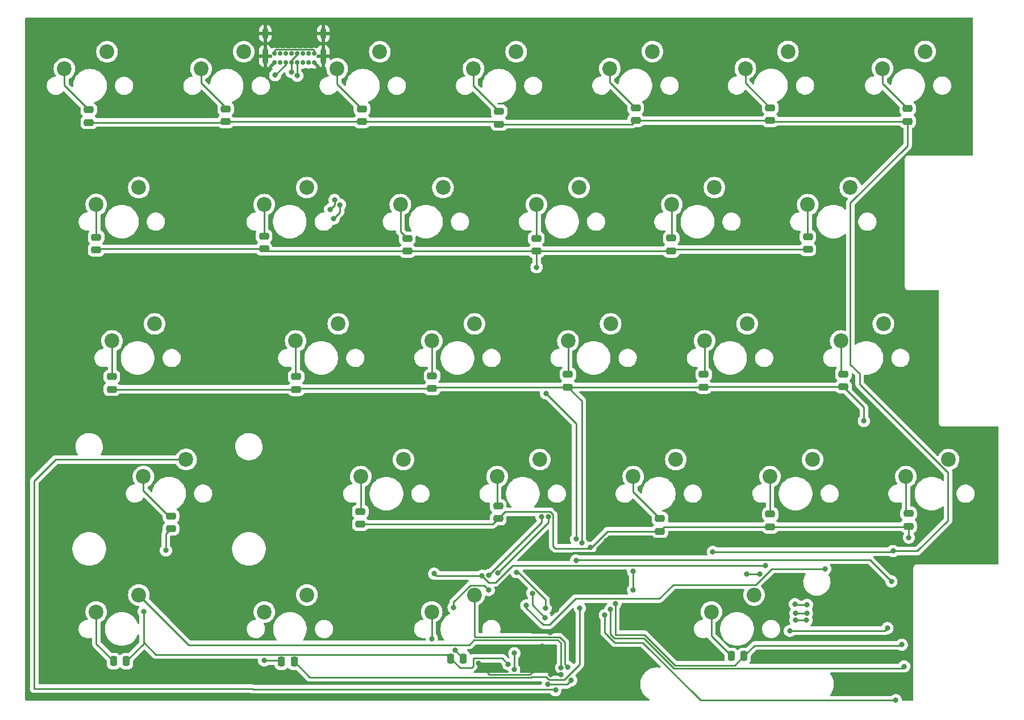
<source format=gbr>
%TF.GenerationSoftware,KiCad,Pcbnew,6.0.2+dfsg-1*%
%TF.CreationDate,2023-05-02T18:44:15+02:00*%
%TF.ProjectId,keyboard2_ctrl,6b657962-6f61-4726-9432-5f6374726c2e,rev?*%
%TF.SameCoordinates,Original*%
%TF.FileFunction,Copper,L1,Top*%
%TF.FilePolarity,Positive*%
%FSLAX46Y46*%
G04 Gerber Fmt 4.6, Leading zero omitted, Abs format (unit mm)*
G04 Created by KiCad (PCBNEW 6.0.2+dfsg-1) date 2023-05-02 18:44:15*
%MOMM*%
%LPD*%
G01*
G04 APERTURE LIST*
G04 Aperture macros list*
%AMRoundRect*
0 Rectangle with rounded corners*
0 $1 Rounding radius*
0 $2 $3 $4 $5 $6 $7 $8 $9 X,Y pos of 4 corners*
0 Add a 4 corners polygon primitive as box body*
4,1,4,$2,$3,$4,$5,$6,$7,$8,$9,$2,$3,0*
0 Add four circle primitives for the rounded corners*
1,1,$1+$1,$2,$3*
1,1,$1+$1,$4,$5*
1,1,$1+$1,$6,$7*
1,1,$1+$1,$8,$9*
0 Add four rect primitives between the rounded corners*
20,1,$1+$1,$2,$3,$4,$5,0*
20,1,$1+$1,$4,$5,$6,$7,0*
20,1,$1+$1,$6,$7,$8,$9,0*
20,1,$1+$1,$8,$9,$2,$3,0*%
G04 Aperture macros list end*
%TA.AperFunction,SMDPad,CuDef*%
%ADD10RoundRect,0.250000X-0.250000X-0.475000X0.250000X-0.475000X0.250000X0.475000X-0.250000X0.475000X0*%
%TD*%
%TA.AperFunction,SMDPad,CuDef*%
%ADD11RoundRect,0.250000X0.475000X-0.250000X0.475000X0.250000X-0.475000X0.250000X-0.475000X-0.250000X0*%
%TD*%
%TA.AperFunction,ComponentPad*%
%ADD12C,2.200000*%
%TD*%
%TA.AperFunction,SMDPad,CuDef*%
%ADD13RoundRect,0.250000X0.250000X0.475000X-0.250000X0.475000X-0.250000X-0.475000X0.250000X-0.475000X0*%
%TD*%
%TA.AperFunction,ComponentPad*%
%ADD14C,0.700000*%
%TD*%
%TA.AperFunction,ComponentPad*%
%ADD15O,0.900000X1.700000*%
%TD*%
%TA.AperFunction,ComponentPad*%
%ADD16O,0.900000X2.400000*%
%TD*%
%TA.AperFunction,ViaPad*%
%ADD17C,0.800000*%
%TD*%
%TA.AperFunction,Conductor*%
%ADD18C,0.250000*%
%TD*%
G04 APERTURE END LIST*
D10*
%TO.P,D_Alt1,1,K*%
%TO.N,mod*%
X86733068Y-120177049D03*
%TO.P,D_Alt1,2,A*%
%TO.N,Net-(D_Alt1-Pad2)*%
X88633068Y-120177049D03*
%TD*%
D11*
%TO.P,D_Z1,1,K*%
%TO.N,L3*%
X73295589Y-100173253D03*
%TO.P,D_Z1,2,A*%
%TO.N,Net-(D_Z1-Pad2)*%
X73295589Y-98273253D03*
%TD*%
D12*
%TO.P,K_E1,1*%
%TO.N,C3*%
X105890873Y-49975766D03*
%TO.P,K_E1,2*%
%TO.N,Net-(D_E1-Pad2)*%
X99540873Y-52515766D03*
%TD*%
D11*
%TO.P,D_F1,1,K*%
%TO.N,L2*%
X124452084Y-79713012D03*
%TO.P,D_F1,2,A*%
%TO.N,Net-(D_F1-Pad2)*%
X124452084Y-77813012D03*
%TD*%
D12*
%TO.P,K_S1,1*%
%TO.N,C2*%
X90306682Y-70299673D03*
%TO.P,K_S1,2*%
%TO.N,Net-(D_S1-Pad2)*%
X83956682Y-72839673D03*
%TD*%
%TO.P,K_1,1*%
%TO.N,C1*%
X55920144Y-29718000D03*
%TO.P,K_1,2*%
%TO.N,Net-(D_1-Pad2)*%
X49570144Y-32258000D03*
%TD*%
D11*
%TO.P,D_W1,1,K*%
%TO.N,L1*%
X80294988Y-59447891D03*
%TO.P,D_W1,2,A*%
%TO.N,Net-(D_W1-Pad2)*%
X80294988Y-57547891D03*
%TD*%
%TO.P,D_esc1,1,K*%
%TO.N,L0*%
X32835000Y-40255000D03*
%TO.P,D_esc1,2,A*%
%TO.N,Net-(D_esc1-Pad2)*%
X32835000Y-38355000D03*
%TD*%
%TO.P,D_A1,1,K*%
%TO.N,L2*%
X63734613Y-80058602D03*
%TO.P,D_A1,2,A*%
%TO.N,Net-(D_A1-Pad2)*%
X63734613Y-78158602D03*
%TD*%
%TO.P,D_G1,1,K*%
%TO.N,L2*%
X145267223Y-79686429D03*
%TO.P,D_G1,2,A*%
%TO.N,Net-(D_G1-Pad2)*%
X145267223Y-77786429D03*
%TD*%
%TO.P,D_2,1,K*%
%TO.N,L0*%
X73539000Y-40135000D03*
%TO.P,D_2,2,A*%
%TO.N,Net-(D_2-Pad2)*%
X73539000Y-38235000D03*
%TD*%
D12*
%TO.P,K_V1,1*%
%TO.N,C4*%
X140682576Y-90532304D03*
%TO.P,K_V1,2*%
%TO.N,Net-(D_V1-Pad2)*%
X134332576Y-93072304D03*
%TD*%
%TO.P,K_Alt1,1*%
%TO.N,alt*%
X90278568Y-110710049D03*
%TO.P,K_Alt1,2*%
%TO.N,Net-(D_Alt1-Pad2)*%
X83928568Y-113250049D03*
%TD*%
D11*
%TO.P,D_B1,1,K*%
%TO.N,L3*%
X154996262Y-100463080D03*
%TO.P,D_B1,2,A*%
%TO.N,Net-(D_B1-Pad2)*%
X154996262Y-98563080D03*
%TD*%
D12*
%TO.P,K_C1,1*%
%TO.N,C3*%
X120306509Y-90532304D03*
%TO.P,K_C1,2*%
%TO.N,Net-(D_C1-Pad2)*%
X113956509Y-93072304D03*
%TD*%
D11*
%TO.P,D_V1,1,K*%
%TO.N,L3*%
X134369570Y-100567144D03*
%TO.P,D_V1,2,A*%
%TO.N,Net-(D_V1-Pad2)*%
X134369570Y-98667144D03*
%TD*%
D12*
%TO.P,K_3,1*%
%TO.N,C3*%
X96520000Y-29718000D03*
%TO.P,K_3,2*%
%TO.N,Net-(D_3-Pad2)*%
X90170000Y-32258000D03*
%TD*%
%TO.P,K_2,1*%
%TO.N,C2*%
X76200000Y-29718000D03*
%TO.P,K_2,2*%
%TO.N,Net-(D_2-Pad2)*%
X69850000Y-32258000D03*
%TD*%
%TO.P,K_Tab1,1*%
%TO.N,C0*%
X40299165Y-49971483D03*
%TO.P,K_Tab1,2*%
%TO.N,Net-(D_Tab1-Pad2)*%
X33949165Y-52511483D03*
%TD*%
%TO.P,K_6,1*%
%TO.N,C6*%
X157450270Y-29675006D03*
%TO.P,K_6,2*%
%TO.N,Net-(D_6-Pad2)*%
X151100270Y-32215006D03*
%TD*%
%TO.P,K_D1,1*%
%TO.N,C3*%
X110587860Y-70297136D03*
%TO.P,K_D1,2*%
%TO.N,Net-(D_D1-Pad2)*%
X104237860Y-72837136D03*
%TD*%
D13*
%TO.P,D_Space1,1,K*%
%TO.N,L4*%
X130472244Y-119817106D03*
%TO.P,D_Space1,2,A*%
%TO.N,Net-(D_Space1-Pad2)*%
X128572244Y-119817106D03*
%TD*%
D12*
%TO.P,K_4,1*%
%TO.N,C4*%
X116829316Y-29688489D03*
%TO.P,K_4,2*%
%TO.N,Net-(D_4-Pad2)*%
X110479316Y-32228489D03*
%TD*%
%TO.P,K_F1,1*%
%TO.N,C4*%
X130926460Y-70297136D03*
%TO.P,K_F1,2*%
%TO.N,Net-(D_F1-Pad2)*%
X124576460Y-72837136D03*
%TD*%
%TO.P,K_X1,1*%
%TO.N,C2*%
X100033932Y-90532304D03*
%TO.P,K_X1,2*%
%TO.N,Net-(D_X1-Pad2)*%
X93683932Y-93072304D03*
%TD*%
D11*
%TO.P,D_R1,1,K*%
%TO.N,L1*%
X119612474Y-59421307D03*
%TO.P,D_R1,2,A*%
%TO.N,Net-(D_R1-Pad2)*%
X119612474Y-57521307D03*
%TD*%
%TO.P,D_S1,1,K*%
%TO.N,L2*%
X83991493Y-79945249D03*
%TO.P,D_S1,2,A*%
%TO.N,Net-(D_S1-Pad2)*%
X83991493Y-78045249D03*
%TD*%
D12*
%TO.P,K_Esc1,1*%
%TO.N,C0*%
X35560000Y-29718000D03*
%TO.P,K_Esc1,2*%
%TO.N,Net-(D_esc1-Pad2)*%
X29210000Y-32258000D03*
%TD*%
%TO.P,K_Shift1,1*%
%TO.N,shift*%
X47335762Y-90518020D03*
%TO.P,K_Shift1,2*%
%TO.N,Net-(D_Shift1-Pad2)*%
X40985762Y-93058020D03*
%TD*%
%TO.P,K_B1,1*%
%TO.N,C5*%
X160938653Y-90532304D03*
%TO.P,K_B1,2*%
%TO.N,Net-(D_B1-Pad2)*%
X154588653Y-93072304D03*
%TD*%
D11*
%TO.P,D_4,1,K*%
%TO.N,L0*%
X114326316Y-39983489D03*
%TO.P,D_4,2,A*%
%TO.N,Net-(D_4-Pad2)*%
X114326316Y-38083489D03*
%TD*%
%TO.P,D_Caps1,1,K*%
%TO.N,L2*%
X36273516Y-80051584D03*
%TO.P,D_Caps1,2,A*%
%TO.N,Net-(D_Caps1-Pad2)*%
X36273516Y-78151584D03*
%TD*%
%TO.P,D_3,1,K*%
%TO.N,L0*%
X93955000Y-40507000D03*
%TO.P,D_3,2,A*%
%TO.N,Net-(D_3-Pad2)*%
X93955000Y-38607000D03*
%TD*%
D13*
%TO.P,D_Lin1,1,K*%
%TO.N,L4*%
X63425929Y-120671049D03*
%TO.P,D_Lin1,2,A*%
%TO.N,Net-(D_Lin1-Pad2)*%
X61525929Y-120671049D03*
%TD*%
D11*
%TO.P,D_E1,1,K*%
%TO.N,L1*%
X99515098Y-59447891D03*
%TO.P,D_E1,2,A*%
%TO.N,Net-(D_E1-Pad2)*%
X99515098Y-57547891D03*
%TD*%
D12*
%TO.P,K_5,1*%
%TO.N,C5*%
X137008949Y-29675006D03*
%TO.P,K_5,2*%
%TO.N,Net-(D_5-Pad2)*%
X130658949Y-32215006D03*
%TD*%
%TO.P,K_Q1,1*%
%TO.N,C1*%
X65318198Y-49975766D03*
%TO.P,K_Q1,2*%
%TO.N,Net-(D_Q1-Pad2)*%
X58968198Y-52515766D03*
%TD*%
D11*
%TO.P,D_1,1,K*%
%TO.N,L0*%
X53233144Y-40133000D03*
%TO.P,D_1,2,A*%
%TO.N,Net-(D_1-Pad2)*%
X53233144Y-38233000D03*
%TD*%
%TO.P,D_5,1,K*%
%TO.N,L0*%
X134371949Y-39970006D03*
%TO.P,D_5,2,A*%
%TO.N,Net-(D_5-Pad2)*%
X134371949Y-38070006D03*
%TD*%
%TO.P,D_D1,1,K*%
%TO.N,L2*%
X104221788Y-79732578D03*
%TO.P,D_D1,2,A*%
%TO.N,Net-(D_D1-Pad2)*%
X104221788Y-77832578D03*
%TD*%
D12*
%TO.P,K_W1,1*%
%TO.N,C2*%
X85608376Y-49975766D03*
%TO.P,K_W1,2*%
%TO.N,Net-(D_W1-Pad2)*%
X79258376Y-52515766D03*
%TD*%
%TO.P,K_G1,1*%
%TO.N,C5*%
X151225554Y-70297136D03*
%TO.P,K_G1,2*%
%TO.N,Net-(D_G1-Pad2)*%
X144875554Y-72837136D03*
%TD*%
D13*
%TO.P,D_Ctrl1,1,K*%
%TO.N,mod*%
X38439665Y-120581049D03*
%TO.P,D_Ctrl1,2,A*%
%TO.N,Net-(D_Ctrl1-Pad2)*%
X36539665Y-120581049D03*
%TD*%
D11*
%TO.P,D_Tab1,1,K*%
%TO.N,L1*%
X33932787Y-59261804D03*
%TO.P,D_Tab1,2,A*%
%TO.N,Net-(D_Tab1-Pad2)*%
X33932787Y-57361804D03*
%TD*%
%TO.P,D_T1,1,K*%
%TO.N,L1*%
X139975689Y-59182052D03*
%TO.P,D_T1,2,A*%
%TO.N,Net-(D_T1-Pad2)*%
X139975689Y-57282052D03*
%TD*%
%TO.P,D_Shift1,1,K*%
%TO.N,mod*%
X45095757Y-100849441D03*
%TO.P,D_Shift1,2,A*%
%TO.N,Net-(D_Shift1-Pad2)*%
X45095757Y-98949441D03*
%TD*%
D12*
%TO.P,K_Space1,1*%
%TO.N,C3*%
X131959215Y-110710049D03*
%TO.P,K_Space1,2*%
%TO.N,Net-(D_Space1-Pad2)*%
X125609215Y-113250049D03*
%TD*%
D11*
%TO.P,D_C1,1,K*%
%TO.N,L3*%
X117937509Y-101215304D03*
%TO.P,D_C1,2,A*%
%TO.N,Net-(D_C1-Pad2)*%
X117937509Y-99315304D03*
%TD*%
%TO.P,D_Q1,1,K*%
%TO.N,L1*%
X58948172Y-59102301D03*
%TO.P,D_Q1,2,A*%
%TO.N,Net-(D_Q1-Pad2)*%
X58948172Y-57202301D03*
%TD*%
D12*
%TO.P,K_T1,1*%
%TO.N,C5*%
X146311800Y-49975766D03*
%TO.P,K_T1,2*%
%TO.N,Net-(D_T1-Pad2)*%
X139961800Y-52515766D03*
%TD*%
%TO.P,K_R1,1*%
%TO.N,C4*%
X126066755Y-49975766D03*
%TO.P,K_R1,2*%
%TO.N,Net-(D_R1-Pad2)*%
X119716755Y-52515766D03*
%TD*%
%TO.P,K_Ctrl1,1*%
%TO.N,ctrl*%
X40299165Y-110710049D03*
%TO.P,K_Ctrl1,2*%
%TO.N,Net-(D_Ctrl1-Pad2)*%
X33949165Y-113250049D03*
%TD*%
%TO.P,K_Lin1,1*%
%TO.N,C1*%
X65350929Y-110710049D03*
%TO.P,K_Lin1,2*%
%TO.N,Net-(D_Lin1-Pad2)*%
X59000929Y-113250049D03*
%TD*%
%TO.P,K_Caps-Lock1,1*%
%TO.N,C0*%
X42658987Y-70299673D03*
%TO.P,K_Caps-Lock1,2*%
%TO.N,Net-(D_Caps1-Pad2)*%
X36308987Y-72839673D03*
%TD*%
D11*
%TO.P,D_X1,1,K*%
%TO.N,L3*%
X93839574Y-99343838D03*
%TO.P,D_X1,2,A*%
%TO.N,Net-(D_X1-Pad2)*%
X93839574Y-97443838D03*
%TD*%
D12*
%TO.P,K_A1,1*%
%TO.N,C1*%
X70014513Y-70299673D03*
%TO.P,K_A1,2*%
%TO.N,Net-(D_A1-Pad2)*%
X63664513Y-72839673D03*
%TD*%
D11*
%TO.P,D_6,1,K*%
%TO.N,L0*%
X154831270Y-40090006D03*
%TO.P,D_6,2,A*%
%TO.N,Net-(D_6-Pad2)*%
X154831270Y-38190006D03*
%TD*%
D12*
%TO.P,K_Z1,1*%
%TO.N,C1*%
X79716815Y-90532304D03*
%TO.P,K_Z1,2*%
%TO.N,Net-(D_Z1-Pad2)*%
X73366815Y-93072304D03*
%TD*%
D14*
%TO.P,USB_C1,A1,GND*%
%TO.N,GND*%
X60487914Y-31353386D03*
%TO.P,USB_C1,A4,VBUS*%
%TO.N,V+*%
X61337914Y-31353386D03*
%TO.P,USB_C1,A5,CC1*%
%TO.N,Net-(R_C1-Pad2)*%
X62187914Y-31353386D03*
%TO.P,USB_C1,A6,D+*%
%TO.N,Net-(Cerveau1-Pad4)*%
X63037914Y-31353386D03*
%TO.P,USB_C1,A7,D-*%
%TO.N,Net-(Cerveau1-Pad3)*%
X63887914Y-31353386D03*
%TO.P,USB_C1,A8,SBU1*%
%TO.N,unconnected-(USB_C1-PadA8)*%
X64737914Y-31353386D03*
%TO.P,USB_C1,A9,VBUS*%
%TO.N,V+*%
X65587914Y-31353386D03*
%TO.P,USB_C1,A12,GND*%
%TO.N,GND*%
X66437914Y-31353386D03*
%TO.P,USB_C1,B1,GND*%
X66437914Y-30003386D03*
%TO.P,USB_C1,B4,VBUS*%
%TO.N,V+*%
X65587914Y-30003386D03*
%TO.P,USB_C1,B5,CC2*%
%TO.N,Net-(R_C2-Pad2)*%
X64737914Y-30003386D03*
%TO.P,USB_C1,B6,D+*%
%TO.N,Net-(Cerveau1-Pad4)*%
X63887914Y-30003386D03*
%TO.P,USB_C1,B7,D-*%
%TO.N,Net-(Cerveau1-Pad3)*%
X63037914Y-30003386D03*
%TO.P,USB_C1,B8,SBU2*%
%TO.N,unconnected-(USB_C1-PadB8)*%
X62187914Y-30003386D03*
%TO.P,USB_C1,B9,VBUS*%
%TO.N,V+*%
X61337914Y-30003386D03*
%TO.P,USB_C1,B12,GND*%
%TO.N,GND*%
X60487914Y-30003386D03*
D15*
%TO.P,USB_C1,S1,SHIELD*%
X59137914Y-26993386D03*
X67787914Y-26993386D03*
D16*
X59137914Y-30373386D03*
X67787914Y-30373386D03*
%TD*%
D17*
%TO.N,GND*%
X90892787Y-120937531D03*
X101587110Y-110341017D03*
X103876724Y-114395049D03*
X103198631Y-122591743D03*
X109962239Y-102626409D03*
X100416662Y-118335459D03*
X102461381Y-112902786D03*
X97865455Y-115297087D03*
X101557654Y-116290070D03*
X101656430Y-122617383D03*
X100106162Y-105192919D03*
X98151091Y-104541229D03*
X99121828Y-122027657D03*
%TO.N,Net-(Cerveau1-Pad3)*%
X70278415Y-52545953D03*
X69319956Y-54599465D03*
X63896916Y-33298327D03*
%TO.N,Net-(Cerveau1-Pad4)*%
X63045855Y-32752397D03*
X68805669Y-53220209D03*
X69444802Y-51810144D03*
%TO.N,C0*%
X92427579Y-109985549D03*
X98024311Y-112279218D03*
X87185591Y-112594753D03*
X142552887Y-106828341D03*
%TO.N,C1*%
X133628553Y-106295712D03*
X139853600Y-112188461D03*
X138059191Y-112077695D03*
X91429017Y-107850278D03*
X84305676Y-107536441D03*
%TO.N,C2*%
X130903710Y-107602750D03*
X138104849Y-113449841D03*
X139831446Y-113429040D03*
X92457019Y-107751962D03*
X100296253Y-99035462D03*
X132786731Y-107624903D03*
%TO.N,C3*%
X139786756Y-114497515D03*
X93783098Y-107450482D03*
X138127925Y-114497515D03*
X101295739Y-99029626D03*
%TO.N,C7*%
X96551473Y-107321555D03*
X100921855Y-112648955D03*
%TO.N,Net-(Cerveau1-Pad13)*%
X100826325Y-114090375D03*
X98909928Y-110440340D03*
X96211076Y-121828608D03*
X96257229Y-119413294D03*
%TO.N,L0*%
X113936106Y-107192445D03*
X113936106Y-109994594D03*
X125816951Y-104291332D03*
X152666028Y-104160445D03*
%TO.N,L1*%
X152427076Y-108692385D03*
X99544861Y-61848270D03*
X105420858Y-105571212D03*
X105420985Y-102364097D03*
X100952742Y-80655152D03*
%TO.N,L2*%
X106274319Y-102953824D03*
X148313805Y-84773841D03*
%TO.N,L3*%
X155027065Y-102165189D03*
X107556125Y-103653374D03*
%TO.N,L5*%
X151831197Y-115661913D03*
X137289841Y-116060671D03*
%TO.N,L4*%
X106004981Y-112692730D03*
X153970090Y-118137356D03*
X111292841Y-112020816D03*
%TO.N,L6*%
X154315680Y-121372532D03*
X110568341Y-112882330D03*
%TO.N,L7*%
X109723656Y-113728816D03*
X153079737Y-126404570D03*
%TO.N,mod*%
X44330143Y-104072039D03*
X95314212Y-121028815D03*
X101209444Y-124051349D03*
X104726328Y-123443273D03*
X40999721Y-113182850D03*
%TO.N,alt*%
X104207064Y-121452405D03*
%TO.N,ctrl*%
X103211451Y-121540492D03*
%TO.N,shift*%
X102380930Y-124898270D03*
%TO.N,Net-(R_C1-Pad2)*%
X60613414Y-33205656D03*
%TO.N,Net-(D_Alt1-Pad2)*%
X83937859Y-117228851D03*
X87393757Y-118934647D03*
%TO.N,Net-(D_Lin1-Pad2)*%
X58982087Y-120484364D03*
%TD*%
D18*
%TO.N,GND*%
X99121828Y-119630293D02*
X99121828Y-122027657D01*
X60487914Y-29508412D02*
X60667451Y-29328875D01*
X92508375Y-122553119D02*
X98596366Y-122553119D01*
X66264421Y-29328875D02*
X66437914Y-29502368D01*
X103172991Y-122617383D02*
X103198631Y-122591743D01*
X98596366Y-122553119D02*
X99121828Y-122027657D01*
X104847006Y-104549429D02*
X104988027Y-104408408D01*
X101981703Y-116290070D02*
X101557654Y-116290070D01*
X60667451Y-29328875D02*
X66264421Y-29328875D01*
X100416662Y-118335459D02*
X99121828Y-119630293D01*
X100106162Y-105192919D02*
X104203516Y-105192919D01*
X98858438Y-116290070D02*
X101557654Y-116290070D01*
X103876724Y-114395049D02*
X101981703Y-116290070D01*
X66437914Y-29502368D02*
X66437914Y-30003386D01*
X104988027Y-104408408D02*
X109513535Y-104408408D01*
X101587110Y-110341017D02*
X101587110Y-112028515D01*
X101656430Y-122617383D02*
X103172991Y-122617383D01*
X60487914Y-30003386D02*
X60487914Y-29508412D01*
X109513535Y-104408408D02*
X109962239Y-103959704D01*
X98802781Y-105192919D02*
X98151091Y-104541229D01*
X109962239Y-103959704D02*
X109962239Y-102626409D01*
X101587110Y-112028515D02*
X102461381Y-112902786D01*
X104203516Y-105192919D02*
X104847006Y-104549429D01*
X100106162Y-105192919D02*
X98802781Y-105192919D01*
X97865455Y-115297087D02*
X98858438Y-116290070D01*
X90892787Y-120937531D02*
X92508375Y-122553119D01*
%TO.N,Net-(Cerveau1-Pad3)*%
X63887914Y-33289325D02*
X63896916Y-33298327D01*
X63887914Y-31353386D02*
X63887914Y-33289325D01*
X70278415Y-53641006D02*
X69319956Y-54599465D01*
X70278415Y-52545953D02*
X70278415Y-53641006D01*
%TO.N,Net-(Cerveau1-Pad4)*%
X63037914Y-32744456D02*
X63045855Y-32752397D01*
X63887914Y-30107290D02*
X63887914Y-30003386D01*
X69444802Y-52581076D02*
X68805669Y-53220209D01*
X69444802Y-51810144D02*
X69444802Y-52581076D01*
X63037914Y-30957290D02*
X63887914Y-30107290D01*
X63037914Y-31353386D02*
X63037914Y-32744456D01*
X63037914Y-31353386D02*
X63037914Y-30957290D01*
%TO.N,C0*%
X91727568Y-109285538D02*
X89688515Y-109285538D01*
X117852078Y-111258979D02*
X105379830Y-111258979D01*
X98024311Y-112500217D02*
X98024311Y-112279218D01*
X100550433Y-115157941D02*
X97958510Y-112566018D01*
X132237516Y-109198732D02*
X119912325Y-109198732D01*
X92427579Y-109985549D02*
X91727568Y-109285538D01*
X97958510Y-112566018D02*
X98024311Y-112500217D01*
X101480868Y-115157941D02*
X100550433Y-115157941D01*
X142552887Y-106828341D02*
X134607907Y-106828341D01*
X105379830Y-111258979D02*
X101480868Y-115157941D01*
X134607907Y-106828341D02*
X132237516Y-109198732D01*
X89688515Y-109285538D02*
X87185591Y-111788462D01*
X119912325Y-109198732D02*
X117852078Y-111258979D01*
X87185591Y-111788462D02*
X87185591Y-112594753D01*
%TO.N,C1*%
X139853600Y-112188461D02*
X138169957Y-112188461D01*
X84619513Y-107850278D02*
X84305676Y-107536441D01*
X92414757Y-108836018D02*
X91429017Y-107850278D01*
X93422176Y-108836018D02*
X92414757Y-108836018D01*
X91429017Y-107850278D02*
X84619513Y-107850278D01*
X133628553Y-106295712D02*
X95962482Y-106295712D01*
X95962482Y-106295712D02*
X93422176Y-108836018D01*
X138169957Y-112188461D02*
X138059191Y-112077695D01*
%TO.N,C2*%
X100296253Y-99912728D02*
X92457019Y-107751962D01*
X139810645Y-113449841D02*
X139831446Y-113429040D01*
X100296253Y-99035462D02*
X100296253Y-99912728D01*
X138104849Y-113449841D02*
X139810645Y-113449841D01*
X130903710Y-107602750D02*
X130925863Y-107624903D01*
X130925863Y-107624903D02*
X132786731Y-107624903D01*
%TO.N,C3*%
X139786756Y-114497515D02*
X138127925Y-114497515D01*
X101295739Y-99937841D02*
X101295739Y-99029626D01*
X93783098Y-107450482D02*
X101295739Y-99937841D01*
%TO.N,C7*%
X100921855Y-111427653D02*
X96815757Y-107321555D01*
X100921855Y-112648955D02*
X100921855Y-111427653D01*
X96815757Y-107321555D02*
X96551473Y-107321555D01*
%TO.N,Net-(Cerveau1-Pad13)*%
X96211076Y-121828608D02*
X96211076Y-119459447D01*
X98909928Y-112173978D02*
X98909928Y-110440340D01*
X96211076Y-119459447D02*
X96257229Y-119413294D01*
X100826325Y-114090375D02*
X98909928Y-112173978D01*
%TO.N,L0*%
X156302696Y-104160445D02*
X160858101Y-99605040D01*
X113936106Y-109994594D02*
X113936106Y-107192445D01*
X113802805Y-40507000D02*
X114326316Y-39983489D01*
X154990075Y-40248811D02*
X154831270Y-40090006D01*
X73537000Y-40133000D02*
X73539000Y-40135000D01*
X154831270Y-43731951D02*
X154831270Y-40090006D01*
X147701994Y-79310209D02*
X147701994Y-77751657D01*
X152535141Y-104291332D02*
X152666028Y-104160445D01*
X73539000Y-40135000D02*
X93583000Y-40135000D01*
X114339799Y-39970006D02*
X114326316Y-39983489D01*
X93955000Y-40507000D02*
X113802805Y-40507000D01*
X147701994Y-77751657D02*
X146311033Y-76360696D01*
X146311033Y-76360696D02*
X146311033Y-52252188D01*
X160858101Y-92466316D02*
X147701994Y-79310209D01*
X160858101Y-99605040D02*
X160858101Y-92466316D01*
X152666028Y-104160445D02*
X156302696Y-104160445D01*
X125816951Y-104291332D02*
X152535141Y-104291332D01*
X53111144Y-40255000D02*
X53233144Y-40133000D01*
X134371949Y-39970006D02*
X114339799Y-39970006D01*
X154831270Y-40090006D02*
X134491949Y-40090006D01*
X134491949Y-40090006D02*
X134371949Y-39970006D01*
X53233144Y-40133000D02*
X73537000Y-40133000D01*
X146311033Y-52252188D02*
X154831270Y-43731951D01*
X32835000Y-40255000D02*
X53111144Y-40255000D01*
X93583000Y-40135000D02*
X93955000Y-40507000D01*
%TO.N,L1*%
X139975689Y-59182052D02*
X119851729Y-59182052D01*
X105441010Y-97992431D02*
X105441010Y-85143420D01*
X99544861Y-59477654D02*
X99515098Y-59447891D01*
X119612474Y-59421307D02*
X99541682Y-59421307D01*
X105420985Y-98012456D02*
X105441010Y-97992431D01*
X80294988Y-59447891D02*
X99515098Y-59447891D01*
X34092290Y-59102301D02*
X33932787Y-59261804D01*
X99544861Y-61848270D02*
X99544861Y-59477654D01*
X59293762Y-59447891D02*
X58948172Y-59102301D01*
X119851729Y-59182052D02*
X119612474Y-59421307D01*
X105420858Y-105571212D02*
X105529113Y-105462957D01*
X99541682Y-59421307D02*
X99515098Y-59447891D01*
X149197648Y-105462957D02*
X152427076Y-108692385D01*
X105441010Y-85143420D02*
X100952742Y-80655152D01*
X105420985Y-102364097D02*
X105420985Y-98012456D01*
X58948172Y-59102301D02*
X34092290Y-59102301D01*
X80294988Y-59447891D02*
X59293762Y-59447891D01*
X105529113Y-105462957D02*
X149197648Y-105462957D01*
%TO.N,L2*%
X84204164Y-79732578D02*
X83991493Y-79945249D01*
X104241354Y-79713012D02*
X104221788Y-79732578D01*
X145267223Y-79686429D02*
X124478667Y-79686429D01*
X63847966Y-79945249D02*
X63734613Y-80058602D01*
X124452084Y-79713012D02*
X104241354Y-79713012D01*
X63734613Y-80058602D02*
X36280534Y-80058602D01*
X148313805Y-84773841D02*
X148313805Y-82733011D01*
X124478667Y-79686429D02*
X124452084Y-79713012D01*
X36280534Y-80058602D02*
X36273516Y-80051584D01*
X104221788Y-79732578D02*
X106274319Y-81785109D01*
X148313805Y-82733011D02*
X145267223Y-79686429D01*
X104221788Y-79732578D02*
X84204164Y-79732578D01*
X106274319Y-81785109D02*
X106274319Y-102953824D01*
X83991493Y-79945249D02*
X63847966Y-79945249D01*
%TO.N,L3*%
X154892198Y-100567144D02*
X154996262Y-100463080D01*
X102020250Y-98729523D02*
X102020250Y-103417564D01*
X93839574Y-99343838D02*
X94878297Y-98305115D01*
X93010159Y-100173253D02*
X93839574Y-99343838D01*
X107556136Y-103760620D02*
X110101452Y-101215304D01*
X94878297Y-98305115D02*
X101595842Y-98305115D01*
X107556125Y-103653374D02*
X107556125Y-103760609D01*
X107556125Y-103760609D02*
X107556136Y-103760620D01*
X134369570Y-100567144D02*
X154892198Y-100567144D01*
X118585669Y-100567144D02*
X117937509Y-101215304D01*
X134369570Y-100567144D02*
X118585669Y-100567144D01*
X102020250Y-103417564D02*
X102363306Y-103760620D01*
X110101452Y-101215304D02*
X117937509Y-101215304D01*
X73295589Y-100173253D02*
X93010159Y-100173253D01*
X102363306Y-103760620D02*
X107556136Y-103760620D01*
X155027065Y-100493883D02*
X154996262Y-100463080D01*
X101595842Y-98305115D02*
X102020250Y-98729523D01*
X155027065Y-102165189D02*
X155027065Y-100493883D01*
%TO.N,L5*%
X137289841Y-116060671D02*
X151432439Y-116060671D01*
X151432439Y-116060671D02*
X151831197Y-115661913D01*
%TO.N,L4*%
X101356327Y-123341894D02*
X103707062Y-123341894D01*
X111292841Y-116651449D02*
X115662262Y-116651449D01*
X132022968Y-118266382D02*
X130472244Y-119817106D01*
X106004981Y-121043975D02*
X106004981Y-112692730D01*
X98844051Y-122941151D02*
X100955584Y-122941151D01*
X120216821Y-121206008D02*
X129083342Y-121206008D01*
X103707062Y-123341894D02*
X106004981Y-121043975D01*
X65757519Y-123002639D02*
X98782563Y-123002639D01*
X129083342Y-121206008D02*
X130472244Y-119817106D01*
X111292841Y-116651449D02*
X111308225Y-116666833D01*
X153841064Y-118266382D02*
X132022968Y-118266382D01*
X111292841Y-112020816D02*
X111292841Y-116651449D01*
X63425929Y-120671049D02*
X65757519Y-123002639D01*
X153970090Y-118137356D02*
X153841064Y-118266382D01*
X98782563Y-123002639D02*
X98844051Y-122941151D01*
X115662262Y-116651449D02*
X120216821Y-121206008D01*
X100955584Y-122941151D02*
X101356327Y-123341894D01*
%TO.N,L6*%
X154315680Y-121372532D02*
X154032684Y-121655528D01*
X154032684Y-121655528D02*
X120030623Y-121655528D01*
X111134032Y-117128358D02*
X110568341Y-116562667D01*
X115503453Y-117128358D02*
X111134032Y-117128358D01*
X110568341Y-116562667D02*
X110568341Y-112882330D01*
X120030623Y-121655528D02*
X115503453Y-117128358D01*
%TO.N,L7*%
X123455558Y-125891176D02*
X123968952Y-126404570D01*
X109723656Y-113728816D02*
X109723656Y-116353699D01*
X112108201Y-117836030D02*
X115400412Y-117836030D01*
X111205987Y-117836030D02*
X112108201Y-117836030D01*
X115400412Y-117836030D02*
X123455558Y-125891176D01*
X153116222Y-126368085D02*
X153079737Y-126404570D01*
X123968952Y-126404570D02*
X153079737Y-126404570D01*
X109723656Y-116353699D02*
X111205987Y-117836030D01*
%TO.N,mod*%
X42839092Y-119621529D02*
X40999721Y-117782158D01*
X90111374Y-120152772D02*
X94438169Y-120152772D01*
X90111374Y-121360002D02*
X90111374Y-120152772D01*
X44330143Y-101615055D02*
X45095757Y-100849441D01*
X44330143Y-104072039D02*
X44330143Y-101615055D01*
X38439665Y-120581049D02*
X40999721Y-118020993D01*
X101209444Y-124051349D02*
X104118252Y-124051349D01*
X89865655Y-121605721D02*
X90111374Y-121360002D01*
X94438169Y-120152772D02*
X95314212Y-121028815D01*
X40999721Y-118020993D02*
X40999721Y-117782158D01*
X86733068Y-120177049D02*
X86177548Y-119621529D01*
X86733068Y-120177049D02*
X88161740Y-121605721D01*
X88161740Y-121605721D02*
X89865655Y-121605721D01*
X86177548Y-119621529D02*
X42839092Y-119621529D01*
X40999721Y-117782158D02*
X40999721Y-113182850D01*
X104118252Y-124051349D02*
X104726328Y-123443273D01*
%TO.N,alt*%
X102967454Y-117014570D02*
X90416543Y-117014570D01*
X90416543Y-117014570D02*
X90278568Y-116876595D01*
X103737077Y-120982418D02*
X103737077Y-117784193D01*
X104207064Y-121452405D02*
X103737077Y-120982418D01*
X90278568Y-116876595D02*
X90278568Y-110710049D01*
X103737077Y-117784193D02*
X102967454Y-117014570D01*
%TO.N,ctrl*%
X103211451Y-117894285D02*
X103211451Y-121540492D01*
X40299165Y-110710049D02*
X47753686Y-118164570D01*
X47753686Y-118164570D02*
X89529866Y-118164570D01*
X102781256Y-117464090D02*
X103211451Y-117894285D01*
X90230346Y-117464090D02*
X102781256Y-117464090D01*
X89529866Y-118164570D02*
X90230346Y-117464090D01*
%TO.N,shift*%
X57321495Y-124784527D02*
X57237126Y-124700158D01*
X57237126Y-124700158D02*
X24691780Y-124700158D01*
X27916148Y-90518020D02*
X47335762Y-90518020D01*
X24691780Y-124700158D02*
X24691780Y-93742388D01*
X102267187Y-124784527D02*
X57321495Y-124784527D01*
X24691780Y-93742388D02*
X27916148Y-90518020D01*
X102380930Y-124898270D02*
X102267187Y-124784527D01*
%TO.N,Net-(D_1-Pad2)*%
X49570144Y-32258000D02*
X49570144Y-34346081D01*
X49570144Y-34346081D02*
X53233144Y-38009081D01*
X53233144Y-38009081D02*
X53233144Y-38233000D01*
%TO.N,Net-(D_2-Pad2)*%
X73539000Y-38235000D02*
X69850000Y-34546000D01*
X69850000Y-34546000D02*
X69850000Y-32258000D01*
%TO.N,Net-(D_3-Pad2)*%
X90170000Y-34822000D02*
X93955000Y-38607000D01*
X90170000Y-32258000D02*
X90170000Y-34822000D01*
%TO.N,Net-(D_4-Pad2)*%
X110479316Y-34316570D02*
X114246235Y-38083489D01*
X110479316Y-32228489D02*
X110479316Y-34316570D01*
X114246235Y-38083489D02*
X114326316Y-38083489D01*
%TO.N,Net-(D_5-Pad2)*%
X130658949Y-32215006D02*
X130658949Y-34357006D01*
X130658949Y-34357006D02*
X134371949Y-38070006D01*
%TO.N,Net-(D_6-Pad2)*%
X151100270Y-34459006D02*
X151100270Y-32215006D01*
X154831270Y-38190006D02*
X151100270Y-34459006D01*
%TO.N,Net-(R_C1-Pad2)*%
X62187914Y-31631156D02*
X62187914Y-31353386D01*
X60613414Y-33205656D02*
X62187914Y-31631156D01*
%TO.N,Net-(D_A1-Pad2)*%
X63664513Y-78088502D02*
X63664513Y-72839673D01*
X63734613Y-78158602D02*
X63664513Y-78088502D01*
%TO.N,Net-(D_Alt1-Pad2)*%
X87393757Y-118937738D02*
X88633068Y-120177049D01*
X87393757Y-118934647D02*
X87393757Y-118937738D01*
X83928568Y-117219560D02*
X83937859Y-117228851D01*
X83928568Y-113250049D02*
X83928568Y-117219560D01*
%TO.N,Net-(D_B1-Pad2)*%
X154588653Y-93072304D02*
X154588653Y-98155471D01*
X154588653Y-98155471D02*
X154996262Y-98563080D01*
%TO.N,Net-(D_C1-Pad2)*%
X113956509Y-93072304D02*
X113956509Y-95334304D01*
X113956509Y-95334304D02*
X117937509Y-99315304D01*
%TO.N,Net-(D_Caps1-Pad2)*%
X36308987Y-78116113D02*
X36273516Y-78151584D01*
X36308987Y-72839673D02*
X36308987Y-78116113D01*
%TO.N,Net-(D_Ctrl1-Pad2)*%
X33949165Y-117990549D02*
X36539665Y-120581049D01*
X33949165Y-113250049D02*
X33949165Y-117990549D01*
%TO.N,Net-(D_D1-Pad2)*%
X104237860Y-77816506D02*
X104237860Y-72837136D01*
X104221788Y-77832578D02*
X104237860Y-77816506D01*
%TO.N,Net-(D_E1-Pad2)*%
X99540873Y-57522116D02*
X99540873Y-52515766D01*
X99515098Y-57547891D02*
X99540873Y-57522116D01*
%TO.N,Net-(D_esc1-Pad2)*%
X29210000Y-32258000D02*
X29210000Y-34730000D01*
X29210000Y-34730000D02*
X32835000Y-38355000D01*
%TO.N,Net-(D_F1-Pad2)*%
X124576460Y-77688636D02*
X124452084Y-77813012D01*
X124576460Y-72837136D02*
X124576460Y-77688636D01*
%TO.N,Net-(D_G1-Pad2)*%
X144875554Y-77394760D02*
X144875554Y-72837136D01*
X145267223Y-77786429D02*
X144875554Y-77394760D01*
%TO.N,Net-(D_Lin1-Pad2)*%
X61339244Y-120484364D02*
X61525929Y-120671049D01*
X58982087Y-120484364D02*
X61339244Y-120484364D01*
%TO.N,Net-(D_Q1-Pad2)*%
X58968198Y-57182275D02*
X58968198Y-52515766D01*
X58948172Y-57202301D02*
X58968198Y-57182275D01*
%TO.N,Net-(D_R1-Pad2)*%
X119716755Y-57417026D02*
X119612474Y-57521307D01*
X119716755Y-52515766D02*
X119716755Y-57417026D01*
%TO.N,Net-(D_S1-Pad2)*%
X83991493Y-78045249D02*
X83956682Y-78010438D01*
X83956682Y-78010438D02*
X83956682Y-72839673D01*
%TO.N,Net-(D_Shift1-Pad2)*%
X44789102Y-98949441D02*
X40985762Y-95146101D01*
X45095757Y-98949441D02*
X44789102Y-98949441D01*
X40985762Y-95146101D02*
X40985762Y-93058020D01*
%TO.N,Net-(D_Space1-Pad2)*%
X125609215Y-116854077D02*
X128572244Y-119817106D01*
X125609215Y-113250049D02*
X125609215Y-116854077D01*
%TO.N,Net-(D_T1-Pad2)*%
X139961800Y-52515766D02*
X139961800Y-57268163D01*
X139961800Y-57268163D02*
X139975689Y-57282052D01*
%TO.N,Net-(D_Tab1-Pad2)*%
X33949165Y-57345426D02*
X33932787Y-57361804D01*
X33949165Y-52511483D02*
X33949165Y-57345426D01*
%TO.N,Net-(D_V1-Pad2)*%
X134332576Y-98630150D02*
X134369570Y-98667144D01*
X134332576Y-93072304D02*
X134332576Y-98630150D01*
%TO.N,Net-(D_W1-Pad2)*%
X79258376Y-56511279D02*
X80294988Y-57547891D01*
X79258376Y-52515766D02*
X79258376Y-56511279D01*
%TO.N,Net-(D_X1-Pad2)*%
X93683932Y-97288196D02*
X93683932Y-93072304D01*
X93839574Y-97443838D02*
X93683932Y-97288196D01*
%TO.N,Net-(D_Z1-Pad2)*%
X73366815Y-98202027D02*
X73295589Y-98273253D01*
X73366815Y-93072304D02*
X73366815Y-98202027D01*
%TD*%
%TA.AperFunction,Conductor*%
%TO.N,GND*%
G36*
X164534121Y-24658002D02*
G01*
X164580614Y-24711658D01*
X164592000Y-24764000D01*
X164592000Y-45086000D01*
X164571998Y-45154121D01*
X164518342Y-45200614D01*
X164466000Y-45212000D01*
X154948702Y-45212000D01*
X154947932Y-45211998D01*
X154947078Y-45211993D01*
X154870348Y-45211524D01*
X154861719Y-45213990D01*
X154861714Y-45213991D01*
X154841952Y-45219639D01*
X154825191Y-45223217D01*
X154804848Y-45226130D01*
X154804838Y-45226133D01*
X154795955Y-45227405D01*
X154772605Y-45238021D01*
X154755093Y-45244464D01*
X154742200Y-45248149D01*
X154730435Y-45251512D01*
X154705452Y-45267274D01*
X154690386Y-45275404D01*
X154663490Y-45287633D01*
X154644061Y-45304374D01*
X154629053Y-45315479D01*
X154607369Y-45329160D01*
X154601427Y-45335888D01*
X154587819Y-45351296D01*
X154575627Y-45363340D01*
X154553253Y-45382619D01*
X154548374Y-45390147D01*
X154548371Y-45390150D01*
X154539304Y-45404139D01*
X154528014Y-45419013D01*
X154511044Y-45438228D01*
X154498490Y-45464966D01*
X154490176Y-45479935D01*
X154474107Y-45504727D01*
X154471535Y-45513327D01*
X154466761Y-45529290D01*
X154460099Y-45546736D01*
X154449201Y-45569948D01*
X154447820Y-45578821D01*
X154444658Y-45599128D01*
X154440874Y-45615849D01*
X154434986Y-45635536D01*
X154434985Y-45635539D01*
X154432413Y-45644141D01*
X154432358Y-45653116D01*
X154432358Y-45653117D01*
X154432203Y-45678546D01*
X154432170Y-45679328D01*
X154432000Y-45680423D01*
X154432000Y-45711298D01*
X154431998Y-45712068D01*
X154431524Y-45789652D01*
X154431908Y-45790996D01*
X154432000Y-45792341D01*
X154432000Y-64761298D01*
X154431998Y-64762068D01*
X154431524Y-64839652D01*
X154433990Y-64848281D01*
X154433991Y-64848286D01*
X154439639Y-64868048D01*
X154443217Y-64884809D01*
X154446130Y-64905152D01*
X154446133Y-64905162D01*
X154447405Y-64914045D01*
X154458021Y-64937395D01*
X154464464Y-64954907D01*
X154471512Y-64979565D01*
X154487274Y-65004548D01*
X154495404Y-65019614D01*
X154507633Y-65046510D01*
X154524374Y-65065939D01*
X154535479Y-65080947D01*
X154549160Y-65102631D01*
X154555888Y-65108573D01*
X154571296Y-65122181D01*
X154583340Y-65134373D01*
X154602619Y-65156747D01*
X154610147Y-65161626D01*
X154610150Y-65161629D01*
X154624139Y-65170696D01*
X154639013Y-65181986D01*
X154658228Y-65198956D01*
X154666354Y-65202771D01*
X154666355Y-65202772D01*
X154672021Y-65205432D01*
X154684966Y-65211510D01*
X154699935Y-65219824D01*
X154724727Y-65235893D01*
X154733327Y-65238465D01*
X154749290Y-65243239D01*
X154766736Y-65249901D01*
X154789948Y-65260799D01*
X154819130Y-65265343D01*
X154835849Y-65269126D01*
X154855536Y-65275014D01*
X154855539Y-65275015D01*
X154864141Y-65277587D01*
X154873116Y-65277642D01*
X154873117Y-65277642D01*
X154879810Y-65277683D01*
X154898556Y-65277797D01*
X154899328Y-65277830D01*
X154900423Y-65278000D01*
X154931298Y-65278000D01*
X154932068Y-65278002D01*
X155005716Y-65278452D01*
X155005717Y-65278452D01*
X155009652Y-65278476D01*
X155010996Y-65278092D01*
X155012341Y-65278000D01*
X159386000Y-65278000D01*
X159454121Y-65298002D01*
X159500614Y-65351658D01*
X159512000Y-65404000D01*
X159512000Y-85081298D01*
X159511998Y-85082068D01*
X159511524Y-85159652D01*
X159513990Y-85168281D01*
X159513991Y-85168286D01*
X159519639Y-85188048D01*
X159523217Y-85204809D01*
X159526130Y-85225152D01*
X159526133Y-85225162D01*
X159527405Y-85234045D01*
X159538021Y-85257395D01*
X159544464Y-85274907D01*
X159551512Y-85299565D01*
X159567274Y-85324548D01*
X159575404Y-85339614D01*
X159587633Y-85366510D01*
X159604374Y-85385939D01*
X159615479Y-85400947D01*
X159629160Y-85422631D01*
X159635888Y-85428573D01*
X159651296Y-85442181D01*
X159663340Y-85454373D01*
X159682619Y-85476747D01*
X159690147Y-85481626D01*
X159690150Y-85481629D01*
X159704139Y-85490696D01*
X159719013Y-85501986D01*
X159738228Y-85518956D01*
X159746354Y-85522771D01*
X159746355Y-85522772D01*
X159752021Y-85525432D01*
X159764966Y-85531510D01*
X159779935Y-85539824D01*
X159804727Y-85555893D01*
X159813327Y-85558465D01*
X159829290Y-85563239D01*
X159846736Y-85569901D01*
X159869948Y-85580799D01*
X159899130Y-85585343D01*
X159915849Y-85589126D01*
X159935536Y-85595014D01*
X159935539Y-85595015D01*
X159944141Y-85597587D01*
X159953116Y-85597642D01*
X159953117Y-85597642D01*
X159959810Y-85597683D01*
X159978556Y-85597797D01*
X159979328Y-85597830D01*
X159980423Y-85598000D01*
X160011298Y-85598000D01*
X160012068Y-85598002D01*
X160085716Y-85598452D01*
X160085717Y-85598452D01*
X160089652Y-85598476D01*
X160090996Y-85598092D01*
X160092341Y-85598000D01*
X168276000Y-85598000D01*
X168344121Y-85618002D01*
X168390614Y-85671658D01*
X168402000Y-85724000D01*
X168402000Y-106046000D01*
X168381998Y-106114121D01*
X168328342Y-106160614D01*
X168276000Y-106172000D01*
X156218702Y-106172000D01*
X156217932Y-106171998D01*
X156217078Y-106171993D01*
X156140348Y-106171524D01*
X156131719Y-106173990D01*
X156131714Y-106173991D01*
X156111952Y-106179639D01*
X156095191Y-106183217D01*
X156074848Y-106186130D01*
X156074838Y-106186133D01*
X156065955Y-106187405D01*
X156042605Y-106198021D01*
X156025093Y-106204464D01*
X156012200Y-106208149D01*
X156000435Y-106211512D01*
X155975452Y-106227274D01*
X155960386Y-106235404D01*
X155933490Y-106247633D01*
X155914061Y-106264374D01*
X155899053Y-106275479D01*
X155877369Y-106289160D01*
X155871427Y-106295888D01*
X155857819Y-106311296D01*
X155845626Y-106323341D01*
X155836834Y-106330917D01*
X155823253Y-106342619D01*
X155818374Y-106350147D01*
X155818371Y-106350150D01*
X155809304Y-106364139D01*
X155798014Y-106379013D01*
X155781044Y-106398228D01*
X155768490Y-106424966D01*
X155760176Y-106439935D01*
X155744107Y-106464727D01*
X155741535Y-106473327D01*
X155736761Y-106489290D01*
X155730099Y-106506736D01*
X155719201Y-106529948D01*
X155717820Y-106538821D01*
X155714658Y-106559128D01*
X155710874Y-106575849D01*
X155704986Y-106595536D01*
X155704985Y-106595539D01*
X155702413Y-106604141D01*
X155702204Y-106638413D01*
X155702203Y-106638546D01*
X155702170Y-106639328D01*
X155702000Y-106640423D01*
X155702000Y-106671298D01*
X155701998Y-106672068D01*
X155701524Y-106749652D01*
X155701908Y-106750996D01*
X155702000Y-106752341D01*
X155702000Y-126366000D01*
X155681998Y-126434121D01*
X155628342Y-126480614D01*
X155576000Y-126492000D01*
X154115881Y-126492000D01*
X154047760Y-126471998D01*
X154001267Y-126418342D01*
X153990571Y-126379170D01*
X153989293Y-126367005D01*
X153975168Y-126232611D01*
X153973969Y-126221205D01*
X153973969Y-126221203D01*
X153973279Y-126214642D01*
X153914264Y-126033014D01*
X153818777Y-125867626D01*
X153690990Y-125725704D01*
X153570107Y-125637877D01*
X153541831Y-125617333D01*
X153541830Y-125617332D01*
X153536489Y-125613452D01*
X153530461Y-125610768D01*
X153530459Y-125610767D01*
X153368056Y-125538461D01*
X153368055Y-125538461D01*
X153362025Y-125535776D01*
X153268624Y-125515923D01*
X153181681Y-125497442D01*
X153181676Y-125497442D01*
X153175224Y-125496070D01*
X152984250Y-125496070D01*
X152977798Y-125497442D01*
X152977793Y-125497442D01*
X152890850Y-125515923D01*
X152797449Y-125535776D01*
X152791419Y-125538461D01*
X152791418Y-125538461D01*
X152629015Y-125610767D01*
X152629013Y-125610768D01*
X152622985Y-125613452D01*
X152617644Y-125617332D01*
X152617643Y-125617333D01*
X152589367Y-125637877D01*
X152468484Y-125725704D01*
X152464069Y-125730607D01*
X152459157Y-125735030D01*
X152458032Y-125733781D01*
X152404723Y-125766621D01*
X152371537Y-125771070D01*
X143402255Y-125771070D01*
X143334134Y-125751068D01*
X143287641Y-125697412D01*
X143277537Y-125627138D01*
X143300319Y-125571009D01*
X143439072Y-125380031D01*
X143439073Y-125380030D01*
X143441399Y-125376828D01*
X143455214Y-125351700D01*
X143591555Y-125103697D01*
X143591556Y-125103696D01*
X143593462Y-125100228D01*
X143595740Y-125094476D01*
X143708205Y-124810421D01*
X143708205Y-124810420D01*
X143709658Y-124806751D01*
X143788155Y-124501024D01*
X143827715Y-124187870D01*
X143827715Y-123872228D01*
X143788155Y-123559074D01*
X143709658Y-123253347D01*
X143640234Y-123078002D01*
X143594917Y-122963544D01*
X143594915Y-122963539D01*
X143593462Y-122959870D01*
X143567171Y-122912047D01*
X143443308Y-122686742D01*
X143443306Y-122686739D01*
X143441399Y-122683270D01*
X143378850Y-122597178D01*
X143300319Y-122489089D01*
X143276460Y-122422221D01*
X143292541Y-122353069D01*
X143343455Y-122303589D01*
X143402255Y-122289028D01*
X153953917Y-122289028D01*
X153965100Y-122289555D01*
X153972593Y-122291230D01*
X153980519Y-122290981D01*
X153980520Y-122290981D01*
X154040670Y-122289090D01*
X154044629Y-122289028D01*
X154072540Y-122289028D01*
X154076475Y-122288531D01*
X154076540Y-122288523D01*
X154088377Y-122287590D01*
X154120635Y-122286576D01*
X154124654Y-122286450D01*
X154132573Y-122286201D01*
X154149478Y-122281290D01*
X154207146Y-122279176D01*
X154207168Y-122278969D01*
X154208623Y-122279122D01*
X154210826Y-122279041D01*
X154220193Y-122281032D01*
X154411167Y-122281032D01*
X154417619Y-122279660D01*
X154417624Y-122279660D01*
X154504567Y-122261179D01*
X154597968Y-122241326D01*
X154609046Y-122236394D01*
X154766402Y-122166335D01*
X154766404Y-122166334D01*
X154772432Y-122163650D01*
X154926933Y-122051398D01*
X154961742Y-122012739D01*
X155050301Y-121914384D01*
X155050302Y-121914383D01*
X155054720Y-121909476D01*
X155136658Y-121767555D01*
X155146903Y-121749811D01*
X155146904Y-121749810D01*
X155150207Y-121744088D01*
X155209222Y-121562460D01*
X155210643Y-121548946D01*
X155228494Y-121379097D01*
X155229184Y-121372532D01*
X155222481Y-121308753D01*
X155209912Y-121189167D01*
X155209912Y-121189165D01*
X155209222Y-121182604D01*
X155150207Y-121000976D01*
X155054720Y-120835588D01*
X155039312Y-120818475D01*
X154931355Y-120698577D01*
X154931354Y-120698576D01*
X154926933Y-120693666D01*
X154772432Y-120581414D01*
X154766404Y-120578730D01*
X154766402Y-120578729D01*
X154603999Y-120506423D01*
X154603998Y-120506423D01*
X154597968Y-120503738D01*
X154503692Y-120483699D01*
X154417624Y-120465404D01*
X154417619Y-120465404D01*
X154411167Y-120464032D01*
X154220193Y-120464032D01*
X154213741Y-120465404D01*
X154213736Y-120465404D01*
X154127668Y-120483699D01*
X154033392Y-120503738D01*
X154027362Y-120506423D01*
X154027361Y-120506423D01*
X153864958Y-120578729D01*
X153864956Y-120578730D01*
X153858928Y-120581414D01*
X153704427Y-120693666D01*
X153700006Y-120698576D01*
X153700005Y-120698577D01*
X153592049Y-120818475D01*
X153576640Y-120835588D01*
X153530525Y-120915461D01*
X153505372Y-120959028D01*
X153453990Y-121008021D01*
X153396253Y-121022028D01*
X131369193Y-121022028D01*
X131301072Y-121002026D01*
X131254579Y-120948370D01*
X131244475Y-120878096D01*
X131273969Y-120813516D01*
X131280020Y-120807010D01*
X131285664Y-120801357D01*
X131321549Y-120765409D01*
X131360358Y-120702449D01*
X131410519Y-120621074D01*
X131410520Y-120621072D01*
X131414359Y-120614844D01*
X131445604Y-120520643D01*
X131467876Y-120453495D01*
X131467876Y-120453493D01*
X131470041Y-120446967D01*
X131471421Y-120433504D01*
X131480416Y-120345704D01*
X131480744Y-120342506D01*
X131480744Y-119756701D01*
X131500746Y-119688580D01*
X131517649Y-119667605D01*
X132248469Y-118936786D01*
X132310781Y-118902761D01*
X132337564Y-118899882D01*
X153433044Y-118899882D01*
X153501165Y-118919884D01*
X153507107Y-118923947D01*
X153513338Y-118928474D01*
X153519365Y-118931157D01*
X153519366Y-118931158D01*
X153647101Y-118988029D01*
X153687802Y-119006150D01*
X153781202Y-119026003D01*
X153868146Y-119044484D01*
X153868151Y-119044484D01*
X153874603Y-119045856D01*
X154065577Y-119045856D01*
X154072029Y-119044484D01*
X154072034Y-119044484D01*
X154158978Y-119026003D01*
X154252378Y-119006150D01*
X154293079Y-118988029D01*
X154420812Y-118931159D01*
X154420814Y-118931158D01*
X154426842Y-118928474D01*
X154581343Y-118816222D01*
X154593437Y-118802790D01*
X154704711Y-118679208D01*
X154704712Y-118679207D01*
X154709130Y-118674300D01*
X154771890Y-118565596D01*
X154801313Y-118514635D01*
X154801314Y-118514634D01*
X154804617Y-118508912D01*
X154863632Y-118327284D01*
X154866666Y-118298423D01*
X154882904Y-118143921D01*
X154883594Y-118137356D01*
X154879462Y-118098046D01*
X154864322Y-117953991D01*
X154864322Y-117953989D01*
X154863632Y-117947428D01*
X154804617Y-117765800D01*
X154800000Y-117757802D01*
X154740837Y-117655330D01*
X154709130Y-117600412D01*
X154636505Y-117519753D01*
X154585765Y-117463401D01*
X154585764Y-117463400D01*
X154581343Y-117458490D01*
X154450561Y-117363471D01*
X154432184Y-117350119D01*
X154432183Y-117350118D01*
X154426842Y-117346238D01*
X154420814Y-117343554D01*
X154420812Y-117343553D01*
X154258409Y-117271247D01*
X154258408Y-117271247D01*
X154252378Y-117268562D01*
X154158978Y-117248709D01*
X154072034Y-117230228D01*
X154072029Y-117230228D01*
X154065577Y-117228856D01*
X153874603Y-117228856D01*
X153868151Y-117230228D01*
X153868146Y-117230228D01*
X153781202Y-117248709D01*
X153687802Y-117268562D01*
X153681772Y-117271247D01*
X153681771Y-117271247D01*
X153519368Y-117343553D01*
X153519366Y-117343554D01*
X153513338Y-117346238D01*
X153507997Y-117350118D01*
X153507996Y-117350119D01*
X153489619Y-117363471D01*
X153358837Y-117458490D01*
X153245567Y-117584290D01*
X153239352Y-117591192D01*
X153178906Y-117628432D01*
X153145716Y-117632882D01*
X132101735Y-117632882D01*
X132090552Y-117632355D01*
X132083059Y-117630680D01*
X132075133Y-117630929D01*
X132075132Y-117630929D01*
X132014969Y-117632820D01*
X132011011Y-117632882D01*
X131983112Y-117632882D01*
X131979122Y-117633386D01*
X131967288Y-117634318D01*
X131923079Y-117635708D01*
X131915465Y-117637920D01*
X131915460Y-117637921D01*
X131903627Y-117641359D01*
X131884264Y-117645370D01*
X131864171Y-117647908D01*
X131856804Y-117650825D01*
X131856799Y-117650826D01*
X131823060Y-117664184D01*
X131811833Y-117668028D01*
X131769375Y-117680364D01*
X131762549Y-117684401D01*
X131751940Y-117690675D01*
X131734192Y-117699370D01*
X131715351Y-117706830D01*
X131708935Y-117711492D01*
X131708934Y-117711492D01*
X131679581Y-117732818D01*
X131669661Y-117739334D01*
X131638433Y-117757802D01*
X131638430Y-117757804D01*
X131631606Y-117761840D01*
X131617285Y-117776161D01*
X131602252Y-117789001D01*
X131585861Y-117800910D01*
X131567189Y-117823481D01*
X131557670Y-117834987D01*
X131549680Y-117843766D01*
X130846745Y-118546701D01*
X130784433Y-118580727D01*
X130757650Y-118583606D01*
X130171844Y-118583606D01*
X130168598Y-118583943D01*
X130168594Y-118583943D01*
X130072936Y-118593868D01*
X130072932Y-118593869D01*
X130066078Y-118594580D01*
X130059542Y-118596761D01*
X130059540Y-118596761D01*
X129927825Y-118640705D01*
X129898298Y-118650556D01*
X129747896Y-118743628D01*
X129622939Y-118868803D01*
X129620338Y-118873022D01*
X129563214Y-118913523D01*
X129492291Y-118916755D01*
X129430879Y-118881130D01*
X129424322Y-118873576D01*
X129420722Y-118867758D01*
X129295547Y-118742801D01*
X129281964Y-118734428D01*
X129151212Y-118653831D01*
X129151210Y-118653830D01*
X129144982Y-118649991D01*
X128984498Y-118596761D01*
X128983633Y-118596474D01*
X128983631Y-118596474D01*
X128977105Y-118594309D01*
X128970269Y-118593609D01*
X128970266Y-118593608D01*
X128927213Y-118589197D01*
X128872644Y-118583606D01*
X128286838Y-118583606D01*
X128218717Y-118563604D01*
X128197743Y-118546701D01*
X126279620Y-116628577D01*
X126245594Y-116566265D01*
X126242715Y-116539482D01*
X126242715Y-115947870D01*
X126910715Y-115947870D01*
X126950275Y-116261024D01*
X127028772Y-116566751D01*
X127030222Y-116570413D01*
X127142690Y-116854474D01*
X127144968Y-116860228D01*
X127146874Y-116863696D01*
X127146875Y-116863697D01*
X127282857Y-117111045D01*
X127297031Y-117136828D01*
X127482561Y-117392189D01*
X127602352Y-117519753D01*
X127669438Y-117591192D01*
X127698633Y-117622282D01*
X127701684Y-117624806D01*
X127701685Y-117624807D01*
X127726697Y-117645499D01*
X127941840Y-117823481D01*
X128208346Y-117992611D01*
X128211925Y-117994295D01*
X128211932Y-117994299D01*
X128490359Y-118125316D01*
X128490363Y-118125318D01*
X128493949Y-118127005D01*
X128794143Y-118224544D01*
X129104195Y-118283690D01*
X129340377Y-118298549D01*
X129498053Y-118298549D01*
X129734235Y-118283690D01*
X130044287Y-118224544D01*
X130344481Y-118127005D01*
X130348067Y-118125318D01*
X130348071Y-118125316D01*
X130626498Y-117994299D01*
X130626505Y-117994295D01*
X130630084Y-117992611D01*
X130896590Y-117823481D01*
X131111733Y-117645499D01*
X131136745Y-117624807D01*
X131136746Y-117624806D01*
X131139797Y-117622282D01*
X131168993Y-117591192D01*
X131236078Y-117519753D01*
X131355869Y-117392189D01*
X131541399Y-117136828D01*
X131555574Y-117111045D01*
X131691555Y-116863697D01*
X131691556Y-116863696D01*
X131693462Y-116860228D01*
X131695741Y-116854474D01*
X131808208Y-116570413D01*
X131809658Y-116566751D01*
X131888155Y-116261024D01*
X131927715Y-115947870D01*
X131927715Y-115725823D01*
X133137317Y-115725823D01*
X133145966Y-115956207D01*
X133193308Y-116181840D01*
X133195266Y-116186799D01*
X133195267Y-116186801D01*
X133271376Y-116379519D01*
X133277991Y-116396270D01*
X133280758Y-116400829D01*
X133280759Y-116400832D01*
X133370260Y-116548325D01*
X133397592Y-116593366D01*
X133401089Y-116597396D01*
X133541653Y-116759382D01*
X133548692Y-116767494D01*
X133552823Y-116770881D01*
X133722842Y-116910289D01*
X133722848Y-116910293D01*
X133726970Y-116913673D01*
X133731606Y-116916312D01*
X133731609Y-116916314D01*
X133822056Y-116967799D01*
X133927329Y-117027724D01*
X134144040Y-117106386D01*
X134149289Y-117107335D01*
X134149292Y-117107336D01*
X134366823Y-117146672D01*
X134366830Y-117146673D01*
X134370907Y-117147410D01*
X134388629Y-117148246D01*
X134393571Y-117148479D01*
X134393578Y-117148479D01*
X134395059Y-117148549D01*
X134557105Y-117148549D01*
X134624105Y-117142864D01*
X134723624Y-117134420D01*
X134723628Y-117134419D01*
X134728935Y-117133969D01*
X134734090Y-117132631D01*
X134734096Y-117132630D01*
X134946918Y-117077392D01*
X134946922Y-117077391D01*
X134952087Y-117076050D01*
X134956953Y-117073858D01*
X134956956Y-117073857D01*
X135157417Y-116983556D01*
X135162290Y-116981361D01*
X135353534Y-116852608D01*
X135520350Y-116693473D01*
X135528197Y-116682927D01*
X135654783Y-116512789D01*
X135657969Y-116508507D01*
X135663320Y-116497984D01*
X135711378Y-116403459D01*
X135762455Y-116302998D01*
X135775489Y-116261024D01*
X135829239Y-116087920D01*
X135830822Y-116082822D01*
X135833758Y-116060671D01*
X136376337Y-116060671D01*
X136377027Y-116067236D01*
X136395081Y-116239006D01*
X136396299Y-116250599D01*
X136455314Y-116432227D01*
X136458617Y-116437949D01*
X136458618Y-116437950D01*
X136467325Y-116453031D01*
X136550801Y-116597615D01*
X136555219Y-116602522D01*
X136555220Y-116602523D01*
X136668216Y-116728018D01*
X136678588Y-116739537D01*
X136833089Y-116851789D01*
X136839117Y-116854473D01*
X136839119Y-116854474D01*
X136972083Y-116913673D01*
X137007553Y-116929465D01*
X137100953Y-116949318D01*
X137187897Y-116967799D01*
X137187902Y-116967799D01*
X137194354Y-116969171D01*
X137385328Y-116969171D01*
X137391780Y-116967799D01*
X137391785Y-116967799D01*
X137478729Y-116949318D01*
X137572129Y-116929465D01*
X137607599Y-116913673D01*
X137740563Y-116854474D01*
X137740565Y-116854473D01*
X137746593Y-116851789D01*
X137823577Y-116795857D01*
X137893491Y-116745061D01*
X137901094Y-116739537D01*
X137905509Y-116734634D01*
X137910421Y-116730211D01*
X137911546Y-116731460D01*
X137964855Y-116698620D01*
X137998041Y-116694171D01*
X151353672Y-116694171D01*
X151364855Y-116694698D01*
X151372348Y-116696373D01*
X151380274Y-116696124D01*
X151380275Y-116696124D01*
X151440425Y-116694233D01*
X151444384Y-116694171D01*
X151472295Y-116694171D01*
X151476230Y-116693674D01*
X151476295Y-116693666D01*
X151488132Y-116692733D01*
X151520390Y-116691719D01*
X151524409Y-116691593D01*
X151532328Y-116691344D01*
X151551782Y-116685692D01*
X151571139Y-116681684D01*
X151583369Y-116680139D01*
X151583370Y-116680139D01*
X151591236Y-116679145D01*
X151598607Y-116676226D01*
X151598609Y-116676226D01*
X151632351Y-116662867D01*
X151643581Y-116659022D01*
X151678422Y-116648900D01*
X151678423Y-116648900D01*
X151686032Y-116646689D01*
X151692851Y-116642656D01*
X151692856Y-116642654D01*
X151703467Y-116636378D01*
X151721215Y-116627683D01*
X151740056Y-116620223D01*
X151746472Y-116615562D01*
X151746475Y-116615560D01*
X151775493Y-116594477D01*
X151849554Y-116570413D01*
X151926684Y-116570413D01*
X151933136Y-116569041D01*
X151933141Y-116569041D01*
X152020084Y-116550560D01*
X152113485Y-116530707D01*
X152154388Y-116512496D01*
X152281919Y-116455716D01*
X152281921Y-116455715D01*
X152287949Y-116453031D01*
X152302893Y-116442174D01*
X152366073Y-116396270D01*
X152442450Y-116340779D01*
X152476468Y-116302998D01*
X152565818Y-116203765D01*
X152565819Y-116203764D01*
X152570237Y-116198857D01*
X152654612Y-116052716D01*
X152662420Y-116039192D01*
X152662421Y-116039191D01*
X152665724Y-116033469D01*
X152724739Y-115851841D01*
X152730722Y-115794921D01*
X152744011Y-115668478D01*
X152744701Y-115661913D01*
X152730177Y-115523727D01*
X152725429Y-115478548D01*
X152725429Y-115478546D01*
X152724739Y-115471985D01*
X152665724Y-115290357D01*
X152661615Y-115283239D01*
X152624329Y-115218659D01*
X152570237Y-115124969D01*
X152479911Y-115024651D01*
X152446872Y-114987958D01*
X152446871Y-114987957D01*
X152442450Y-114983047D01*
X152308292Y-114885575D01*
X152293291Y-114874676D01*
X152293290Y-114874675D01*
X152287949Y-114870795D01*
X152281921Y-114868111D01*
X152281919Y-114868110D01*
X152119516Y-114795804D01*
X152119515Y-114795804D01*
X152113485Y-114793119D01*
X152020085Y-114773266D01*
X151933141Y-114754785D01*
X151933136Y-114754785D01*
X151926684Y-114753413D01*
X151735710Y-114753413D01*
X151729258Y-114754785D01*
X151729253Y-114754785D01*
X151642309Y-114773266D01*
X151548909Y-114793119D01*
X151542879Y-114795804D01*
X151542878Y-114795804D01*
X151380475Y-114868110D01*
X151380473Y-114868111D01*
X151374445Y-114870795D01*
X151369104Y-114874675D01*
X151369103Y-114874676D01*
X151354102Y-114885575D01*
X151219944Y-114983047D01*
X151215523Y-114987957D01*
X151215522Y-114987958D01*
X151182484Y-115024651D01*
X151092157Y-115124969D01*
X151038065Y-115218659D01*
X151000780Y-115283239D01*
X150996670Y-115290357D01*
X150986061Y-115323010D01*
X150980505Y-115340108D01*
X150940431Y-115398713D01*
X150875034Y-115426350D01*
X150860672Y-115427171D01*
X140440614Y-115427171D01*
X140372493Y-115407169D01*
X140326000Y-115353513D01*
X140315896Y-115283239D01*
X140345390Y-115218659D01*
X140366553Y-115199235D01*
X140392665Y-115180264D01*
X140392667Y-115180262D01*
X140398009Y-115176381D01*
X140406406Y-115167055D01*
X140521377Y-115039367D01*
X140521378Y-115039366D01*
X140525796Y-115034459D01*
X140611148Y-114886625D01*
X140617979Y-114874794D01*
X140617980Y-114874793D01*
X140621283Y-114869071D01*
X140680298Y-114687443D01*
X140682152Y-114669809D01*
X140699570Y-114504080D01*
X140700260Y-114497515D01*
X140694222Y-114440068D01*
X140680988Y-114314150D01*
X140680988Y-114314148D01*
X140680298Y-114307587D01*
X140621283Y-114125959D01*
X140617979Y-114120236D01*
X140586077Y-114064980D01*
X140569339Y-113995984D01*
X140586077Y-113938980D01*
X140662669Y-113806319D01*
X140662670Y-113806318D01*
X140665973Y-113800596D01*
X140724988Y-113618968D01*
X140732392Y-113548528D01*
X140744260Y-113435605D01*
X140744950Y-113429040D01*
X140738347Y-113366215D01*
X140725678Y-113245675D01*
X140725678Y-113245673D01*
X140724988Y-113239112D01*
X140665973Y-113057484D01*
X140659382Y-113046067D01*
X140573787Y-112897814D01*
X140570486Y-112892096D01*
X140571138Y-112891720D01*
X140548997Y-112829660D01*
X140565080Y-112760509D01*
X140581153Y-112738163D01*
X140588221Y-112730313D01*
X140588222Y-112730312D01*
X140592640Y-112725405D01*
X140633162Y-112655219D01*
X140684823Y-112565740D01*
X140684824Y-112565739D01*
X140688127Y-112560017D01*
X140747142Y-112378389D01*
X140752950Y-112323135D01*
X140766414Y-112195026D01*
X140767104Y-112188461D01*
X140763154Y-112150883D01*
X140747832Y-112005096D01*
X140747832Y-112005094D01*
X140747142Y-111998533D01*
X140688127Y-111816905D01*
X140660126Y-111768405D01*
X140637194Y-111728686D01*
X140592640Y-111651517D01*
X140555544Y-111610317D01*
X140469275Y-111514506D01*
X140469274Y-111514505D01*
X140464853Y-111509595D01*
X140356534Y-111430896D01*
X140315694Y-111401224D01*
X140315693Y-111401223D01*
X140310352Y-111397343D01*
X140304324Y-111394659D01*
X140304322Y-111394658D01*
X140141919Y-111322352D01*
X140141918Y-111322352D01*
X140135888Y-111319667D01*
X140026718Y-111296462D01*
X139955544Y-111281333D01*
X139955539Y-111281333D01*
X139949087Y-111279961D01*
X139758113Y-111279961D01*
X139751661Y-111281333D01*
X139751656Y-111281333D01*
X139680482Y-111296462D01*
X139571312Y-111319667D01*
X139565282Y-111322352D01*
X139565281Y-111322352D01*
X139402878Y-111394658D01*
X139402876Y-111394659D01*
X139396848Y-111397343D01*
X139391507Y-111401223D01*
X139391506Y-111401224D01*
X139350666Y-111430896D01*
X139242347Y-111509595D01*
X139237932Y-111514498D01*
X139233020Y-111518921D01*
X139231895Y-111517672D01*
X139178586Y-111550512D01*
X139145400Y-111554961D01*
X138867124Y-111554961D01*
X138799003Y-111534959D01*
X138773488Y-111513271D01*
X138674866Y-111403740D01*
X138674865Y-111403739D01*
X138670444Y-111398829D01*
X138571348Y-111326831D01*
X138521285Y-111290458D01*
X138521284Y-111290457D01*
X138515943Y-111286577D01*
X138509915Y-111283893D01*
X138509913Y-111283892D01*
X138347510Y-111211586D01*
X138347509Y-111211586D01*
X138341479Y-111208901D01*
X138248078Y-111189048D01*
X138161135Y-111170567D01*
X138161130Y-111170567D01*
X138154678Y-111169195D01*
X137963704Y-111169195D01*
X137957252Y-111170567D01*
X137957247Y-111170567D01*
X137870304Y-111189048D01*
X137776903Y-111208901D01*
X137770873Y-111211586D01*
X137770872Y-111211586D01*
X137608469Y-111283892D01*
X137608467Y-111283893D01*
X137602439Y-111286577D01*
X137597098Y-111290457D01*
X137597097Y-111290458D01*
X137547034Y-111326831D01*
X137447938Y-111398829D01*
X137443517Y-111403739D01*
X137443516Y-111403740D01*
X137348334Y-111509451D01*
X137320151Y-111540751D01*
X137287982Y-111596469D01*
X137238835Y-111681595D01*
X137224664Y-111706139D01*
X137165649Y-111887767D01*
X137164959Y-111894328D01*
X137164959Y-111894330D01*
X137152237Y-112015377D01*
X137145687Y-112077695D01*
X137146377Y-112084260D01*
X137158498Y-112199581D01*
X137165649Y-112267623D01*
X137224664Y-112449251D01*
X137320151Y-112614639D01*
X137324569Y-112619546D01*
X137324570Y-112619547D01*
X137401343Y-112704812D01*
X137432061Y-112768819D01*
X137423296Y-112839273D01*
X137401346Y-112873429D01*
X137365809Y-112912897D01*
X137316879Y-112997646D01*
X137279250Y-113062822D01*
X137270322Y-113078285D01*
X137211307Y-113259913D01*
X137210617Y-113266474D01*
X137210617Y-113266476D01*
X137199216Y-113374951D01*
X137191345Y-113449841D01*
X137192035Y-113456406D01*
X137209781Y-113625246D01*
X137211307Y-113639769D01*
X137270322Y-113821397D01*
X137273625Y-113827119D01*
X137273626Y-113827120D01*
X137295537Y-113865071D01*
X137326526Y-113918744D01*
X137333407Y-113930663D01*
X137350145Y-113999658D01*
X137333408Y-114056660D01*
X137293398Y-114125959D01*
X137234383Y-114307587D01*
X137233693Y-114314148D01*
X137233693Y-114314150D01*
X137220459Y-114440068D01*
X137214421Y-114497515D01*
X137215111Y-114504080D01*
X137232530Y-114669809D01*
X137234383Y-114687443D01*
X137293398Y-114869071D01*
X137296701Y-114874793D01*
X137296702Y-114874794D01*
X137347727Y-114963171D01*
X137364465Y-115032166D01*
X137341245Y-115099258D01*
X137285438Y-115143145D01*
X137238608Y-115152171D01*
X137194354Y-115152171D01*
X137187902Y-115153543D01*
X137187897Y-115153543D01*
X137103560Y-115171470D01*
X137007553Y-115191877D01*
X137001523Y-115194562D01*
X137001522Y-115194562D01*
X136839119Y-115266868D01*
X136839117Y-115266869D01*
X136833089Y-115269553D01*
X136678588Y-115381805D01*
X136674167Y-115386715D01*
X136674166Y-115386716D01*
X136574618Y-115497276D01*
X136550801Y-115523727D01*
X136530455Y-115558967D01*
X136473930Y-115656872D01*
X136455314Y-115689115D01*
X136396299Y-115870743D01*
X136395609Y-115877304D01*
X136395609Y-115877306D01*
X136378361Y-116041416D01*
X136376337Y-116060671D01*
X135833758Y-116060671D01*
X135842071Y-115997947D01*
X135860413Y-115859560D01*
X135860413Y-115859555D01*
X135861113Y-115854275D01*
X135859647Y-115815211D01*
X135853375Y-115648162D01*
X135852464Y-115623891D01*
X135805122Y-115398258D01*
X135800564Y-115386716D01*
X135722400Y-115188793D01*
X135722399Y-115188791D01*
X135720439Y-115183828D01*
X135684723Y-115124969D01*
X135603605Y-114991292D01*
X135600838Y-114986732D01*
X135513059Y-114885575D01*
X135453238Y-114816637D01*
X135453236Y-114816635D01*
X135449738Y-114812604D01*
X135379223Y-114754785D01*
X135275588Y-114669809D01*
X135275582Y-114669805D01*
X135271460Y-114666425D01*
X135266824Y-114663786D01*
X135266821Y-114663784D01*
X135080912Y-114557959D01*
X135071101Y-114552374D01*
X134854390Y-114473712D01*
X134849141Y-114472763D01*
X134849138Y-114472762D01*
X134631607Y-114433426D01*
X134631600Y-114433425D01*
X134627523Y-114432688D01*
X134609801Y-114431852D01*
X134604859Y-114431619D01*
X134604852Y-114431619D01*
X134603371Y-114431549D01*
X134441325Y-114431549D01*
X134374406Y-114437227D01*
X134274806Y-114445678D01*
X134274802Y-114445679D01*
X134269495Y-114446129D01*
X134264340Y-114447467D01*
X134264334Y-114447468D01*
X134051512Y-114502706D01*
X134051508Y-114502707D01*
X134046343Y-114504048D01*
X134041477Y-114506240D01*
X134041474Y-114506241D01*
X133933195Y-114555017D01*
X133836140Y-114598737D01*
X133644896Y-114727490D01*
X133641039Y-114731169D01*
X133641037Y-114731171D01*
X133601813Y-114768589D01*
X133478080Y-114886625D01*
X133474897Y-114890903D01*
X133455102Y-114917508D01*
X133340461Y-115071591D01*
X133338045Y-115076342D01*
X133338043Y-115076346D01*
X133293271Y-115164407D01*
X133235975Y-115277100D01*
X133234393Y-115282194D01*
X133234392Y-115282197D01*
X133177291Y-115466093D01*
X133167608Y-115497276D01*
X133166907Y-115502565D01*
X133139039Y-115712831D01*
X133137317Y-115725823D01*
X131927715Y-115725823D01*
X131927715Y-115632228D01*
X131888155Y-115319074D01*
X131809658Y-115013347D01*
X131764754Y-114899933D01*
X131694917Y-114723544D01*
X131694915Y-114723539D01*
X131693462Y-114719870D01*
X131680590Y-114696456D01*
X131543308Y-114446742D01*
X131543306Y-114446739D01*
X131541399Y-114443270D01*
X131355869Y-114187909D01*
X131163025Y-113982551D01*
X131142512Y-113960707D01*
X131142511Y-113960706D01*
X131139797Y-113957816D01*
X130896590Y-113756617D01*
X130630084Y-113587487D01*
X130626505Y-113585803D01*
X130626498Y-113585799D01*
X130348071Y-113454782D01*
X130348067Y-113454780D01*
X130344481Y-113453093D01*
X130334473Y-113449841D01*
X130137593Y-113385871D01*
X130044287Y-113355554D01*
X129734235Y-113296408D01*
X129498053Y-113281549D01*
X129340377Y-113281549D01*
X129104195Y-113296408D01*
X128794143Y-113355554D01*
X128700837Y-113385871D01*
X128503958Y-113449841D01*
X128493949Y-113453093D01*
X128490363Y-113454780D01*
X128490359Y-113454782D01*
X128211932Y-113585799D01*
X128211925Y-113585803D01*
X128208346Y-113587487D01*
X127941840Y-113756617D01*
X127698633Y-113957816D01*
X127695919Y-113960706D01*
X127695918Y-113960707D01*
X127675405Y-113982551D01*
X127482561Y-114187909D01*
X127297031Y-114443270D01*
X127295124Y-114446739D01*
X127295122Y-114446742D01*
X127157840Y-114696456D01*
X127144968Y-114719870D01*
X127143515Y-114723539D01*
X127143513Y-114723544D01*
X127073676Y-114899933D01*
X127028772Y-115013347D01*
X126950275Y-115319074D01*
X126910715Y-115632228D01*
X126910715Y-115947870D01*
X126242715Y-115947870D01*
X126242715Y-114812864D01*
X126262717Y-114744743D01*
X126320495Y-114696456D01*
X126337140Y-114689561D01*
X126337142Y-114689560D01*
X126341717Y-114687665D01*
X126557591Y-114555377D01*
X126750113Y-114390947D01*
X126914543Y-114198425D01*
X127046831Y-113982551D01*
X127052621Y-113968574D01*
X127141826Y-113753213D01*
X127141827Y-113753211D01*
X127143720Y-113748640D01*
X127182814Y-113585800D01*
X127201669Y-113507265D01*
X127201670Y-113507259D01*
X127202824Y-113502452D01*
X127222689Y-113250049D01*
X127202824Y-112997646D01*
X127194259Y-112961967D01*
X127144875Y-112756270D01*
X127143720Y-112751458D01*
X127138213Y-112738163D01*
X127048726Y-112522121D01*
X127048724Y-112522117D01*
X127046831Y-112517547D01*
X127042681Y-112510774D01*
X126982031Y-112411803D01*
X126914543Y-112301673D01*
X126750113Y-112109151D01*
X126557591Y-111944721D01*
X126341717Y-111812433D01*
X126337147Y-111810540D01*
X126337143Y-111810538D01*
X126112379Y-111717438D01*
X126112377Y-111717437D01*
X126107806Y-111715544D01*
X126001644Y-111690057D01*
X125866431Y-111657595D01*
X125866425Y-111657594D01*
X125861618Y-111656440D01*
X125609215Y-111636575D01*
X125356812Y-111656440D01*
X125352005Y-111657594D01*
X125351999Y-111657595D01*
X125216786Y-111690057D01*
X125110624Y-111715544D01*
X125106053Y-111717437D01*
X125106051Y-111717438D01*
X124881287Y-111810538D01*
X124881283Y-111810540D01*
X124876713Y-111812433D01*
X124660839Y-111944721D01*
X124468317Y-112109151D01*
X124303887Y-112301673D01*
X124236399Y-112411803D01*
X124175750Y-112510774D01*
X124171599Y-112517547D01*
X124169706Y-112522117D01*
X124169704Y-112522121D01*
X124080217Y-112738163D01*
X124074710Y-112751458D01*
X124073555Y-112756270D01*
X124024172Y-112961967D01*
X124015606Y-112997646D01*
X123995741Y-113250049D01*
X124015606Y-113502452D01*
X124016760Y-113507259D01*
X124016761Y-113507265D01*
X124035616Y-113585800D01*
X124074710Y-113748640D01*
X124076603Y-113753211D01*
X124076604Y-113753213D01*
X124165810Y-113968574D01*
X124171599Y-113982551D01*
X124303887Y-114198425D01*
X124307094Y-114202180D01*
X124307097Y-114202184D01*
X124328619Y-114227382D01*
X124357650Y-114292171D01*
X124347045Y-114362371D01*
X124300171Y-114415694D01*
X124243462Y-114434762D01*
X124198565Y-114438571D01*
X124114806Y-114445678D01*
X124114802Y-114445679D01*
X124109495Y-114446129D01*
X124104340Y-114447467D01*
X124104334Y-114447468D01*
X123891512Y-114502706D01*
X123891508Y-114502707D01*
X123886343Y-114504048D01*
X123881477Y-114506240D01*
X123881474Y-114506241D01*
X123773195Y-114555017D01*
X123676140Y-114598737D01*
X123484896Y-114727490D01*
X123481039Y-114731169D01*
X123481037Y-114731171D01*
X123441813Y-114768589D01*
X123318080Y-114886625D01*
X123314897Y-114890903D01*
X123295102Y-114917508D01*
X123180461Y-115071591D01*
X123178045Y-115076342D01*
X123178043Y-115076346D01*
X123133271Y-115164407D01*
X123075975Y-115277100D01*
X123074393Y-115282194D01*
X123074392Y-115282197D01*
X123017291Y-115466093D01*
X123007608Y-115497276D01*
X123006907Y-115502565D01*
X122979039Y-115712831D01*
X122977317Y-115725823D01*
X122985966Y-115956207D01*
X123033308Y-116181840D01*
X123035266Y-116186799D01*
X123035267Y-116186801D01*
X123111376Y-116379519D01*
X123117991Y-116396270D01*
X123120758Y-116400829D01*
X123120759Y-116400832D01*
X123210260Y-116548325D01*
X123237592Y-116593366D01*
X123241089Y-116597396D01*
X123381653Y-116759382D01*
X123388692Y-116767494D01*
X123392823Y-116770881D01*
X123562842Y-116910289D01*
X123562848Y-116910293D01*
X123566970Y-116913673D01*
X123571606Y-116916312D01*
X123571609Y-116916314D01*
X123662056Y-116967799D01*
X123767329Y-117027724D01*
X123984040Y-117106386D01*
X123989289Y-117107335D01*
X123989292Y-117107336D01*
X124206823Y-117146672D01*
X124206830Y-117146673D01*
X124210907Y-117147410D01*
X124228629Y-117148246D01*
X124233571Y-117148479D01*
X124233578Y-117148479D01*
X124235059Y-117148549D01*
X124397105Y-117148549D01*
X124464105Y-117142864D01*
X124563624Y-117134420D01*
X124563628Y-117134419D01*
X124568935Y-117133969D01*
X124574090Y-117132631D01*
X124574096Y-117132630D01*
X124786918Y-117077392D01*
X124786922Y-117077391D01*
X124792087Y-117076050D01*
X124796953Y-117073858D01*
X124796956Y-117073857D01*
X124858352Y-117046200D01*
X124928677Y-117036459D01*
X124993105Y-117066285D01*
X125023142Y-117107480D01*
X125023197Y-117107670D01*
X125027235Y-117114498D01*
X125027236Y-117114500D01*
X125033508Y-117125105D01*
X125042203Y-117142853D01*
X125049663Y-117161694D01*
X125054325Y-117168110D01*
X125054325Y-117168111D01*
X125075651Y-117197464D01*
X125082167Y-117207384D01*
X125094866Y-117228856D01*
X125104673Y-117245439D01*
X125118994Y-117259760D01*
X125131834Y-117274793D01*
X125143743Y-117291184D01*
X125149849Y-117296235D01*
X125177820Y-117319375D01*
X125186599Y-117327365D01*
X127526839Y-119667606D01*
X127560865Y-119729918D01*
X127563744Y-119756701D01*
X127563744Y-120342506D01*
X127564081Y-120345752D01*
X127564081Y-120345756D01*
X127573186Y-120433504D01*
X127560321Y-120503325D01*
X127511751Y-120555108D01*
X127447859Y-120572508D01*
X120531415Y-120572508D01*
X120463294Y-120552506D01*
X120442320Y-120535603D01*
X118317984Y-118411266D01*
X116165914Y-116259196D01*
X116158374Y-116250910D01*
X116154262Y-116244431D01*
X116125802Y-116217705D01*
X116104611Y-116197806D01*
X116101769Y-116195051D01*
X116082032Y-116175314D01*
X116078835Y-116172834D01*
X116069813Y-116165129D01*
X116043362Y-116140290D01*
X116037583Y-116134863D01*
X116030637Y-116131044D01*
X116030634Y-116131042D01*
X116019828Y-116125101D01*
X116003309Y-116114250D01*
X116002845Y-116113890D01*
X115987303Y-116101835D01*
X115980034Y-116098690D01*
X115980030Y-116098687D01*
X115946725Y-116084275D01*
X115936075Y-116079058D01*
X115897322Y-116057754D01*
X115877699Y-116052716D01*
X115858996Y-116046312D01*
X115847682Y-116041416D01*
X115847681Y-116041416D01*
X115840407Y-116038268D01*
X115832584Y-116037029D01*
X115832574Y-116037026D01*
X115796738Y-116031350D01*
X115785118Y-116028944D01*
X115749973Y-116019921D01*
X115749972Y-116019921D01*
X115742292Y-116017949D01*
X115722038Y-116017949D01*
X115702327Y-116016398D01*
X115690148Y-116014469D01*
X115682319Y-116013229D01*
X115674427Y-116013975D01*
X115638301Y-116017390D01*
X115626443Y-116017949D01*
X112052341Y-116017949D01*
X111984220Y-115997947D01*
X111937727Y-115944291D01*
X111926341Y-115891949D01*
X111926341Y-112723340D01*
X111946343Y-112655219D01*
X111958699Y-112639037D01*
X112031881Y-112557760D01*
X112094529Y-112449251D01*
X112124064Y-112398095D01*
X112124065Y-112398094D01*
X112127368Y-112392372D01*
X112186383Y-112210744D01*
X112197276Y-112107108D01*
X112205655Y-112027381D01*
X112206345Y-112020816D01*
X112205982Y-112017365D01*
X112225657Y-111950358D01*
X112279313Y-111903865D01*
X112331655Y-111892479D01*
X117773311Y-111892479D01*
X117784494Y-111893006D01*
X117791987Y-111894681D01*
X117799913Y-111894432D01*
X117799914Y-111894432D01*
X117860064Y-111892541D01*
X117864023Y-111892479D01*
X117891934Y-111892479D01*
X117895869Y-111891982D01*
X117895934Y-111891974D01*
X117907771Y-111891041D01*
X117940029Y-111890027D01*
X117944048Y-111889901D01*
X117951967Y-111889652D01*
X117971421Y-111884000D01*
X117990778Y-111879992D01*
X118003008Y-111878447D01*
X118003009Y-111878447D01*
X118010875Y-111877453D01*
X118018246Y-111874534D01*
X118018248Y-111874534D01*
X118051990Y-111861175D01*
X118063220Y-111857330D01*
X118098061Y-111847208D01*
X118098062Y-111847208D01*
X118105671Y-111844997D01*
X118112490Y-111840964D01*
X118112495Y-111840962D01*
X118123106Y-111834686D01*
X118140854Y-111825991D01*
X118159695Y-111818531D01*
X118168089Y-111812433D01*
X118195465Y-111792543D01*
X118205385Y-111786027D01*
X118236613Y-111767559D01*
X118236616Y-111767557D01*
X118243440Y-111763521D01*
X118257761Y-111749200D01*
X118272795Y-111736359D01*
X118282772Y-111729110D01*
X118289185Y-111724451D01*
X118317376Y-111690374D01*
X118325366Y-111681595D01*
X120137824Y-109869137D01*
X120200136Y-109835111D01*
X120226919Y-109832232D01*
X130393218Y-109832232D01*
X130461339Y-109852234D01*
X130507832Y-109905890D01*
X130517936Y-109976164D01*
X130509627Y-110006450D01*
X130448490Y-110154049D01*
X130424710Y-110211458D01*
X130413242Y-110259228D01*
X130368185Y-110446905D01*
X130365606Y-110457646D01*
X130345741Y-110710049D01*
X130365606Y-110962452D01*
X130366760Y-110967259D01*
X130366761Y-110967265D01*
X130397307Y-111094498D01*
X130424710Y-111208640D01*
X130426603Y-111213209D01*
X130426604Y-111213213D01*
X130511311Y-111417713D01*
X130521599Y-111442551D01*
X130653887Y-111658425D01*
X130818317Y-111850947D01*
X130822073Y-111854155D01*
X130827733Y-111858989D01*
X131010839Y-112015377D01*
X131226713Y-112147665D01*
X131231283Y-112149558D01*
X131231287Y-112149560D01*
X131456051Y-112242660D01*
X131460624Y-112244554D01*
X131529377Y-112261060D01*
X131701999Y-112302503D01*
X131702005Y-112302504D01*
X131706812Y-112303658D01*
X131959215Y-112323523D01*
X132211618Y-112303658D01*
X132216425Y-112302504D01*
X132216431Y-112302503D01*
X132389053Y-112261060D01*
X132457806Y-112244554D01*
X132462379Y-112242660D01*
X132687143Y-112149560D01*
X132687147Y-112149558D01*
X132691717Y-112147665D01*
X132907591Y-112015377D01*
X133090697Y-111858989D01*
X133096357Y-111854155D01*
X133100113Y-111850947D01*
X133264543Y-111658425D01*
X133396831Y-111442551D01*
X133407120Y-111417713D01*
X133491826Y-111213213D01*
X133491827Y-111213209D01*
X133493720Y-111208640D01*
X133521123Y-111094498D01*
X133551669Y-110967265D01*
X133551670Y-110967259D01*
X133552824Y-110962452D01*
X133572689Y-110710049D01*
X133552824Y-110457646D01*
X133550246Y-110446905D01*
X133505188Y-110259228D01*
X133493720Y-110211458D01*
X133471207Y-110157106D01*
X133398726Y-109982121D01*
X133398724Y-109982117D01*
X133396831Y-109977547D01*
X133264543Y-109761673D01*
X133100113Y-109569151D01*
X133096357Y-109565943D01*
X133096350Y-109565936D01*
X133021939Y-109502382D01*
X132983130Y-109442932D01*
X132982624Y-109371937D01*
X133014675Y-109317477D01*
X133896080Y-108436073D01*
X134833407Y-107498746D01*
X134895719Y-107464720D01*
X134922502Y-107461841D01*
X139519734Y-107461841D01*
X139587855Y-107481843D01*
X139634348Y-107535499D01*
X139644452Y-107605773D01*
X139628853Y-107650840D01*
X139610307Y-107682964D01*
X139499628Y-107874666D01*
X139487054Y-107896444D01*
X139485404Y-107900528D01*
X139485401Y-107900534D01*
X139417876Y-108067667D01*
X139380519Y-108160128D01*
X139311718Y-108436073D01*
X139311259Y-108440441D01*
X139311258Y-108440446D01*
X139282450Y-108714539D01*
X139281991Y-108718908D01*
X139282144Y-108723296D01*
X139282144Y-108723302D01*
X139286960Y-108861190D01*
X139291916Y-109003127D01*
X139292678Y-109007450D01*
X139292679Y-109007457D01*
X139311896Y-109116440D01*
X139341300Y-109283199D01*
X139342655Y-109287370D01*
X139342657Y-109287377D01*
X139398185Y-109458274D01*
X139429182Y-109553672D01*
X139431110Y-109557625D01*
X139431112Y-109557630D01*
X139469273Y-109635871D01*
X139553852Y-109809282D01*
X139556307Y-109812921D01*
X139556310Y-109812927D01*
X139619015Y-109905890D01*
X139712882Y-110045054D01*
X139715826Y-110048323D01*
X139715827Y-110048325D01*
X139739908Y-110075069D01*
X139903178Y-110256399D01*
X140121035Y-110439203D01*
X140362213Y-110589908D01*
X140622019Y-110705580D01*
X140895394Y-110783970D01*
X140899748Y-110784582D01*
X140899753Y-110784583D01*
X141069985Y-110808507D01*
X141177019Y-110823549D01*
X141390233Y-110823549D01*
X141392419Y-110823396D01*
X141392423Y-110823396D01*
X141598530Y-110808984D01*
X141598535Y-110808983D01*
X141602915Y-110808677D01*
X141881092Y-110749548D01*
X141885221Y-110748045D01*
X141885225Y-110748044D01*
X142144189Y-110653789D01*
X142144193Y-110653787D01*
X142148334Y-110652280D01*
X142152224Y-110650212D01*
X142152230Y-110650209D01*
X142395545Y-110520836D01*
X142395551Y-110520832D01*
X142399437Y-110518766D01*
X142402997Y-110516179D01*
X142403001Y-110516177D01*
X142625953Y-110354194D01*
X142625956Y-110354191D01*
X142629516Y-110351605D01*
X142727508Y-110256975D01*
X142830925Y-110157106D01*
X142830929Y-110157102D01*
X142834090Y-110154049D01*
X143009180Y-109929945D01*
X143078845Y-109809282D01*
X143149171Y-109687474D01*
X143149174Y-109687469D01*
X143151376Y-109683654D01*
X143153026Y-109679570D01*
X143153029Y-109679564D01*
X143238934Y-109466940D01*
X143257911Y-109419970D01*
X143259435Y-109413860D01*
X143325647Y-109148296D01*
X143326712Y-109144025D01*
X143329612Y-109116440D01*
X143355980Y-108865559D01*
X143355980Y-108865556D01*
X143356439Y-108861190D01*
X143356193Y-108854143D01*
X143346668Y-108581368D01*
X143346667Y-108581362D01*
X143346514Y-108576971D01*
X143345333Y-108570270D01*
X143303330Y-108332061D01*
X143297130Y-108296899D01*
X143295775Y-108292728D01*
X143295773Y-108292721D01*
X143210609Y-108030615D01*
X143209248Y-108026426D01*
X143205349Y-108018430D01*
X143121542Y-107846603D01*
X143084578Y-107770816D01*
X143082122Y-107767174D01*
X143082118Y-107767168D01*
X143059458Y-107733574D01*
X143037947Y-107665914D01*
X143056431Y-107597366D01*
X143089854Y-107561179D01*
X143164140Y-107507207D01*
X143186978Y-107481843D01*
X143287508Y-107370193D01*
X143287509Y-107370192D01*
X143291927Y-107365285D01*
X143377668Y-107216778D01*
X143384110Y-107205620D01*
X143384111Y-107205619D01*
X143387414Y-107199897D01*
X143446429Y-107018269D01*
X143447230Y-107010653D01*
X143465701Y-106834906D01*
X143466391Y-106828341D01*
X143458121Y-106749652D01*
X143447119Y-106644976D01*
X143447119Y-106644974D01*
X143446429Y-106638413D01*
X143387414Y-106456785D01*
X143349721Y-106391498D01*
X143295230Y-106297118D01*
X143291927Y-106291397D01*
X143292790Y-106290899D01*
X143270936Y-106229655D01*
X143287014Y-106160503D01*
X143337926Y-106111021D01*
X143396730Y-106096457D01*
X148883054Y-106096457D01*
X148951175Y-106116459D01*
X148972149Y-106133362D01*
X151479954Y-108641168D01*
X151513980Y-108703480D01*
X151516169Y-108717091D01*
X151533534Y-108882313D01*
X151592549Y-109063941D01*
X151688036Y-109229329D01*
X151692454Y-109234236D01*
X151692455Y-109234237D01*
X151808453Y-109363066D01*
X151815823Y-109371251D01*
X151902697Y-109434369D01*
X151949354Y-109468267D01*
X151970324Y-109483503D01*
X151976352Y-109486187D01*
X151976354Y-109486188D01*
X152138757Y-109558494D01*
X152144788Y-109561179D01*
X152238188Y-109581032D01*
X152325132Y-109599513D01*
X152325137Y-109599513D01*
X152331589Y-109600885D01*
X152522563Y-109600885D01*
X152529015Y-109599513D01*
X152529020Y-109599513D01*
X152615963Y-109581032D01*
X152709364Y-109561179D01*
X152715395Y-109558494D01*
X152877798Y-109486188D01*
X152877800Y-109486187D01*
X152883828Y-109483503D01*
X152904799Y-109468267D01*
X152951455Y-109434369D01*
X153038329Y-109371251D01*
X153045699Y-109363066D01*
X153161697Y-109234237D01*
X153161698Y-109234236D01*
X153166116Y-109229329D01*
X153261603Y-109063941D01*
X153320618Y-108882313D01*
X153340580Y-108692385D01*
X153333821Y-108628073D01*
X153321308Y-108509020D01*
X153321308Y-108509018D01*
X153320618Y-108502457D01*
X153261603Y-108320829D01*
X153251754Y-108303769D01*
X153218765Y-108246632D01*
X153166116Y-108155441D01*
X153151938Y-108139694D01*
X153042751Y-108018430D01*
X153042750Y-108018429D01*
X153038329Y-108013519D01*
X152883828Y-107901267D01*
X152877800Y-107898583D01*
X152877798Y-107898582D01*
X152715395Y-107826276D01*
X152715394Y-107826276D01*
X152709364Y-107823591D01*
X152615964Y-107803738D01*
X152529020Y-107785257D01*
X152529015Y-107785257D01*
X152522563Y-107783885D01*
X152466670Y-107783885D01*
X152398549Y-107763883D01*
X152377575Y-107746980D01*
X149770523Y-105139927D01*
X149736497Y-105077615D01*
X149741562Y-105006799D01*
X149784109Y-104949964D01*
X149850629Y-104925153D01*
X149859618Y-104924832D01*
X152131544Y-104924832D01*
X152197189Y-104946161D01*
X152198217Y-104944381D01*
X152203935Y-104947682D01*
X152209276Y-104951563D01*
X152215304Y-104954247D01*
X152215306Y-104954248D01*
X152377709Y-105026554D01*
X152383740Y-105029239D01*
X152477140Y-105049092D01*
X152564084Y-105067573D01*
X152564089Y-105067573D01*
X152570541Y-105068945D01*
X152761515Y-105068945D01*
X152767967Y-105067573D01*
X152767972Y-105067573D01*
X152854916Y-105049092D01*
X152948316Y-105029239D01*
X152954347Y-105026554D01*
X153116750Y-104954248D01*
X153116752Y-104954247D01*
X153122780Y-104951563D01*
X153197526Y-104897257D01*
X153271942Y-104843190D01*
X153277281Y-104839311D01*
X153281696Y-104834408D01*
X153286608Y-104829985D01*
X153287733Y-104831234D01*
X153341042Y-104798394D01*
X153374228Y-104793945D01*
X156223929Y-104793945D01*
X156235112Y-104794472D01*
X156242605Y-104796147D01*
X156250531Y-104795898D01*
X156250532Y-104795898D01*
X156310682Y-104794007D01*
X156314641Y-104793945D01*
X156342552Y-104793945D01*
X156346487Y-104793448D01*
X156346552Y-104793440D01*
X156358389Y-104792507D01*
X156390647Y-104791493D01*
X156394666Y-104791367D01*
X156402585Y-104791118D01*
X156422039Y-104785466D01*
X156441396Y-104781458D01*
X156453626Y-104779913D01*
X156453627Y-104779913D01*
X156461493Y-104778919D01*
X156468864Y-104776000D01*
X156468866Y-104776000D01*
X156502608Y-104762641D01*
X156513838Y-104758796D01*
X156548679Y-104748674D01*
X156548680Y-104748674D01*
X156556289Y-104746463D01*
X156563108Y-104742430D01*
X156563113Y-104742428D01*
X156573724Y-104736152D01*
X156591472Y-104727457D01*
X156610313Y-104719997D01*
X156646083Y-104694009D01*
X156656003Y-104687493D01*
X156687231Y-104669025D01*
X156687234Y-104669023D01*
X156694058Y-104664987D01*
X156708379Y-104650666D01*
X156723413Y-104637825D01*
X156733390Y-104630576D01*
X156739803Y-104625917D01*
X156767994Y-104591840D01*
X156775984Y-104583061D01*
X161250348Y-100108697D01*
X161258638Y-100101153D01*
X161265119Y-100097040D01*
X161288332Y-100072321D01*
X161311759Y-100047373D01*
X161314514Y-100044531D01*
X161334236Y-100024809D01*
X161336713Y-100021616D01*
X161344418Y-100012595D01*
X161355341Y-100000963D01*
X161374687Y-99980361D01*
X161378508Y-99973411D01*
X161384447Y-99962608D01*
X161395303Y-99946081D01*
X161402858Y-99936342D01*
X161402859Y-99936340D01*
X161407715Y-99930080D01*
X161425275Y-99889500D01*
X161430492Y-99878852D01*
X161447976Y-99847049D01*
X161447977Y-99847047D01*
X161451796Y-99840100D01*
X161456834Y-99820477D01*
X161463238Y-99801774D01*
X161468134Y-99790460D01*
X161468134Y-99790459D01*
X161471282Y-99783185D01*
X161472521Y-99775362D01*
X161472524Y-99775352D01*
X161478200Y-99739516D01*
X161480606Y-99727896D01*
X161489629Y-99692751D01*
X161489629Y-99692750D01*
X161491601Y-99685070D01*
X161491601Y-99664816D01*
X161493152Y-99645105D01*
X161495081Y-99632926D01*
X161496321Y-99625097D01*
X161492160Y-99581078D01*
X161491601Y-99569221D01*
X161491601Y-95548078D01*
X162116755Y-95548078D01*
X162125404Y-95778462D01*
X162172746Y-96004095D01*
X162174704Y-96009054D01*
X162174705Y-96009056D01*
X162253590Y-96208803D01*
X162257429Y-96218525D01*
X162260196Y-96223084D01*
X162260197Y-96223087D01*
X162328135Y-96335044D01*
X162377030Y-96415621D01*
X162380527Y-96419651D01*
X162467091Y-96519407D01*
X162528130Y-96589749D01*
X162532261Y-96593136D01*
X162702280Y-96732544D01*
X162702286Y-96732548D01*
X162706408Y-96735928D01*
X162711044Y-96738567D01*
X162711047Y-96738569D01*
X162800225Y-96789332D01*
X162906767Y-96849979D01*
X163123478Y-96928641D01*
X163128727Y-96929590D01*
X163128730Y-96929591D01*
X163346261Y-96968927D01*
X163346268Y-96968928D01*
X163350345Y-96969665D01*
X163367330Y-96970466D01*
X163373009Y-96970734D01*
X163373016Y-96970734D01*
X163374497Y-96970804D01*
X163536543Y-96970804D01*
X163603462Y-96965126D01*
X163703062Y-96956675D01*
X163703066Y-96956674D01*
X163708373Y-96956224D01*
X163713528Y-96954886D01*
X163713534Y-96954885D01*
X163926356Y-96899647D01*
X163926360Y-96899646D01*
X163931525Y-96898305D01*
X163936391Y-96896113D01*
X163936394Y-96896112D01*
X164136855Y-96805811D01*
X164141728Y-96803616D01*
X164332972Y-96674863D01*
X164347946Y-96660579D01*
X164495931Y-96519407D01*
X164499788Y-96515728D01*
X164637407Y-96330762D01*
X164642493Y-96320760D01*
X164704258Y-96199276D01*
X164741893Y-96125253D01*
X164746329Y-96110969D01*
X164808677Y-95910175D01*
X164810260Y-95905077D01*
X164810961Y-95899788D01*
X164839851Y-95681815D01*
X164839851Y-95681810D01*
X164840551Y-95676530D01*
X164831902Y-95446146D01*
X164830024Y-95437193D01*
X164785655Y-95225732D01*
X164784560Y-95220513D01*
X164749202Y-95130981D01*
X164701838Y-95011048D01*
X164701837Y-95011046D01*
X164699877Y-95006083D01*
X164691210Y-94991799D01*
X164583043Y-94813547D01*
X164580276Y-94808987D01*
X164493408Y-94708880D01*
X164432676Y-94638892D01*
X164432674Y-94638890D01*
X164429176Y-94634859D01*
X164346414Y-94566998D01*
X164255026Y-94492064D01*
X164255020Y-94492060D01*
X164250898Y-94488680D01*
X164246262Y-94486041D01*
X164246259Y-94486039D01*
X164060350Y-94380214D01*
X164050539Y-94374629D01*
X163833828Y-94295967D01*
X163828579Y-94295018D01*
X163828576Y-94295017D01*
X163611045Y-94255681D01*
X163611038Y-94255680D01*
X163606961Y-94254943D01*
X163589086Y-94254100D01*
X163584297Y-94253874D01*
X163584290Y-94253874D01*
X163582809Y-94253804D01*
X163420763Y-94253804D01*
X163353844Y-94259482D01*
X163254244Y-94267933D01*
X163254240Y-94267934D01*
X163248933Y-94268384D01*
X163243778Y-94269722D01*
X163243772Y-94269723D01*
X163030950Y-94324961D01*
X163030946Y-94324962D01*
X163025781Y-94326303D01*
X163020915Y-94328495D01*
X163020912Y-94328496D01*
X162912633Y-94377272D01*
X162815578Y-94420992D01*
X162624334Y-94549745D01*
X162457518Y-94708880D01*
X162319899Y-94893846D01*
X162215413Y-95099355D01*
X162213831Y-95104449D01*
X162213830Y-95104452D01*
X162158072Y-95284021D01*
X162147046Y-95319531D01*
X162146345Y-95324820D01*
X162117942Y-95539125D01*
X162116755Y-95548078D01*
X161491601Y-95548078D01*
X161491601Y-92545083D01*
X161492128Y-92533900D01*
X161493803Y-92526407D01*
X161491663Y-92458316D01*
X161491601Y-92454359D01*
X161491601Y-92426460D01*
X161491097Y-92422469D01*
X161490164Y-92410627D01*
X161489024Y-92374352D01*
X161488775Y-92366427D01*
X161486563Y-92358813D01*
X161486562Y-92358808D01*
X161483124Y-92346975D01*
X161479113Y-92327611D01*
X161477568Y-92315380D01*
X161476575Y-92307519D01*
X161473658Y-92300152D01*
X161473657Y-92300147D01*
X161460299Y-92266408D01*
X161456455Y-92255181D01*
X161446331Y-92220338D01*
X161444119Y-92212723D01*
X161440083Y-92205898D01*
X161439444Y-92204422D01*
X161430747Y-92133960D01*
X161461525Y-92069982D01*
X161506863Y-92037972D01*
X161666581Y-91971815D01*
X161666585Y-91971813D01*
X161671155Y-91969920D01*
X161887029Y-91837632D01*
X162079551Y-91673202D01*
X162243981Y-91480680D01*
X162376269Y-91264806D01*
X162384081Y-91245948D01*
X162471264Y-91035468D01*
X162471265Y-91035466D01*
X162473158Y-91030895D01*
X162532262Y-90784707D01*
X162552127Y-90532304D01*
X162532262Y-90279901D01*
X162530018Y-90270551D01*
X162489177Y-90100439D01*
X162473158Y-90033713D01*
X162471264Y-90029140D01*
X162378164Y-89804376D01*
X162378162Y-89804372D01*
X162376269Y-89799802D01*
X162243981Y-89583928D01*
X162079551Y-89391406D01*
X161887029Y-89226976D01*
X161671155Y-89094688D01*
X161666585Y-89092795D01*
X161666581Y-89092793D01*
X161441817Y-88999693D01*
X161441815Y-88999692D01*
X161437244Y-88997799D01*
X161352621Y-88977483D01*
X161195869Y-88939850D01*
X161195863Y-88939849D01*
X161191056Y-88938695D01*
X160938653Y-88918830D01*
X160686250Y-88938695D01*
X160681443Y-88939849D01*
X160681437Y-88939850D01*
X160524685Y-88977483D01*
X160440062Y-88997799D01*
X160435491Y-88999692D01*
X160435489Y-88999693D01*
X160210725Y-89092793D01*
X160210721Y-89092795D01*
X160206151Y-89094688D01*
X159990277Y-89226976D01*
X159797755Y-89391406D01*
X159633325Y-89583928D01*
X159501037Y-89799802D01*
X159499144Y-89804372D01*
X159499142Y-89804376D01*
X159478991Y-89853025D01*
X159462435Y-89892997D01*
X159452076Y-89918005D01*
X159407528Y-89973286D01*
X159340164Y-89995707D01*
X159271373Y-89978149D01*
X159246572Y-89958882D01*
X148372399Y-79084709D01*
X148338373Y-79022397D01*
X148335494Y-78995614D01*
X148335494Y-78002748D01*
X148355496Y-77934627D01*
X148409152Y-77888134D01*
X148469405Y-77876997D01*
X148606716Y-77885636D01*
X148764392Y-77885636D01*
X149000574Y-77870777D01*
X149310626Y-77811631D01*
X149530483Y-77740195D01*
X149607047Y-77715318D01*
X149607048Y-77715318D01*
X149610820Y-77714092D01*
X149614406Y-77712405D01*
X149614410Y-77712403D01*
X149892837Y-77581386D01*
X149892844Y-77581382D01*
X149896423Y-77579698D01*
X149907583Y-77572616D01*
X149976342Y-77528980D01*
X150162929Y-77410568D01*
X150293827Y-77302279D01*
X150403084Y-77211894D01*
X150403085Y-77211893D01*
X150406136Y-77209369D01*
X150419260Y-77195394D01*
X150446087Y-77166826D01*
X150622208Y-76979276D01*
X150639020Y-76956137D01*
X150722439Y-76841319D01*
X150807738Y-76723915D01*
X150810047Y-76719716D01*
X150957894Y-76450784D01*
X150957895Y-76450783D01*
X150959801Y-76447315D01*
X150964276Y-76436014D01*
X151074544Y-76157508D01*
X151074544Y-76157507D01*
X151075997Y-76153838D01*
X151154494Y-75848111D01*
X151194054Y-75534957D01*
X151194054Y-75312910D01*
X152403656Y-75312910D01*
X152412305Y-75543294D01*
X152459647Y-75768927D01*
X152461605Y-75773886D01*
X152461606Y-75773888D01*
X152510375Y-75897377D01*
X152544330Y-75983357D01*
X152547097Y-75987916D01*
X152547098Y-75987919D01*
X152609552Y-76090839D01*
X152663931Y-76180453D01*
X152667428Y-76184483D01*
X152753992Y-76284239D01*
X152815031Y-76354581D01*
X152856584Y-76388652D01*
X152989181Y-76497376D01*
X152989187Y-76497380D01*
X152993309Y-76500760D01*
X152997945Y-76503399D01*
X152997948Y-76503401D01*
X153002405Y-76505938D01*
X153193668Y-76614811D01*
X153410379Y-76693473D01*
X153415628Y-76694422D01*
X153415631Y-76694423D01*
X153633162Y-76733759D01*
X153633169Y-76733760D01*
X153637246Y-76734497D01*
X153654968Y-76735333D01*
X153659910Y-76735566D01*
X153659917Y-76735566D01*
X153661398Y-76735636D01*
X153823444Y-76735636D01*
X153893944Y-76729654D01*
X153989963Y-76721507D01*
X153989967Y-76721506D01*
X153995274Y-76721056D01*
X154000429Y-76719718D01*
X154000435Y-76719717D01*
X154213257Y-76664479D01*
X154213261Y-76664478D01*
X154218426Y-76663137D01*
X154223292Y-76660945D01*
X154223295Y-76660944D01*
X154423756Y-76570643D01*
X154428629Y-76568448D01*
X154619873Y-76439695D01*
X154786689Y-76280560D01*
X154924308Y-76095594D01*
X155028794Y-75890085D01*
X155041828Y-75848111D01*
X155095578Y-75675007D01*
X155097161Y-75669909D01*
X155112914Y-75551050D01*
X155126752Y-75446647D01*
X155126752Y-75446642D01*
X155127452Y-75441362D01*
X155118803Y-75210978D01*
X155071461Y-74985345D01*
X155041744Y-74910097D01*
X154988739Y-74775880D01*
X154988738Y-74775878D01*
X154986778Y-74770915D01*
X154867177Y-74573819D01*
X154784021Y-74477990D01*
X154719577Y-74403724D01*
X154719575Y-74403722D01*
X154716077Y-74399691D01*
X154633315Y-74331830D01*
X154541927Y-74256896D01*
X154541921Y-74256892D01*
X154537799Y-74253512D01*
X154533163Y-74250873D01*
X154533160Y-74250871D01*
X154346540Y-74144641D01*
X154337440Y-74139461D01*
X154120729Y-74060799D01*
X154115480Y-74059850D01*
X154115477Y-74059849D01*
X153897946Y-74020513D01*
X153897939Y-74020512D01*
X153893862Y-74019775D01*
X153876140Y-74018939D01*
X153871198Y-74018706D01*
X153871191Y-74018706D01*
X153869710Y-74018636D01*
X153707664Y-74018636D01*
X153655644Y-74023050D01*
X153541145Y-74032765D01*
X153541141Y-74032766D01*
X153535834Y-74033216D01*
X153530679Y-74034554D01*
X153530673Y-74034555D01*
X153317851Y-74089793D01*
X153317847Y-74089794D01*
X153312682Y-74091135D01*
X153307816Y-74093327D01*
X153307813Y-74093328D01*
X153199534Y-74142104D01*
X153102479Y-74185824D01*
X152911235Y-74314577D01*
X152744419Y-74473712D01*
X152606800Y-74658678D01*
X152604384Y-74663429D01*
X152604382Y-74663433D01*
X152554557Y-74761433D01*
X152502314Y-74864187D01*
X152500732Y-74869281D01*
X152500731Y-74869284D01*
X152462285Y-74993101D01*
X152433947Y-75084363D01*
X152433246Y-75089652D01*
X152415725Y-75221852D01*
X152403656Y-75312910D01*
X151194054Y-75312910D01*
X151194054Y-75219315D01*
X151154494Y-74906161D01*
X151075997Y-74600434D01*
X151063864Y-74569789D01*
X150961256Y-74310631D01*
X150961254Y-74310626D01*
X150959801Y-74306957D01*
X150943491Y-74277289D01*
X150809647Y-74033829D01*
X150809645Y-74033826D01*
X150807738Y-74030357D01*
X150622208Y-73774996D01*
X150426575Y-73566668D01*
X150408851Y-73547794D01*
X150408850Y-73547793D01*
X150406136Y-73544903D01*
X150162929Y-73343704D01*
X149896423Y-73174574D01*
X149892844Y-73172890D01*
X149892837Y-73172886D01*
X149614410Y-73041869D01*
X149614406Y-73041867D01*
X149610820Y-73040180D01*
X149310626Y-72942641D01*
X149000574Y-72883495D01*
X148764392Y-72868636D01*
X148606716Y-72868636D01*
X148370534Y-72883495D01*
X148060482Y-72942641D01*
X147760288Y-73040180D01*
X147756702Y-73041867D01*
X147756698Y-73041869D01*
X147478271Y-73172886D01*
X147478264Y-73172890D01*
X147474685Y-73174574D01*
X147208179Y-73343704D01*
X147205128Y-73346228D01*
X147205117Y-73346236D01*
X147150849Y-73391131D01*
X147085611Y-73419142D01*
X147015586Y-73407435D01*
X146963007Y-73359729D01*
X146944533Y-73294047D01*
X146944533Y-70297136D01*
X149612080Y-70297136D01*
X149631945Y-70549539D01*
X149633099Y-70554346D01*
X149633100Y-70554352D01*
X149670733Y-70711104D01*
X149691049Y-70795727D01*
X149787938Y-71029638D01*
X149920226Y-71245512D01*
X150084656Y-71438034D01*
X150088412Y-71441242D01*
X150108239Y-71458176D01*
X150277178Y-71602464D01*
X150493052Y-71734752D01*
X150497622Y-71736645D01*
X150497626Y-71736647D01*
X150722390Y-71829747D01*
X150726963Y-71831641D01*
X150811586Y-71851957D01*
X150968338Y-71889590D01*
X150968344Y-71889591D01*
X150973151Y-71890745D01*
X151225554Y-71910610D01*
X151477957Y-71890745D01*
X151482764Y-71889591D01*
X151482770Y-71889590D01*
X151639522Y-71851957D01*
X151724145Y-71831641D01*
X151728718Y-71829747D01*
X151953482Y-71736647D01*
X151953486Y-71736645D01*
X151958056Y-71734752D01*
X152173930Y-71602464D01*
X152342869Y-71458176D01*
X152362696Y-71441242D01*
X152366452Y-71438034D01*
X152530882Y-71245512D01*
X152663170Y-71029638D01*
X152760059Y-70795727D01*
X152780375Y-70711104D01*
X152818008Y-70554352D01*
X152818009Y-70554346D01*
X152819163Y-70549539D01*
X152839028Y-70297136D01*
X152819163Y-70044733D01*
X152760059Y-69798545D01*
X152758165Y-69793972D01*
X152665065Y-69569208D01*
X152665063Y-69569204D01*
X152663170Y-69564634D01*
X152530882Y-69348760D01*
X152366452Y-69156238D01*
X152173930Y-68991808D01*
X151958056Y-68859520D01*
X151953486Y-68857627D01*
X151953482Y-68857625D01*
X151728718Y-68764525D01*
X151728716Y-68764524D01*
X151724145Y-68762631D01*
X151639522Y-68742315D01*
X151482770Y-68704682D01*
X151482764Y-68704681D01*
X151477957Y-68703527D01*
X151225554Y-68683662D01*
X150973151Y-68703527D01*
X150968344Y-68704681D01*
X150968338Y-68704682D01*
X150811586Y-68742315D01*
X150726963Y-68762631D01*
X150722392Y-68764524D01*
X150722390Y-68764525D01*
X150497626Y-68857625D01*
X150497622Y-68857627D01*
X150493052Y-68859520D01*
X150277178Y-68991808D01*
X150084656Y-69156238D01*
X149920226Y-69348760D01*
X149787938Y-69564634D01*
X149786045Y-69569204D01*
X149786043Y-69569208D01*
X149692943Y-69793972D01*
X149691049Y-69798545D01*
X149631945Y-70044733D01*
X149612080Y-70297136D01*
X146944533Y-70297136D01*
X146944533Y-54991540D01*
X147489902Y-54991540D01*
X147498551Y-55221924D01*
X147545893Y-55447557D01*
X147547851Y-55452516D01*
X147547852Y-55452518D01*
X147596958Y-55576860D01*
X147630576Y-55661987D01*
X147750177Y-55859083D01*
X147753674Y-55863113D01*
X147894061Y-56024895D01*
X147901277Y-56033211D01*
X147905408Y-56036598D01*
X148075427Y-56176006D01*
X148075433Y-56176010D01*
X148079555Y-56179390D01*
X148084191Y-56182029D01*
X148084194Y-56182031D01*
X148219496Y-56259049D01*
X148279914Y-56293441D01*
X148496625Y-56372103D01*
X148501874Y-56373052D01*
X148501877Y-56373053D01*
X148719408Y-56412389D01*
X148719415Y-56412390D01*
X148723492Y-56413127D01*
X148741214Y-56413963D01*
X148746156Y-56414196D01*
X148746163Y-56414196D01*
X148747644Y-56414266D01*
X148909690Y-56414266D01*
X148982288Y-56408106D01*
X149076209Y-56400137D01*
X149076213Y-56400136D01*
X149081520Y-56399686D01*
X149086675Y-56398348D01*
X149086681Y-56398347D01*
X149299503Y-56343109D01*
X149299507Y-56343108D01*
X149304672Y-56341767D01*
X149309538Y-56339575D01*
X149309541Y-56339574D01*
X149488300Y-56259049D01*
X149514875Y-56247078D01*
X149706119Y-56118325D01*
X149714468Y-56110361D01*
X149799831Y-56028928D01*
X149872935Y-55959190D01*
X150010554Y-55774224D01*
X150015150Y-55765186D01*
X150072320Y-55652739D01*
X150115040Y-55568715D01*
X150128074Y-55526741D01*
X150181824Y-55353637D01*
X150183407Y-55348539D01*
X150193363Y-55273420D01*
X150212998Y-55125277D01*
X150212998Y-55125272D01*
X150213698Y-55119992D01*
X150205049Y-54889608D01*
X150157707Y-54663975D01*
X150155748Y-54659014D01*
X150074985Y-54454510D01*
X150074984Y-54454508D01*
X150073024Y-54449545D01*
X149953423Y-54252449D01*
X149866551Y-54152337D01*
X149805823Y-54082354D01*
X149805821Y-54082352D01*
X149802323Y-54078321D01*
X149760770Y-54044250D01*
X149628173Y-53935526D01*
X149628167Y-53935522D01*
X149624045Y-53932142D01*
X149619409Y-53929503D01*
X149619406Y-53929501D01*
X149453724Y-53835189D01*
X149423686Y-53818091D01*
X149206975Y-53739429D01*
X149201726Y-53738480D01*
X149201723Y-53738479D01*
X148984192Y-53699143D01*
X148984185Y-53699142D01*
X148980108Y-53698405D01*
X148962386Y-53697569D01*
X148957444Y-53697336D01*
X148957437Y-53697336D01*
X148955956Y-53697266D01*
X148793910Y-53697266D01*
X148726991Y-53702944D01*
X148627391Y-53711395D01*
X148627387Y-53711396D01*
X148622080Y-53711846D01*
X148616925Y-53713184D01*
X148616919Y-53713185D01*
X148404097Y-53768423D01*
X148404093Y-53768424D01*
X148398928Y-53769765D01*
X148394062Y-53771957D01*
X148394059Y-53771958D01*
X148248028Y-53837740D01*
X148188725Y-53864454D01*
X147997481Y-53993207D01*
X147830665Y-54152342D01*
X147693046Y-54337308D01*
X147588560Y-54542817D01*
X147586978Y-54547911D01*
X147586977Y-54547914D01*
X147524915Y-54747786D01*
X147520193Y-54762993D01*
X147519492Y-54768282D01*
X147492622Y-54971021D01*
X147489902Y-54991540D01*
X146944533Y-54991540D01*
X146944533Y-52566782D01*
X146964535Y-52498661D01*
X146981438Y-52477687D01*
X151096446Y-48362680D01*
X155223523Y-44235603D01*
X155231809Y-44228063D01*
X155238288Y-44223951D01*
X155284914Y-44174299D01*
X155287668Y-44171458D01*
X155307405Y-44151721D01*
X155309885Y-44148524D01*
X155317590Y-44139502D01*
X155342429Y-44113051D01*
X155347856Y-44107272D01*
X155351675Y-44100326D01*
X155351677Y-44100323D01*
X155357618Y-44089517D01*
X155368469Y-44072998D01*
X155376028Y-44063252D01*
X155380884Y-44056992D01*
X155384029Y-44049723D01*
X155384032Y-44049719D01*
X155398444Y-44016414D01*
X155403661Y-44005764D01*
X155424965Y-43967011D01*
X155430003Y-43947388D01*
X155436407Y-43928685D01*
X155441303Y-43917371D01*
X155441303Y-43917370D01*
X155444451Y-43910096D01*
X155445690Y-43902273D01*
X155445693Y-43902263D01*
X155451369Y-43866427D01*
X155453775Y-43854807D01*
X155462798Y-43819662D01*
X155462798Y-43819661D01*
X155464770Y-43811981D01*
X155464770Y-43791727D01*
X155466321Y-43772016D01*
X155468250Y-43759837D01*
X155469490Y-43752008D01*
X155465329Y-43707989D01*
X155464770Y-43696132D01*
X155464770Y-41177544D01*
X155484772Y-41109423D01*
X155538428Y-41062930D01*
X155550894Y-41058020D01*
X155613679Y-41037073D01*
X155630216Y-41031556D01*
X155780618Y-40938484D01*
X155905575Y-40813309D01*
X155924133Y-40783203D01*
X155994545Y-40668974D01*
X155994546Y-40668972D01*
X155998385Y-40662744D01*
X156033989Y-40555400D01*
X156051902Y-40501395D01*
X156051902Y-40501393D01*
X156054067Y-40494867D01*
X156064770Y-40390406D01*
X156064770Y-39789606D01*
X156064433Y-39786356D01*
X156054508Y-39690698D01*
X156054507Y-39690694D01*
X156053796Y-39683840D01*
X156046799Y-39662866D01*
X156000138Y-39523008D01*
X155997820Y-39516060D01*
X155904748Y-39365658D01*
X155848189Y-39309197D01*
X155791826Y-39252933D01*
X155779573Y-39240701D01*
X155775354Y-39238100D01*
X155734853Y-39180976D01*
X155731621Y-39110053D01*
X155767246Y-39048641D01*
X155774800Y-39042084D01*
X155780618Y-39038484D01*
X155905575Y-38913309D01*
X155909416Y-38907078D01*
X155994545Y-38768974D01*
X155994546Y-38768972D01*
X155998385Y-38762744D01*
X156032911Y-38658650D01*
X156051902Y-38601395D01*
X156051902Y-38601393D01*
X156054067Y-38594867D01*
X156064770Y-38490406D01*
X156064770Y-37889606D01*
X156064433Y-37886356D01*
X156054508Y-37790698D01*
X156054507Y-37790694D01*
X156053796Y-37783840D01*
X156046799Y-37762866D01*
X156000138Y-37623008D01*
X155997820Y-37616060D01*
X155904748Y-37465658D01*
X155779573Y-37340701D01*
X155766515Y-37332652D01*
X155719021Y-37279881D01*
X155707596Y-37209809D01*
X155735869Y-37144685D01*
X155793692Y-37105558D01*
X155796642Y-37104599D01*
X155835536Y-37091962D01*
X155839122Y-37090275D01*
X155839126Y-37090273D01*
X156117553Y-36959256D01*
X156117560Y-36959252D01*
X156121139Y-36957568D01*
X156387645Y-36788438D01*
X156630852Y-36587239D01*
X156846924Y-36357146D01*
X157032454Y-36101785D01*
X157041778Y-36084826D01*
X157182610Y-35828654D01*
X157182611Y-35828653D01*
X157184517Y-35825185D01*
X157188992Y-35813884D01*
X157299260Y-35535378D01*
X157299260Y-35535377D01*
X157300713Y-35531708D01*
X157379210Y-35225981D01*
X157418770Y-34912827D01*
X157418770Y-34690780D01*
X158628372Y-34690780D01*
X158637021Y-34921164D01*
X158684363Y-35146797D01*
X158686321Y-35151756D01*
X158686322Y-35151758D01*
X158758417Y-35334312D01*
X158769046Y-35361227D01*
X158771813Y-35365786D01*
X158771814Y-35365789D01*
X158845335Y-35486947D01*
X158888647Y-35558323D01*
X158892144Y-35562353D01*
X159016016Y-35705103D01*
X159039747Y-35732451D01*
X159081300Y-35766522D01*
X159213897Y-35875246D01*
X159213903Y-35875250D01*
X159218025Y-35878630D01*
X159222661Y-35881269D01*
X159222664Y-35881271D01*
X159298194Y-35924265D01*
X159418384Y-35992681D01*
X159635095Y-36071343D01*
X159640344Y-36072292D01*
X159640347Y-36072293D01*
X159857878Y-36111629D01*
X159857885Y-36111630D01*
X159861962Y-36112367D01*
X159879684Y-36113203D01*
X159884626Y-36113436D01*
X159884633Y-36113436D01*
X159886114Y-36113506D01*
X160048160Y-36113506D01*
X160115079Y-36107828D01*
X160214679Y-36099377D01*
X160214683Y-36099376D01*
X160219990Y-36098926D01*
X160225145Y-36097588D01*
X160225151Y-36097587D01*
X160437973Y-36042349D01*
X160437977Y-36042348D01*
X160443142Y-36041007D01*
X160448008Y-36038815D01*
X160448011Y-36038814D01*
X160648472Y-35948513D01*
X160653345Y-35946318D01*
X160844589Y-35817565D01*
X161011405Y-35658430D01*
X161149024Y-35473464D01*
X161164159Y-35443697D01*
X161209773Y-35353980D01*
X161253510Y-35267955D01*
X161258677Y-35251317D01*
X161320294Y-35052877D01*
X161321877Y-35047779D01*
X161323171Y-35038019D01*
X161351468Y-34824517D01*
X161351468Y-34824512D01*
X161352168Y-34819232D01*
X161350400Y-34772123D01*
X161344225Y-34607662D01*
X161343519Y-34588848D01*
X161327084Y-34510516D01*
X161297272Y-34368434D01*
X161296177Y-34363215D01*
X161266460Y-34287967D01*
X161213455Y-34153750D01*
X161213454Y-34153748D01*
X161211494Y-34148785D01*
X161194380Y-34120581D01*
X161110362Y-33982125D01*
X161091893Y-33951689D01*
X161016725Y-33865065D01*
X160944293Y-33781594D01*
X160944291Y-33781592D01*
X160940793Y-33777561D01*
X160853433Y-33705930D01*
X160766643Y-33634766D01*
X160766637Y-33634762D01*
X160762515Y-33631382D01*
X160757879Y-33628743D01*
X160757876Y-33628741D01*
X160571967Y-33522916D01*
X160562156Y-33517331D01*
X160345445Y-33438669D01*
X160340196Y-33437720D01*
X160340193Y-33437719D01*
X160122662Y-33398383D01*
X160122655Y-33398382D01*
X160118578Y-33397645D01*
X160100856Y-33396809D01*
X160095914Y-33396576D01*
X160095907Y-33396576D01*
X160094426Y-33396506D01*
X159932380Y-33396506D01*
X159869258Y-33401862D01*
X159765861Y-33410635D01*
X159765857Y-33410636D01*
X159760550Y-33411086D01*
X159755395Y-33412424D01*
X159755389Y-33412425D01*
X159542567Y-33467663D01*
X159542563Y-33467664D01*
X159537398Y-33469005D01*
X159532532Y-33471197D01*
X159532529Y-33471198D01*
X159424250Y-33519974D01*
X159327195Y-33563694D01*
X159135951Y-33692447D01*
X159132094Y-33696126D01*
X159132092Y-33696128D01*
X159090882Y-33735441D01*
X158969135Y-33851582D01*
X158831516Y-34036548D01*
X158829100Y-34041299D01*
X158829098Y-34041303D01*
X158802000Y-34094601D01*
X158727030Y-34242057D01*
X158725448Y-34247151D01*
X158725447Y-34247154D01*
X158683602Y-34381917D01*
X158658663Y-34462233D01*
X158657962Y-34467522D01*
X158629282Y-34683917D01*
X158628372Y-34690780D01*
X157418770Y-34690780D01*
X157418770Y-34597185D01*
X157379210Y-34284031D01*
X157300713Y-33978304D01*
X157288580Y-33947659D01*
X157185972Y-33688501D01*
X157185970Y-33688496D01*
X157184517Y-33684827D01*
X157179057Y-33674896D01*
X157034363Y-33411699D01*
X157034361Y-33411696D01*
X157032454Y-33408227D01*
X156846924Y-33152866D01*
X156654080Y-32947508D01*
X156633567Y-32925664D01*
X156633566Y-32925663D01*
X156630852Y-32922773D01*
X156387645Y-32721574D01*
X156121139Y-32552444D01*
X156117560Y-32550760D01*
X156117553Y-32550756D01*
X155839126Y-32419739D01*
X155839122Y-32419737D01*
X155835536Y-32418050D01*
X155535342Y-32320511D01*
X155225290Y-32261365D01*
X154989108Y-32246506D01*
X154831432Y-32246506D01*
X154595250Y-32261365D01*
X154285198Y-32320511D01*
X153985004Y-32418050D01*
X153981418Y-32419737D01*
X153981414Y-32419739D01*
X153702987Y-32550756D01*
X153702980Y-32550760D01*
X153699401Y-32552444D01*
X153432895Y-32721574D01*
X153189688Y-32922773D01*
X153186974Y-32925663D01*
X153186973Y-32925664D01*
X153166460Y-32947508D01*
X152973616Y-33152866D01*
X152788086Y-33408227D01*
X152786179Y-33411696D01*
X152786177Y-33411699D01*
X152641483Y-33674896D01*
X152636023Y-33684827D01*
X152634570Y-33688496D01*
X152634568Y-33688501D01*
X152531960Y-33947659D01*
X152519827Y-33978304D01*
X152441330Y-34284031D01*
X152419462Y-34457135D01*
X152404012Y-34579439D01*
X152375631Y-34644515D01*
X152316571Y-34683917D01*
X152245585Y-34685134D01*
X152189911Y-34652742D01*
X151770675Y-34233506D01*
X151736649Y-34171194D01*
X151733770Y-34144411D01*
X151733770Y-33777821D01*
X151753772Y-33709700D01*
X151811550Y-33661413D01*
X151828195Y-33654518D01*
X151828197Y-33654517D01*
X151832772Y-33652622D01*
X152048646Y-33520334D01*
X152241168Y-33355904D01*
X152405598Y-33163382D01*
X152537886Y-32947508D01*
X152541350Y-32939147D01*
X152632881Y-32718170D01*
X152632882Y-32718168D01*
X152634775Y-32713597D01*
X152663142Y-32595438D01*
X152692724Y-32472222D01*
X152692725Y-32472216D01*
X152693879Y-32467409D01*
X152713744Y-32215006D01*
X152693879Y-31962603D01*
X152676372Y-31889678D01*
X152635930Y-31721227D01*
X152634775Y-31716415D01*
X152629837Y-31704493D01*
X152539781Y-31487078D01*
X152539779Y-31487074D01*
X152537886Y-31482504D01*
X152405598Y-31266630D01*
X152241168Y-31074108D01*
X152048646Y-30909678D01*
X151832772Y-30777390D01*
X151828202Y-30775497D01*
X151828198Y-30775495D01*
X151603434Y-30682395D01*
X151603432Y-30682394D01*
X151598861Y-30680501D01*
X151514238Y-30660185D01*
X151357486Y-30622552D01*
X151357480Y-30622551D01*
X151352673Y-30621397D01*
X151100270Y-30601532D01*
X150847867Y-30621397D01*
X150843060Y-30622551D01*
X150843054Y-30622552D01*
X150686302Y-30660185D01*
X150601679Y-30680501D01*
X150597108Y-30682394D01*
X150597106Y-30682395D01*
X150372342Y-30775495D01*
X150372338Y-30775497D01*
X150367768Y-30777390D01*
X150151894Y-30909678D01*
X149959372Y-31074108D01*
X149794942Y-31266630D01*
X149662654Y-31482504D01*
X149660761Y-31487074D01*
X149660759Y-31487078D01*
X149570703Y-31704493D01*
X149565765Y-31716415D01*
X149564610Y-31721227D01*
X149524169Y-31889678D01*
X149506661Y-31962603D01*
X149486796Y-32215006D01*
X149506661Y-32467409D01*
X149507815Y-32472216D01*
X149507816Y-32472222D01*
X149537398Y-32595438D01*
X149565765Y-32713597D01*
X149567658Y-32718168D01*
X149567659Y-32718170D01*
X149659191Y-32939147D01*
X149662654Y-32947508D01*
X149794942Y-33163382D01*
X149798149Y-33167137D01*
X149798152Y-33167141D01*
X149809668Y-33180624D01*
X149817446Y-33189730D01*
X149819674Y-33192339D01*
X149848705Y-33257128D01*
X149838100Y-33327328D01*
X149791226Y-33380651D01*
X149734517Y-33399719D01*
X149689620Y-33403528D01*
X149605861Y-33410635D01*
X149605857Y-33410636D01*
X149600550Y-33411086D01*
X149595395Y-33412424D01*
X149595389Y-33412425D01*
X149382567Y-33467663D01*
X149382563Y-33467664D01*
X149377398Y-33469005D01*
X149372532Y-33471197D01*
X149372529Y-33471198D01*
X149264250Y-33519974D01*
X149167195Y-33563694D01*
X148975951Y-33692447D01*
X148972094Y-33696126D01*
X148972092Y-33696128D01*
X148930882Y-33735441D01*
X148809135Y-33851582D01*
X148671516Y-34036548D01*
X148669100Y-34041299D01*
X148669098Y-34041303D01*
X148642000Y-34094601D01*
X148567030Y-34242057D01*
X148565448Y-34247151D01*
X148565447Y-34247154D01*
X148523602Y-34381917D01*
X148498663Y-34462233D01*
X148497962Y-34467522D01*
X148469282Y-34683917D01*
X148468372Y-34690780D01*
X148477021Y-34921164D01*
X148524363Y-35146797D01*
X148526321Y-35151756D01*
X148526322Y-35151758D01*
X148598417Y-35334312D01*
X148609046Y-35361227D01*
X148611813Y-35365786D01*
X148611814Y-35365789D01*
X148685335Y-35486947D01*
X148728647Y-35558323D01*
X148732144Y-35562353D01*
X148856016Y-35705103D01*
X148879747Y-35732451D01*
X148921300Y-35766522D01*
X149053897Y-35875246D01*
X149053903Y-35875250D01*
X149058025Y-35878630D01*
X149062661Y-35881269D01*
X149062664Y-35881271D01*
X149138194Y-35924265D01*
X149258384Y-35992681D01*
X149475095Y-36071343D01*
X149480344Y-36072292D01*
X149480347Y-36072293D01*
X149697878Y-36111629D01*
X149697885Y-36111630D01*
X149701962Y-36112367D01*
X149719684Y-36113203D01*
X149724626Y-36113436D01*
X149724633Y-36113436D01*
X149726114Y-36113506D01*
X149888160Y-36113506D01*
X149955079Y-36107828D01*
X150054679Y-36099377D01*
X150054683Y-36099376D01*
X150059990Y-36098926D01*
X150065145Y-36097588D01*
X150065151Y-36097587D01*
X150277973Y-36042349D01*
X150277977Y-36042348D01*
X150283142Y-36041007D01*
X150288008Y-36038815D01*
X150288011Y-36038814D01*
X150488472Y-35948513D01*
X150493345Y-35946318D01*
X150684589Y-35817565D01*
X150851405Y-35658430D01*
X150989024Y-35473464D01*
X150991445Y-35468702D01*
X150992875Y-35466396D01*
X151045771Y-35419041D01*
X151115872Y-35407801D01*
X151180922Y-35436244D01*
X151189056Y-35443696D01*
X152375592Y-36630233D01*
X153560865Y-37815506D01*
X153594891Y-37877818D01*
X153597770Y-37904601D01*
X153597770Y-38490406D01*
X153598107Y-38493652D01*
X153598107Y-38493656D01*
X153602776Y-38538650D01*
X153608744Y-38596172D01*
X153610925Y-38602708D01*
X153610925Y-38602710D01*
X153654998Y-38734812D01*
X153664720Y-38763952D01*
X153757792Y-38914354D01*
X153882967Y-39039311D01*
X153887186Y-39041912D01*
X153927687Y-39099036D01*
X153930919Y-39169959D01*
X153895294Y-39231371D01*
X153887740Y-39237928D01*
X153881922Y-39241528D01*
X153876749Y-39246710D01*
X153857076Y-39266417D01*
X153756965Y-39366703D01*
X153753125Y-39372933D01*
X153738521Y-39396624D01*
X153685748Y-39444116D01*
X153631262Y-39456506D01*
X135645994Y-39456506D01*
X135577873Y-39436504D01*
X135541081Y-39394462D01*
X135538499Y-39396060D01*
X135497807Y-39330303D01*
X135445427Y-39245658D01*
X135320252Y-39120701D01*
X135316033Y-39118100D01*
X135275532Y-39060976D01*
X135272300Y-38990053D01*
X135307925Y-38928641D01*
X135315479Y-38922084D01*
X135321297Y-38918484D01*
X135446254Y-38793309D01*
X135539064Y-38642744D01*
X135573590Y-38538650D01*
X135592581Y-38481395D01*
X135592581Y-38481393D01*
X135594746Y-38474867D01*
X135605449Y-38370406D01*
X135605449Y-37769606D01*
X135603815Y-37753854D01*
X135595187Y-37670698D01*
X135595186Y-37670694D01*
X135594475Y-37663840D01*
X135585481Y-37636880D01*
X135540817Y-37503008D01*
X135538499Y-37496060D01*
X135445427Y-37345658D01*
X135383297Y-37283636D01*
X135349218Y-37221355D01*
X135354221Y-37150535D01*
X135396717Y-37093662D01*
X135418667Y-37080456D01*
X135676232Y-36959256D01*
X135676239Y-36959252D01*
X135679818Y-36957568D01*
X135946324Y-36788438D01*
X136189531Y-36587239D01*
X136405603Y-36357146D01*
X136591133Y-36101785D01*
X136600457Y-36084826D01*
X136741289Y-35828654D01*
X136741290Y-35828653D01*
X136743196Y-35825185D01*
X136747671Y-35813884D01*
X136857939Y-35535378D01*
X136857939Y-35535377D01*
X136859392Y-35531708D01*
X136937889Y-35225981D01*
X136977449Y-34912827D01*
X136977449Y-34690780D01*
X138187051Y-34690780D01*
X138195700Y-34921164D01*
X138243042Y-35146797D01*
X138245000Y-35151756D01*
X138245001Y-35151758D01*
X138317096Y-35334312D01*
X138327725Y-35361227D01*
X138330492Y-35365786D01*
X138330493Y-35365789D01*
X138404014Y-35486947D01*
X138447326Y-35558323D01*
X138450823Y-35562353D01*
X138574695Y-35705103D01*
X138598426Y-35732451D01*
X138639979Y-35766522D01*
X138772576Y-35875246D01*
X138772582Y-35875250D01*
X138776704Y-35878630D01*
X138781340Y-35881269D01*
X138781343Y-35881271D01*
X138856873Y-35924265D01*
X138977063Y-35992681D01*
X139193774Y-36071343D01*
X139199023Y-36072292D01*
X139199026Y-36072293D01*
X139416557Y-36111629D01*
X139416564Y-36111630D01*
X139420641Y-36112367D01*
X139438363Y-36113203D01*
X139443305Y-36113436D01*
X139443312Y-36113436D01*
X139444793Y-36113506D01*
X139606839Y-36113506D01*
X139673758Y-36107828D01*
X139773358Y-36099377D01*
X139773362Y-36099376D01*
X139778669Y-36098926D01*
X139783824Y-36097588D01*
X139783830Y-36097587D01*
X139996652Y-36042349D01*
X139996656Y-36042348D01*
X140001821Y-36041007D01*
X140006687Y-36038815D01*
X140006690Y-36038814D01*
X140207151Y-35948513D01*
X140212024Y-35946318D01*
X140403268Y-35817565D01*
X140570084Y-35658430D01*
X140707703Y-35473464D01*
X140722838Y-35443697D01*
X140768452Y-35353980D01*
X140812189Y-35267955D01*
X140817356Y-35251317D01*
X140878973Y-35052877D01*
X140880556Y-35047779D01*
X140881850Y-35038019D01*
X140910147Y-34824517D01*
X140910147Y-34824512D01*
X140910847Y-34819232D01*
X140909079Y-34772123D01*
X140902904Y-34607662D01*
X140902198Y-34588848D01*
X140885763Y-34510516D01*
X140855951Y-34368434D01*
X140854856Y-34363215D01*
X140825139Y-34287967D01*
X140772134Y-34153750D01*
X140772133Y-34153748D01*
X140770173Y-34148785D01*
X140753059Y-34120581D01*
X140669041Y-33982125D01*
X140650572Y-33951689D01*
X140575404Y-33865065D01*
X140502972Y-33781594D01*
X140502970Y-33781592D01*
X140499472Y-33777561D01*
X140412112Y-33705930D01*
X140325322Y-33634766D01*
X140325316Y-33634762D01*
X140321194Y-33631382D01*
X140316558Y-33628743D01*
X140316555Y-33628741D01*
X140130646Y-33522916D01*
X140120835Y-33517331D01*
X139904124Y-33438669D01*
X139898875Y-33437720D01*
X139898872Y-33437719D01*
X139681341Y-33398383D01*
X139681334Y-33398382D01*
X139677257Y-33397645D01*
X139659535Y-33396809D01*
X139654593Y-33396576D01*
X139654586Y-33396576D01*
X139653105Y-33396506D01*
X139491059Y-33396506D01*
X139427937Y-33401862D01*
X139324540Y-33410635D01*
X139324536Y-33410636D01*
X139319229Y-33411086D01*
X139314074Y-33412424D01*
X139314068Y-33412425D01*
X139101246Y-33467663D01*
X139101242Y-33467664D01*
X139096077Y-33469005D01*
X139091211Y-33471197D01*
X139091208Y-33471198D01*
X138982929Y-33519974D01*
X138885874Y-33563694D01*
X138694630Y-33692447D01*
X138690773Y-33696126D01*
X138690771Y-33696128D01*
X138649561Y-33735441D01*
X138527814Y-33851582D01*
X138390195Y-34036548D01*
X138387779Y-34041299D01*
X138387777Y-34041303D01*
X138360679Y-34094601D01*
X138285709Y-34242057D01*
X138284127Y-34247151D01*
X138284126Y-34247154D01*
X138242281Y-34381917D01*
X138217342Y-34462233D01*
X138216641Y-34467522D01*
X138187961Y-34683917D01*
X138187051Y-34690780D01*
X136977449Y-34690780D01*
X136977449Y-34597185D01*
X136937889Y-34284031D01*
X136859392Y-33978304D01*
X136847259Y-33947659D01*
X136744651Y-33688501D01*
X136744649Y-33688496D01*
X136743196Y-33684827D01*
X136737736Y-33674896D01*
X136593042Y-33411699D01*
X136593040Y-33411696D01*
X136591133Y-33408227D01*
X136405603Y-33152866D01*
X136212759Y-32947508D01*
X136192246Y-32925664D01*
X136192245Y-32925663D01*
X136189531Y-32922773D01*
X135946324Y-32721574D01*
X135679818Y-32552444D01*
X135676239Y-32550760D01*
X135676232Y-32550756D01*
X135397805Y-32419739D01*
X135397801Y-32419737D01*
X135394215Y-32418050D01*
X135094021Y-32320511D01*
X134783969Y-32261365D01*
X134547787Y-32246506D01*
X134390111Y-32246506D01*
X134153929Y-32261365D01*
X133843877Y-32320511D01*
X133543683Y-32418050D01*
X133540097Y-32419737D01*
X133540093Y-32419739D01*
X133261666Y-32550756D01*
X133261659Y-32550760D01*
X133258080Y-32552444D01*
X132991574Y-32721574D01*
X132748367Y-32922773D01*
X132745653Y-32925663D01*
X132745652Y-32925664D01*
X132725139Y-32947508D01*
X132532295Y-33152866D01*
X132346765Y-33408227D01*
X132344858Y-33411696D01*
X132344856Y-33411699D01*
X132200162Y-33674896D01*
X132194702Y-33684827D01*
X132193249Y-33688496D01*
X132193247Y-33688501D01*
X132090639Y-33947659D01*
X132078506Y-33978304D01*
X132000009Y-34284031D01*
X131990633Y-34358254D01*
X131974131Y-34488879D01*
X131945749Y-34553956D01*
X131886690Y-34593357D01*
X131815704Y-34594574D01*
X131760030Y-34562182D01*
X131329354Y-34131506D01*
X131295328Y-34069194D01*
X131292449Y-34042411D01*
X131292449Y-33777821D01*
X131312451Y-33709700D01*
X131370229Y-33661413D01*
X131386874Y-33654518D01*
X131386876Y-33654517D01*
X131391451Y-33652622D01*
X131607325Y-33520334D01*
X131799847Y-33355904D01*
X131964277Y-33163382D01*
X132096565Y-32947508D01*
X132100029Y-32939147D01*
X132191560Y-32718170D01*
X132191561Y-32718168D01*
X132193454Y-32713597D01*
X132221821Y-32595438D01*
X132251403Y-32472222D01*
X132251404Y-32472216D01*
X132252558Y-32467409D01*
X132272423Y-32215006D01*
X132252558Y-31962603D01*
X132235051Y-31889678D01*
X132194609Y-31721227D01*
X132193454Y-31716415D01*
X132188516Y-31704493D01*
X132098460Y-31487078D01*
X132098458Y-31487074D01*
X132096565Y-31482504D01*
X131964277Y-31266630D01*
X131799847Y-31074108D01*
X131607325Y-30909678D01*
X131391451Y-30777390D01*
X131386881Y-30775497D01*
X131386877Y-30775495D01*
X131162113Y-30682395D01*
X131162111Y-30682394D01*
X131157540Y-30680501D01*
X131072917Y-30660185D01*
X130916165Y-30622552D01*
X130916159Y-30622551D01*
X130911352Y-30621397D01*
X130658949Y-30601532D01*
X130406546Y-30621397D01*
X130401739Y-30622551D01*
X130401733Y-30622552D01*
X130244981Y-30660185D01*
X130160358Y-30680501D01*
X130155787Y-30682394D01*
X130155785Y-30682395D01*
X129931021Y-30775495D01*
X129931017Y-30775497D01*
X129926447Y-30777390D01*
X129710573Y-30909678D01*
X129518051Y-31074108D01*
X129353621Y-31266630D01*
X129221333Y-31482504D01*
X129219440Y-31487074D01*
X129219438Y-31487078D01*
X129129382Y-31704493D01*
X129124444Y-31716415D01*
X129123289Y-31721227D01*
X129082848Y-31889678D01*
X129065340Y-31962603D01*
X129045475Y-32215006D01*
X129065340Y-32467409D01*
X129066494Y-32472216D01*
X129066495Y-32472222D01*
X129096077Y-32595438D01*
X129124444Y-32713597D01*
X129126337Y-32718168D01*
X129126338Y-32718170D01*
X129217870Y-32939147D01*
X129221333Y-32947508D01*
X129353621Y-33163382D01*
X129356828Y-33167137D01*
X129356831Y-33167141D01*
X129368347Y-33180624D01*
X129376125Y-33189730D01*
X129378353Y-33192339D01*
X129407384Y-33257128D01*
X129396779Y-33327328D01*
X129349905Y-33380651D01*
X129293196Y-33399719D01*
X129248299Y-33403528D01*
X129164540Y-33410635D01*
X129164536Y-33410636D01*
X129159229Y-33411086D01*
X129154074Y-33412424D01*
X129154068Y-33412425D01*
X128941246Y-33467663D01*
X128941242Y-33467664D01*
X128936077Y-33469005D01*
X128931211Y-33471197D01*
X128931208Y-33471198D01*
X128822929Y-33519974D01*
X128725874Y-33563694D01*
X128534630Y-33692447D01*
X128530773Y-33696126D01*
X128530771Y-33696128D01*
X128489561Y-33735441D01*
X128367814Y-33851582D01*
X128230195Y-34036548D01*
X128227779Y-34041299D01*
X128227777Y-34041303D01*
X128200679Y-34094601D01*
X128125709Y-34242057D01*
X128124127Y-34247151D01*
X128124126Y-34247154D01*
X128082281Y-34381917D01*
X128057342Y-34462233D01*
X128056641Y-34467522D01*
X128027961Y-34683917D01*
X128027051Y-34690780D01*
X128035700Y-34921164D01*
X128083042Y-35146797D01*
X128085000Y-35151756D01*
X128085001Y-35151758D01*
X128157096Y-35334312D01*
X128167725Y-35361227D01*
X128170492Y-35365786D01*
X128170493Y-35365789D01*
X128244014Y-35486947D01*
X128287326Y-35558323D01*
X128290823Y-35562353D01*
X128414695Y-35705103D01*
X128438426Y-35732451D01*
X128479979Y-35766522D01*
X128612576Y-35875246D01*
X128612582Y-35875250D01*
X128616704Y-35878630D01*
X128621340Y-35881269D01*
X128621343Y-35881271D01*
X128696873Y-35924265D01*
X128817063Y-35992681D01*
X129033774Y-36071343D01*
X129039023Y-36072292D01*
X129039026Y-36072293D01*
X129256557Y-36111629D01*
X129256564Y-36111630D01*
X129260641Y-36112367D01*
X129278363Y-36113203D01*
X129283305Y-36113436D01*
X129283312Y-36113436D01*
X129284793Y-36113506D01*
X129446839Y-36113506D01*
X129513758Y-36107828D01*
X129613358Y-36099377D01*
X129613362Y-36099376D01*
X129618669Y-36098926D01*
X129623824Y-36097588D01*
X129623830Y-36097587D01*
X129836652Y-36042349D01*
X129836656Y-36042348D01*
X129841821Y-36041007D01*
X129846687Y-36038815D01*
X129846690Y-36038814D01*
X130047151Y-35948513D01*
X130052024Y-35946318D01*
X130243268Y-35817565D01*
X130410084Y-35658430D01*
X130547703Y-35473464D01*
X130580868Y-35408233D01*
X130629570Y-35356575D01*
X130698470Y-35339448D01*
X130765692Y-35362290D01*
X130782280Y-35376242D01*
X133101544Y-37695506D01*
X133135570Y-37757818D01*
X133138449Y-37784601D01*
X133138449Y-38370406D01*
X133149423Y-38476172D01*
X133151604Y-38482708D01*
X133151604Y-38482710D01*
X133168093Y-38532134D01*
X133205399Y-38643952D01*
X133298471Y-38794354D01*
X133423646Y-38919311D01*
X133427865Y-38921912D01*
X133468366Y-38979036D01*
X133471598Y-39049959D01*
X133435973Y-39111371D01*
X133428419Y-39117928D01*
X133422601Y-39121528D01*
X133417428Y-39126710D01*
X133402135Y-39142030D01*
X133297644Y-39246703D01*
X133293804Y-39252933D01*
X133279200Y-39276624D01*
X133226427Y-39324116D01*
X133171941Y-39336506D01*
X115517871Y-39336506D01*
X115449750Y-39316504D01*
X115410728Y-39276810D01*
X115399794Y-39259141D01*
X115274619Y-39134184D01*
X115270400Y-39131583D01*
X115229899Y-39074459D01*
X115226667Y-39003536D01*
X115262292Y-38942124D01*
X115269846Y-38935567D01*
X115275664Y-38931967D01*
X115294297Y-38913302D01*
X115395450Y-38811972D01*
X115400621Y-38806792D01*
X115423188Y-38770182D01*
X115489591Y-38662457D01*
X115489592Y-38662455D01*
X115493431Y-38656227D01*
X115549113Y-38488350D01*
X115550495Y-38474867D01*
X115559488Y-38387087D01*
X115559816Y-38383889D01*
X115559816Y-37783089D01*
X115559216Y-37777302D01*
X115549554Y-37684181D01*
X115549553Y-37684177D01*
X115548842Y-37677323D01*
X115545974Y-37668725D01*
X115495184Y-37516491D01*
X115492866Y-37509543D01*
X115399794Y-37359141D01*
X115294735Y-37254265D01*
X115260656Y-37191983D01*
X115265659Y-37121162D01*
X115308156Y-37064290D01*
X115330105Y-37051084D01*
X115433883Y-37002250D01*
X115500185Y-36971051D01*
X115766691Y-36801921D01*
X115971173Y-36632758D01*
X116006846Y-36603247D01*
X116006847Y-36603246D01*
X116009898Y-36600722D01*
X116022560Y-36587239D01*
X116046739Y-36561490D01*
X116225970Y-36370629D01*
X116411500Y-36115268D01*
X116418913Y-36101785D01*
X116561656Y-35842137D01*
X116561657Y-35842136D01*
X116563563Y-35838668D01*
X116568038Y-35827367D01*
X116678306Y-35548861D01*
X116678306Y-35548860D01*
X116679759Y-35545191D01*
X116758256Y-35239464D01*
X116797816Y-34926310D01*
X116797816Y-34704263D01*
X118007418Y-34704263D01*
X118016067Y-34934647D01*
X118063409Y-35160280D01*
X118065367Y-35165239D01*
X118065368Y-35165241D01*
X118125375Y-35317186D01*
X118148092Y-35374710D01*
X118150859Y-35379269D01*
X118150860Y-35379272D01*
X118210616Y-35477746D01*
X118267693Y-35571806D01*
X118271190Y-35575836D01*
X118357754Y-35675592D01*
X118418793Y-35745934D01*
X118422924Y-35749321D01*
X118592943Y-35888729D01*
X118592949Y-35888733D01*
X118597071Y-35892113D01*
X118601707Y-35894752D01*
X118601710Y-35894754D01*
X118710738Y-35956816D01*
X118797430Y-36006164D01*
X119014141Y-36084826D01*
X119019390Y-36085775D01*
X119019393Y-36085776D01*
X119236924Y-36125112D01*
X119236931Y-36125113D01*
X119241008Y-36125850D01*
X119258730Y-36126686D01*
X119263672Y-36126919D01*
X119263679Y-36126919D01*
X119265160Y-36126989D01*
X119427206Y-36126989D01*
X119494125Y-36121311D01*
X119593725Y-36112860D01*
X119593729Y-36112859D01*
X119599036Y-36112409D01*
X119604191Y-36111071D01*
X119604197Y-36111070D01*
X119817019Y-36055832D01*
X119817023Y-36055831D01*
X119822188Y-36054490D01*
X119827054Y-36052298D01*
X119827057Y-36052297D01*
X120027518Y-35961996D01*
X120032391Y-35959801D01*
X120223635Y-35831048D01*
X120233633Y-35821511D01*
X120317085Y-35741901D01*
X120390451Y-35671913D01*
X120528070Y-35486947D01*
X120530493Y-35482183D01*
X120594354Y-35356575D01*
X120632556Y-35281438D01*
X120638326Y-35262858D01*
X120699340Y-35066360D01*
X120700923Y-35061262D01*
X120704004Y-35038019D01*
X120730514Y-34838000D01*
X120730514Y-34837995D01*
X120731214Y-34832715D01*
X120722565Y-34602331D01*
X120675223Y-34376698D01*
X120673264Y-34371737D01*
X120592501Y-34167233D01*
X120592500Y-34167231D01*
X120590540Y-34162268D01*
X120582359Y-34148785D01*
X120478908Y-33978304D01*
X120470939Y-33965172D01*
X120455742Y-33947659D01*
X120323339Y-33795077D01*
X120323337Y-33795075D01*
X120319839Y-33791044D01*
X120242733Y-33727821D01*
X120145689Y-33648249D01*
X120145683Y-33648245D01*
X120141561Y-33644865D01*
X120136925Y-33642226D01*
X120136922Y-33642224D01*
X119963514Y-33543515D01*
X119941202Y-33530814D01*
X119724491Y-33452152D01*
X119719242Y-33451203D01*
X119719239Y-33451202D01*
X119501708Y-33411866D01*
X119501701Y-33411865D01*
X119497624Y-33411128D01*
X119479902Y-33410292D01*
X119474960Y-33410059D01*
X119474953Y-33410059D01*
X119473472Y-33409989D01*
X119311426Y-33409989D01*
X119244507Y-33415667D01*
X119144907Y-33424118D01*
X119144903Y-33424119D01*
X119139596Y-33424569D01*
X119134441Y-33425907D01*
X119134435Y-33425908D01*
X118921613Y-33481146D01*
X118921609Y-33481147D01*
X118916444Y-33482488D01*
X118911578Y-33484680D01*
X118911575Y-33484681D01*
X118803296Y-33533457D01*
X118706241Y-33577177D01*
X118514997Y-33705930D01*
X118511140Y-33709609D01*
X118511138Y-33709611D01*
X118482821Y-33736624D01*
X118348181Y-33865065D01*
X118344998Y-33869343D01*
X118330815Y-33888405D01*
X118210562Y-34050031D01*
X118208146Y-34054782D01*
X118208144Y-34054786D01*
X118169138Y-34131506D01*
X118106076Y-34255540D01*
X118104494Y-34260634D01*
X118104493Y-34260637D01*
X118060832Y-34401248D01*
X118037709Y-34475716D01*
X118037008Y-34481005D01*
X118010115Y-34683917D01*
X118007418Y-34704263D01*
X116797816Y-34704263D01*
X116797816Y-34610668D01*
X116758256Y-34297514D01*
X116679759Y-33991787D01*
X116667626Y-33961142D01*
X116565018Y-33701984D01*
X116565016Y-33701979D01*
X116563563Y-33698310D01*
X116560340Y-33692447D01*
X116413409Y-33425182D01*
X116413407Y-33425179D01*
X116411500Y-33421710D01*
X116225970Y-33166349D01*
X116033126Y-32960991D01*
X116012613Y-32939147D01*
X116012612Y-32939146D01*
X116009898Y-32936256D01*
X115766691Y-32735057D01*
X115500185Y-32565927D01*
X115496606Y-32564243D01*
X115496599Y-32564239D01*
X115218172Y-32433222D01*
X115218168Y-32433220D01*
X115214582Y-32431533D01*
X115169313Y-32416824D01*
X115002924Y-32362761D01*
X114914388Y-32333994D01*
X114604336Y-32274848D01*
X114368154Y-32259989D01*
X114210478Y-32259989D01*
X113974296Y-32274848D01*
X113664244Y-32333994D01*
X113575708Y-32362761D01*
X113409320Y-32416824D01*
X113364050Y-32431533D01*
X113360464Y-32433220D01*
X113360460Y-32433222D01*
X113082033Y-32564239D01*
X113082026Y-32564243D01*
X113078447Y-32565927D01*
X112811941Y-32735057D01*
X112568734Y-32936256D01*
X112566020Y-32939146D01*
X112566019Y-32939147D01*
X112545506Y-32960991D01*
X112352662Y-33166349D01*
X112167132Y-33421710D01*
X112165225Y-33425179D01*
X112165223Y-33425182D01*
X112018292Y-33692447D01*
X112015069Y-33698310D01*
X112013616Y-33701979D01*
X112013614Y-33701984D01*
X111911006Y-33961142D01*
X111898873Y-33991787D01*
X111820376Y-34297514D01*
X111800545Y-34454495D01*
X111772165Y-34519567D01*
X111713105Y-34558969D01*
X111642119Y-34560186D01*
X111586445Y-34527794D01*
X111149721Y-34091070D01*
X111115695Y-34028758D01*
X111112816Y-34001975D01*
X111112816Y-33791304D01*
X111132818Y-33723183D01*
X111190596Y-33674896D01*
X111207241Y-33668001D01*
X111207243Y-33668000D01*
X111211818Y-33666105D01*
X111427692Y-33533817D01*
X111620214Y-33369387D01*
X111784644Y-33176865D01*
X111916932Y-32960991D01*
X111922064Y-32948603D01*
X112011927Y-32731653D01*
X112011928Y-32731651D01*
X112013821Y-32727080D01*
X112045425Y-32595438D01*
X112071770Y-32485705D01*
X112071771Y-32485699D01*
X112072925Y-32480892D01*
X112092790Y-32228489D01*
X112072925Y-31976086D01*
X112069689Y-31962603D01*
X112014976Y-31734710D01*
X112013821Y-31729898D01*
X112011927Y-31725325D01*
X111918827Y-31500561D01*
X111918825Y-31500557D01*
X111916932Y-31495987D01*
X111784644Y-31280113D01*
X111620214Y-31087591D01*
X111427692Y-30923161D01*
X111211818Y-30790873D01*
X111207248Y-30788980D01*
X111207244Y-30788978D01*
X110982480Y-30695878D01*
X110982478Y-30695877D01*
X110977907Y-30693984D01*
X110878568Y-30670135D01*
X110736532Y-30636035D01*
X110736526Y-30636034D01*
X110731719Y-30634880D01*
X110479316Y-30615015D01*
X110226913Y-30634880D01*
X110222106Y-30636034D01*
X110222100Y-30636035D01*
X110080064Y-30670135D01*
X109980725Y-30693984D01*
X109976154Y-30695877D01*
X109976152Y-30695878D01*
X109751388Y-30788978D01*
X109751384Y-30788980D01*
X109746814Y-30790873D01*
X109530940Y-30923161D01*
X109338418Y-31087591D01*
X109173988Y-31280113D01*
X109041700Y-31495987D01*
X109039807Y-31500557D01*
X109039805Y-31500561D01*
X108946705Y-31725325D01*
X108944811Y-31729898D01*
X108943656Y-31734710D01*
X108888944Y-31962603D01*
X108885707Y-31976086D01*
X108865842Y-32228489D01*
X108885707Y-32480892D01*
X108886861Y-32485699D01*
X108886862Y-32485705D01*
X108913207Y-32595438D01*
X108944811Y-32727080D01*
X108946704Y-32731651D01*
X108946705Y-32731653D01*
X109036569Y-32948603D01*
X109041700Y-32960991D01*
X109173988Y-33176865D01*
X109177195Y-33180620D01*
X109177198Y-33180624D01*
X109198720Y-33205822D01*
X109227751Y-33270611D01*
X109217146Y-33340811D01*
X109170272Y-33394134D01*
X109113563Y-33413202D01*
X109068666Y-33417011D01*
X108984907Y-33424118D01*
X108984903Y-33424119D01*
X108979596Y-33424569D01*
X108974441Y-33425907D01*
X108974435Y-33425908D01*
X108761613Y-33481146D01*
X108761609Y-33481147D01*
X108756444Y-33482488D01*
X108751578Y-33484680D01*
X108751575Y-33484681D01*
X108643296Y-33533457D01*
X108546241Y-33577177D01*
X108354997Y-33705930D01*
X108351140Y-33709609D01*
X108351138Y-33709611D01*
X108322821Y-33736624D01*
X108188181Y-33865065D01*
X108184998Y-33869343D01*
X108170815Y-33888405D01*
X108050562Y-34050031D01*
X108048146Y-34054782D01*
X108048144Y-34054786D01*
X108009138Y-34131506D01*
X107946076Y-34255540D01*
X107944494Y-34260634D01*
X107944493Y-34260637D01*
X107900832Y-34401248D01*
X107877709Y-34475716D01*
X107877008Y-34481005D01*
X107850115Y-34683917D01*
X107847418Y-34704263D01*
X107856067Y-34934647D01*
X107903409Y-35160280D01*
X107905367Y-35165239D01*
X107905368Y-35165241D01*
X107965375Y-35317186D01*
X107988092Y-35374710D01*
X107990859Y-35379269D01*
X107990860Y-35379272D01*
X108050616Y-35477746D01*
X108107693Y-35571806D01*
X108111190Y-35575836D01*
X108197754Y-35675592D01*
X108258793Y-35745934D01*
X108262924Y-35749321D01*
X108432943Y-35888729D01*
X108432949Y-35888733D01*
X108437071Y-35892113D01*
X108441707Y-35894752D01*
X108441710Y-35894754D01*
X108550738Y-35956816D01*
X108637430Y-36006164D01*
X108854141Y-36084826D01*
X108859390Y-36085775D01*
X108859393Y-36085776D01*
X109076924Y-36125112D01*
X109076931Y-36125113D01*
X109081008Y-36125850D01*
X109098730Y-36126686D01*
X109103672Y-36126919D01*
X109103679Y-36126919D01*
X109105160Y-36126989D01*
X109267206Y-36126989D01*
X109334125Y-36121311D01*
X109433725Y-36112860D01*
X109433729Y-36112859D01*
X109439036Y-36112409D01*
X109444191Y-36111071D01*
X109444197Y-36111070D01*
X109657019Y-36055832D01*
X109657023Y-36055831D01*
X109662188Y-36054490D01*
X109667054Y-36052298D01*
X109667057Y-36052297D01*
X109867518Y-35961996D01*
X109872391Y-35959801D01*
X110063635Y-35831048D01*
X110073633Y-35821511D01*
X110157085Y-35741901D01*
X110230451Y-35671913D01*
X110368070Y-35486947D01*
X110370488Y-35482191D01*
X110370493Y-35482183D01*
X110419411Y-35385970D01*
X110468114Y-35334312D01*
X110537014Y-35317186D01*
X110604235Y-35340029D01*
X110620822Y-35353980D01*
X113055911Y-37789070D01*
X113089937Y-37851382D01*
X113092816Y-37878165D01*
X113092816Y-38383889D01*
X113093153Y-38387135D01*
X113093153Y-38387139D01*
X113102256Y-38474867D01*
X113103790Y-38489655D01*
X113105971Y-38496191D01*
X113105971Y-38496193D01*
X113141508Y-38602710D01*
X113159766Y-38657435D01*
X113252838Y-38807837D01*
X113378013Y-38932794D01*
X113382232Y-38935395D01*
X113422733Y-38992519D01*
X113425965Y-39063442D01*
X113390340Y-39124854D01*
X113382786Y-39131411D01*
X113376968Y-39135011D01*
X113252011Y-39260186D01*
X113248171Y-39266416D01*
X113248170Y-39266417D01*
X113163044Y-39404517D01*
X113159201Y-39410751D01*
X113144025Y-39456506D01*
X113109100Y-39561803D01*
X113103519Y-39578628D01*
X113092816Y-39683089D01*
X113092816Y-39747500D01*
X113072814Y-39815621D01*
X113019158Y-39862114D01*
X112966816Y-39873500D01*
X95154899Y-39873500D01*
X95086778Y-39853498D01*
X95047755Y-39813803D01*
X95032332Y-39788880D01*
X95028478Y-39782652D01*
X94903303Y-39657695D01*
X94899084Y-39655094D01*
X94858583Y-39597970D01*
X94855351Y-39527047D01*
X94890976Y-39465635D01*
X94898530Y-39459078D01*
X94904348Y-39455478D01*
X94914390Y-39445419D01*
X95024134Y-39335483D01*
X95029305Y-39330303D01*
X95037811Y-39316504D01*
X95118275Y-39185968D01*
X95118276Y-39185966D01*
X95122115Y-39179738D01*
X95157826Y-39072072D01*
X95175632Y-39018389D01*
X95175632Y-39018387D01*
X95177797Y-39011861D01*
X95180032Y-38990053D01*
X95183177Y-38959348D01*
X95188500Y-38907400D01*
X95188500Y-38306600D01*
X95187277Y-38294811D01*
X95178238Y-38207692D01*
X95178237Y-38207688D01*
X95177526Y-38200834D01*
X95121550Y-38033054D01*
X95028478Y-37882652D01*
X94903303Y-37757695D01*
X94839782Y-37718540D01*
X94758968Y-37668725D01*
X94758966Y-37668724D01*
X94752738Y-37664885D01*
X94626482Y-37623008D01*
X94591389Y-37611368D01*
X94591387Y-37611368D01*
X94584861Y-37609203D01*
X94578025Y-37608503D01*
X94578022Y-37608502D01*
X94534969Y-37604091D01*
X94480400Y-37598500D01*
X93894595Y-37598500D01*
X93826474Y-37578498D01*
X93805500Y-37561595D01*
X93762639Y-37518734D01*
X93728613Y-37456422D01*
X93733678Y-37385607D01*
X93776225Y-37328771D01*
X93842745Y-37303960D01*
X93859645Y-37303888D01*
X93901162Y-37306500D01*
X94058838Y-37306500D01*
X94295020Y-37291641D01*
X94605072Y-37232495D01*
X94833796Y-37158178D01*
X94901493Y-37136182D01*
X94901494Y-37136182D01*
X94905266Y-37134956D01*
X94908852Y-37133269D01*
X94908856Y-37133267D01*
X95187283Y-37002250D01*
X95187290Y-37002246D01*
X95190869Y-37000562D01*
X95457375Y-36831432D01*
X95700582Y-36630233D01*
X95916654Y-36400140D01*
X96102184Y-36144779D01*
X96112591Y-36125850D01*
X96252340Y-35871648D01*
X96252341Y-35871647D01*
X96254247Y-35868179D01*
X96258722Y-35856878D01*
X96368990Y-35578372D01*
X96368990Y-35578371D01*
X96370443Y-35574702D01*
X96448940Y-35268975D01*
X96488500Y-34955821D01*
X96488500Y-34733774D01*
X97698102Y-34733774D01*
X97706751Y-34964158D01*
X97707846Y-34969377D01*
X97724296Y-35047779D01*
X97754093Y-35189791D01*
X97756051Y-35194750D01*
X97756052Y-35194752D01*
X97825161Y-35369745D01*
X97838776Y-35404221D01*
X97841543Y-35408780D01*
X97841544Y-35408783D01*
X97916137Y-35531708D01*
X97958377Y-35601317D01*
X97961874Y-35605347D01*
X98083869Y-35745934D01*
X98109477Y-35775445D01*
X98113608Y-35778832D01*
X98283627Y-35918240D01*
X98283633Y-35918244D01*
X98287755Y-35921624D01*
X98292391Y-35924263D01*
X98292394Y-35924265D01*
X98439471Y-36007986D01*
X98488114Y-36035675D01*
X98704825Y-36114337D01*
X98710074Y-36115286D01*
X98710077Y-36115287D01*
X98927608Y-36154623D01*
X98927615Y-36154624D01*
X98931692Y-36155361D01*
X98949414Y-36156197D01*
X98954356Y-36156430D01*
X98954363Y-36156430D01*
X98955844Y-36156500D01*
X99117890Y-36156500D01*
X99184809Y-36150822D01*
X99284409Y-36142371D01*
X99284413Y-36142370D01*
X99289720Y-36141920D01*
X99294875Y-36140582D01*
X99294881Y-36140581D01*
X99507703Y-36085343D01*
X99507707Y-36085342D01*
X99512872Y-36084001D01*
X99517738Y-36081809D01*
X99517741Y-36081808D01*
X99718202Y-35991507D01*
X99723075Y-35989312D01*
X99914319Y-35860559D01*
X99945255Y-35831048D01*
X100030926Y-35749321D01*
X100081135Y-35701424D01*
X100218754Y-35516458D01*
X100221177Y-35511694D01*
X100290822Y-35374710D01*
X100323240Y-35310949D01*
X100332404Y-35281438D01*
X100390024Y-35095871D01*
X100391607Y-35090773D01*
X100404761Y-34991526D01*
X100421198Y-34867511D01*
X100421198Y-34867506D01*
X100421898Y-34862226D01*
X100413249Y-34631842D01*
X100405430Y-34594574D01*
X100367002Y-34411428D01*
X100365907Y-34406209D01*
X100356314Y-34381917D01*
X100283185Y-34196744D01*
X100283184Y-34196742D01*
X100281224Y-34191779D01*
X100258148Y-34153750D01*
X100164390Y-33999243D01*
X100161623Y-33994683D01*
X100150726Y-33982125D01*
X100014023Y-33824588D01*
X100014021Y-33824586D01*
X100010523Y-33820555D01*
X99915450Y-33742600D01*
X99836373Y-33677760D01*
X99836367Y-33677756D01*
X99832245Y-33674376D01*
X99827609Y-33671737D01*
X99827606Y-33671735D01*
X99637804Y-33563694D01*
X99631886Y-33560325D01*
X99415175Y-33481663D01*
X99409926Y-33480714D01*
X99409923Y-33480713D01*
X99192392Y-33441377D01*
X99192385Y-33441376D01*
X99188308Y-33440639D01*
X99170586Y-33439803D01*
X99165644Y-33439570D01*
X99165637Y-33439570D01*
X99164156Y-33439500D01*
X99002110Y-33439500D01*
X98935191Y-33445178D01*
X98835591Y-33453629D01*
X98835587Y-33453630D01*
X98830280Y-33454080D01*
X98825125Y-33455418D01*
X98825119Y-33455419D01*
X98612297Y-33510657D01*
X98612293Y-33510658D01*
X98607128Y-33511999D01*
X98602262Y-33514191D01*
X98602259Y-33514192D01*
X98497241Y-33561499D01*
X98396925Y-33606688D01*
X98205681Y-33735441D01*
X98201824Y-33739120D01*
X98201822Y-33739122D01*
X98132464Y-33805287D01*
X98038865Y-33894576D01*
X97901246Y-34079542D01*
X97898830Y-34084293D01*
X97898828Y-34084297D01*
X97868265Y-34144411D01*
X97796760Y-34285051D01*
X97795178Y-34290145D01*
X97795177Y-34290148D01*
X97756284Y-34415405D01*
X97728393Y-34505227D01*
X97727692Y-34510516D01*
X97699641Y-34722165D01*
X97698102Y-34733774D01*
X96488500Y-34733774D01*
X96488500Y-34640179D01*
X96448940Y-34327025D01*
X96370443Y-34021298D01*
X96368990Y-34017628D01*
X96255702Y-33731495D01*
X96255700Y-33731490D01*
X96254247Y-33727821D01*
X96238023Y-33698310D01*
X96104093Y-33454693D01*
X96104091Y-33454690D01*
X96102184Y-33451221D01*
X95921233Y-33202162D01*
X95918982Y-33199064D01*
X95918981Y-33199062D01*
X95916654Y-33195860D01*
X95723810Y-32990502D01*
X95703297Y-32968658D01*
X95703296Y-32968657D01*
X95700582Y-32965767D01*
X95679835Y-32948603D01*
X95460427Y-32767093D01*
X95457375Y-32764568D01*
X95190869Y-32595438D01*
X95187290Y-32593754D01*
X95187283Y-32593750D01*
X94908856Y-32462733D01*
X94908852Y-32462731D01*
X94905266Y-32461044D01*
X94605072Y-32363505D01*
X94295020Y-32304359D01*
X94058838Y-32289500D01*
X93901162Y-32289500D01*
X93664980Y-32304359D01*
X93354928Y-32363505D01*
X93054734Y-32461044D01*
X93051148Y-32462731D01*
X93051144Y-32462733D01*
X92772717Y-32593750D01*
X92772710Y-32593754D01*
X92769131Y-32595438D01*
X92502625Y-32764568D01*
X92499573Y-32767093D01*
X92280166Y-32948603D01*
X92259418Y-32965767D01*
X92256704Y-32968657D01*
X92256703Y-32968658D01*
X92236190Y-32990502D01*
X92043346Y-33195860D01*
X92041019Y-33199062D01*
X92041018Y-33199064D01*
X92038767Y-33202162D01*
X91857816Y-33451221D01*
X91855909Y-33454690D01*
X91855907Y-33454693D01*
X91721977Y-33698310D01*
X91705753Y-33727821D01*
X91704300Y-33731490D01*
X91704298Y-33731495D01*
X91591010Y-34017628D01*
X91589557Y-34021298D01*
X91511060Y-34327025D01*
X91471500Y-34640179D01*
X91471500Y-34923405D01*
X91451498Y-34991526D01*
X91397842Y-35038019D01*
X91327568Y-35048123D01*
X91262988Y-35018629D01*
X91256405Y-35012500D01*
X90840405Y-34596500D01*
X90806379Y-34534188D01*
X90803500Y-34507405D01*
X90803500Y-33820815D01*
X90823502Y-33752694D01*
X90881280Y-33704407D01*
X90897925Y-33697512D01*
X90897927Y-33697511D01*
X90902502Y-33695616D01*
X91118376Y-33563328D01*
X91295060Y-33412425D01*
X91307142Y-33402106D01*
X91310898Y-33398898D01*
X91475328Y-33206376D01*
X91607616Y-32990502D01*
X91618908Y-32963242D01*
X91702611Y-32761164D01*
X91702612Y-32761162D01*
X91704505Y-32756591D01*
X91733895Y-32634171D01*
X91762454Y-32515216D01*
X91762455Y-32515210D01*
X91763609Y-32510403D01*
X91783474Y-32258000D01*
X91763609Y-32005597D01*
X91761039Y-31994890D01*
X91705660Y-31764221D01*
X91704505Y-31759409D01*
X91702611Y-31754836D01*
X91609511Y-31530072D01*
X91609509Y-31530068D01*
X91607616Y-31525498D01*
X91475328Y-31309624D01*
X91310898Y-31117102D01*
X91118376Y-30952672D01*
X90902502Y-30820384D01*
X90897932Y-30818491D01*
X90897928Y-30818489D01*
X90673164Y-30725389D01*
X90673162Y-30725388D01*
X90668591Y-30723495D01*
X90540857Y-30692829D01*
X90427216Y-30665546D01*
X90427210Y-30665545D01*
X90422403Y-30664391D01*
X90170000Y-30644526D01*
X89917597Y-30664391D01*
X89912790Y-30665545D01*
X89912784Y-30665546D01*
X89799143Y-30692829D01*
X89671409Y-30723495D01*
X89666838Y-30725388D01*
X89666836Y-30725389D01*
X89442072Y-30818489D01*
X89442068Y-30818491D01*
X89437498Y-30820384D01*
X89221624Y-30952672D01*
X89029102Y-31117102D01*
X88864672Y-31309624D01*
X88732384Y-31525498D01*
X88730491Y-31530068D01*
X88730489Y-31530072D01*
X88637389Y-31754836D01*
X88635495Y-31759409D01*
X88634340Y-31764221D01*
X88578962Y-31994890D01*
X88576391Y-32005597D01*
X88556526Y-32258000D01*
X88576391Y-32510403D01*
X88577545Y-32515210D01*
X88577546Y-32515216D01*
X88606105Y-32634171D01*
X88635495Y-32756591D01*
X88637388Y-32761162D01*
X88637389Y-32761164D01*
X88721093Y-32963242D01*
X88732384Y-32990502D01*
X88864672Y-33206376D01*
X88867879Y-33210131D01*
X88867882Y-33210135D01*
X88889404Y-33235333D01*
X88918435Y-33300122D01*
X88907830Y-33370322D01*
X88860956Y-33423645D01*
X88804247Y-33442713D01*
X88759350Y-33446522D01*
X88675591Y-33453629D01*
X88675587Y-33453630D01*
X88670280Y-33454080D01*
X88665125Y-33455418D01*
X88665119Y-33455419D01*
X88452297Y-33510657D01*
X88452293Y-33510658D01*
X88447128Y-33511999D01*
X88442262Y-33514191D01*
X88442259Y-33514192D01*
X88337241Y-33561499D01*
X88236925Y-33606688D01*
X88045681Y-33735441D01*
X88041824Y-33739120D01*
X88041822Y-33739122D01*
X87972464Y-33805287D01*
X87878865Y-33894576D01*
X87741246Y-34079542D01*
X87738830Y-34084293D01*
X87738828Y-34084297D01*
X87708265Y-34144411D01*
X87636760Y-34285051D01*
X87635178Y-34290145D01*
X87635177Y-34290148D01*
X87596284Y-34415405D01*
X87568393Y-34505227D01*
X87567692Y-34510516D01*
X87539641Y-34722165D01*
X87538102Y-34733774D01*
X87546751Y-34964158D01*
X87547846Y-34969377D01*
X87564296Y-35047779D01*
X87594093Y-35189791D01*
X87596051Y-35194750D01*
X87596052Y-35194752D01*
X87665161Y-35369745D01*
X87678776Y-35404221D01*
X87681543Y-35408780D01*
X87681544Y-35408783D01*
X87756137Y-35531708D01*
X87798377Y-35601317D01*
X87801874Y-35605347D01*
X87923869Y-35745934D01*
X87949477Y-35775445D01*
X87953608Y-35778832D01*
X88123627Y-35918240D01*
X88123633Y-35918244D01*
X88127755Y-35921624D01*
X88132391Y-35924263D01*
X88132394Y-35924265D01*
X88279471Y-36007986D01*
X88328114Y-36035675D01*
X88544825Y-36114337D01*
X88550074Y-36115286D01*
X88550077Y-36115287D01*
X88767608Y-36154623D01*
X88767615Y-36154624D01*
X88771692Y-36155361D01*
X88789414Y-36156197D01*
X88794356Y-36156430D01*
X88794363Y-36156430D01*
X88795844Y-36156500D01*
X88957890Y-36156500D01*
X89024809Y-36150822D01*
X89124409Y-36142371D01*
X89124413Y-36142370D01*
X89129720Y-36141920D01*
X89134875Y-36140582D01*
X89134881Y-36140581D01*
X89347703Y-36085343D01*
X89347707Y-36085342D01*
X89352872Y-36084001D01*
X89357738Y-36081809D01*
X89357741Y-36081808D01*
X89558202Y-35991507D01*
X89563075Y-35989312D01*
X89754319Y-35860559D01*
X89785255Y-35831048D01*
X89917273Y-35705108D01*
X89921135Y-35701424D01*
X89933214Y-35685189D01*
X89989923Y-35642474D01*
X90060723Y-35637200D01*
X90123400Y-35671304D01*
X92684595Y-38232499D01*
X92718621Y-38294811D01*
X92721500Y-38321594D01*
X92721500Y-38907400D01*
X92721837Y-38910646D01*
X92721837Y-38910650D01*
X92731475Y-39003536D01*
X92732474Y-39013166D01*
X92734655Y-39019702D01*
X92734655Y-39019704D01*
X92769736Y-39124854D01*
X92788450Y-39180946D01*
X92794950Y-39191450D01*
X92867814Y-39309197D01*
X92886652Y-39377649D01*
X92865491Y-39445419D01*
X92811050Y-39490990D01*
X92760670Y-39501500D01*
X74738899Y-39501500D01*
X74670778Y-39481498D01*
X74631755Y-39441803D01*
X74616332Y-39416880D01*
X74612478Y-39410652D01*
X74605293Y-39403479D01*
X74492483Y-39290866D01*
X74487303Y-39285695D01*
X74483084Y-39283094D01*
X74442583Y-39225970D01*
X74439351Y-39155047D01*
X74474976Y-39093635D01*
X74482530Y-39087078D01*
X74488348Y-39083478D01*
X74495518Y-39076296D01*
X74608134Y-38963483D01*
X74613305Y-38958303D01*
X74627915Y-38934602D01*
X74702275Y-38813968D01*
X74702276Y-38813966D01*
X74706115Y-38807738D01*
X74761797Y-38639861D01*
X74765604Y-38602710D01*
X74772172Y-38538598D01*
X74772500Y-38535400D01*
X74772500Y-37934600D01*
X74771277Y-37922812D01*
X74762238Y-37835692D01*
X74762237Y-37835688D01*
X74761526Y-37828834D01*
X74758678Y-37820296D01*
X74710978Y-37677323D01*
X74705550Y-37661054D01*
X74612478Y-37510652D01*
X74605293Y-37503479D01*
X74492483Y-37390866D01*
X74487303Y-37385695D01*
X74481072Y-37381854D01*
X74475327Y-37377317D01*
X74477259Y-37374871D01*
X74439127Y-37332509D01*
X74427697Y-37262439D01*
X74455965Y-37197312D01*
X74513794Y-37158179D01*
X74585266Y-37134956D01*
X74588852Y-37133269D01*
X74588856Y-37133267D01*
X74867283Y-37002250D01*
X74867290Y-37002246D01*
X74870869Y-37000562D01*
X75137375Y-36831432D01*
X75380582Y-36630233D01*
X75596654Y-36400140D01*
X75782184Y-36144779D01*
X75792591Y-36125850D01*
X75932340Y-35871648D01*
X75932341Y-35871647D01*
X75934247Y-35868179D01*
X75938722Y-35856878D01*
X76048990Y-35578372D01*
X76048990Y-35578371D01*
X76050443Y-35574702D01*
X76128940Y-35268975D01*
X76168500Y-34955821D01*
X76168500Y-34733774D01*
X77378102Y-34733774D01*
X77386751Y-34964158D01*
X77387846Y-34969377D01*
X77404296Y-35047779D01*
X77434093Y-35189791D01*
X77436051Y-35194750D01*
X77436052Y-35194752D01*
X77505161Y-35369745D01*
X77518776Y-35404221D01*
X77521543Y-35408780D01*
X77521544Y-35408783D01*
X77596137Y-35531708D01*
X77638377Y-35601317D01*
X77641874Y-35605347D01*
X77763869Y-35745934D01*
X77789477Y-35775445D01*
X77793608Y-35778832D01*
X77963627Y-35918240D01*
X77963633Y-35918244D01*
X77967755Y-35921624D01*
X77972391Y-35924263D01*
X77972394Y-35924265D01*
X78119471Y-36007986D01*
X78168114Y-36035675D01*
X78384825Y-36114337D01*
X78390074Y-36115286D01*
X78390077Y-36115287D01*
X78607608Y-36154623D01*
X78607615Y-36154624D01*
X78611692Y-36155361D01*
X78629414Y-36156197D01*
X78634356Y-36156430D01*
X78634363Y-36156430D01*
X78635844Y-36156500D01*
X78797890Y-36156500D01*
X78864809Y-36150822D01*
X78964409Y-36142371D01*
X78964413Y-36142370D01*
X78969720Y-36141920D01*
X78974875Y-36140582D01*
X78974881Y-36140581D01*
X79187703Y-36085343D01*
X79187707Y-36085342D01*
X79192872Y-36084001D01*
X79197738Y-36081809D01*
X79197741Y-36081808D01*
X79398202Y-35991507D01*
X79403075Y-35989312D01*
X79594319Y-35860559D01*
X79625255Y-35831048D01*
X79710926Y-35749321D01*
X79761135Y-35701424D01*
X79898754Y-35516458D01*
X79901177Y-35511694D01*
X79970822Y-35374710D01*
X80003240Y-35310949D01*
X80012404Y-35281438D01*
X80070024Y-35095871D01*
X80071607Y-35090773D01*
X80084761Y-34991526D01*
X80101198Y-34867511D01*
X80101198Y-34867506D01*
X80101898Y-34862226D01*
X80093249Y-34631842D01*
X80085430Y-34594574D01*
X80047002Y-34411428D01*
X80045907Y-34406209D01*
X80036314Y-34381917D01*
X79963185Y-34196744D01*
X79963184Y-34196742D01*
X79961224Y-34191779D01*
X79938148Y-34153750D01*
X79844390Y-33999243D01*
X79841623Y-33994683D01*
X79830726Y-33982125D01*
X79694023Y-33824588D01*
X79694021Y-33824586D01*
X79690523Y-33820555D01*
X79595450Y-33742600D01*
X79516373Y-33677760D01*
X79516367Y-33677756D01*
X79512245Y-33674376D01*
X79507609Y-33671737D01*
X79507606Y-33671735D01*
X79317804Y-33563694D01*
X79311886Y-33560325D01*
X79095175Y-33481663D01*
X79089926Y-33480714D01*
X79089923Y-33480713D01*
X78872392Y-33441377D01*
X78872385Y-33441376D01*
X78868308Y-33440639D01*
X78850586Y-33439803D01*
X78845644Y-33439570D01*
X78845637Y-33439570D01*
X78844156Y-33439500D01*
X78682110Y-33439500D01*
X78615191Y-33445178D01*
X78515591Y-33453629D01*
X78515587Y-33453630D01*
X78510280Y-33454080D01*
X78505125Y-33455418D01*
X78505119Y-33455419D01*
X78292297Y-33510657D01*
X78292293Y-33510658D01*
X78287128Y-33511999D01*
X78282262Y-33514191D01*
X78282259Y-33514192D01*
X78177241Y-33561499D01*
X78076925Y-33606688D01*
X77885681Y-33735441D01*
X77881824Y-33739120D01*
X77881822Y-33739122D01*
X77812464Y-33805287D01*
X77718865Y-33894576D01*
X77581246Y-34079542D01*
X77578830Y-34084293D01*
X77578828Y-34084297D01*
X77548265Y-34144411D01*
X77476760Y-34285051D01*
X77475178Y-34290145D01*
X77475177Y-34290148D01*
X77436284Y-34415405D01*
X77408393Y-34505227D01*
X77407692Y-34510516D01*
X77379641Y-34722165D01*
X77378102Y-34733774D01*
X76168500Y-34733774D01*
X76168500Y-34640179D01*
X76128940Y-34327025D01*
X76050443Y-34021298D01*
X76048990Y-34017628D01*
X75935702Y-33731495D01*
X75935700Y-33731490D01*
X75934247Y-33727821D01*
X75918023Y-33698310D01*
X75784093Y-33454693D01*
X75784091Y-33454690D01*
X75782184Y-33451221D01*
X75601233Y-33202162D01*
X75598982Y-33199064D01*
X75598981Y-33199062D01*
X75596654Y-33195860D01*
X75403810Y-32990502D01*
X75383297Y-32968658D01*
X75383296Y-32968657D01*
X75380582Y-32965767D01*
X75359835Y-32948603D01*
X75140427Y-32767093D01*
X75137375Y-32764568D01*
X74870869Y-32595438D01*
X74867290Y-32593754D01*
X74867283Y-32593750D01*
X74588856Y-32462733D01*
X74588852Y-32462731D01*
X74585266Y-32461044D01*
X74285072Y-32363505D01*
X73975020Y-32304359D01*
X73738838Y-32289500D01*
X73581162Y-32289500D01*
X73344980Y-32304359D01*
X73034928Y-32363505D01*
X72734734Y-32461044D01*
X72731148Y-32462731D01*
X72731144Y-32462733D01*
X72452717Y-32593750D01*
X72452710Y-32593754D01*
X72449131Y-32595438D01*
X72182625Y-32764568D01*
X72179573Y-32767093D01*
X71960166Y-32948603D01*
X71939418Y-32965767D01*
X71936704Y-32968657D01*
X71936703Y-32968658D01*
X71916190Y-32990502D01*
X71723346Y-33195860D01*
X71721019Y-33199062D01*
X71721018Y-33199064D01*
X71718767Y-33202162D01*
X71537816Y-33451221D01*
X71535909Y-33454690D01*
X71535907Y-33454693D01*
X71401977Y-33698310D01*
X71385753Y-33727821D01*
X71384300Y-33731490D01*
X71384298Y-33731495D01*
X71271010Y-34017628D01*
X71269557Y-34021298D01*
X71191060Y-34327025D01*
X71151500Y-34640179D01*
X71151500Y-34647405D01*
X71131498Y-34715526D01*
X71077842Y-34762019D01*
X71007568Y-34772123D01*
X70942988Y-34742629D01*
X70936405Y-34736500D01*
X70520405Y-34320500D01*
X70486379Y-34258188D01*
X70483500Y-34231405D01*
X70483500Y-33820815D01*
X70503502Y-33752694D01*
X70561280Y-33704407D01*
X70577925Y-33697512D01*
X70577927Y-33697511D01*
X70582502Y-33695616D01*
X70798376Y-33563328D01*
X70975060Y-33412425D01*
X70987142Y-33402106D01*
X70990898Y-33398898D01*
X71155328Y-33206376D01*
X71287616Y-32990502D01*
X71298908Y-32963242D01*
X71382611Y-32761164D01*
X71382612Y-32761162D01*
X71384505Y-32756591D01*
X71413895Y-32634171D01*
X71442454Y-32515216D01*
X71442455Y-32515210D01*
X71443609Y-32510403D01*
X71463474Y-32258000D01*
X71443609Y-32005597D01*
X71441039Y-31994890D01*
X71385660Y-31764221D01*
X71384505Y-31759409D01*
X71382611Y-31754836D01*
X71289511Y-31530072D01*
X71289509Y-31530068D01*
X71287616Y-31525498D01*
X71155328Y-31309624D01*
X70990898Y-31117102D01*
X70798376Y-30952672D01*
X70582502Y-30820384D01*
X70577932Y-30818491D01*
X70577928Y-30818489D01*
X70353164Y-30725389D01*
X70353162Y-30725388D01*
X70348591Y-30723495D01*
X70220857Y-30692829D01*
X70107216Y-30665546D01*
X70107210Y-30665545D01*
X70102403Y-30664391D01*
X69850000Y-30644526D01*
X69597597Y-30664391D01*
X69592790Y-30665545D01*
X69592784Y-30665546D01*
X69479143Y-30692829D01*
X69351409Y-30723495D01*
X69346838Y-30725388D01*
X69346836Y-30725389D01*
X69122072Y-30818489D01*
X69122068Y-30818491D01*
X69117498Y-30820384D01*
X69113279Y-30822969D01*
X69113268Y-30822975D01*
X68937749Y-30930534D01*
X68869216Y-30949073D01*
X68801539Y-30927617D01*
X68756206Y-30872978D01*
X68745914Y-30823102D01*
X68745914Y-30645501D01*
X68741439Y-30630262D01*
X68740049Y-30629057D01*
X68732366Y-30627386D01*
X68060029Y-30627386D01*
X68044790Y-30631861D01*
X68043585Y-30633251D01*
X68041914Y-30640934D01*
X68041914Y-32032615D01*
X68045887Y-32046146D01*
X68051989Y-32047023D01*
X68074581Y-32038711D01*
X68145418Y-32033961D01*
X68207579Y-32068263D01*
X68241326Y-32130725D01*
X68243700Y-32166847D01*
X68236526Y-32258000D01*
X68256391Y-32510403D01*
X68257545Y-32515210D01*
X68257546Y-32515216D01*
X68286105Y-32634171D01*
X68315495Y-32756591D01*
X68317388Y-32761162D01*
X68317389Y-32761164D01*
X68401093Y-32963242D01*
X68412384Y-32990502D01*
X68544672Y-33206376D01*
X68547879Y-33210131D01*
X68547882Y-33210135D01*
X68569404Y-33235333D01*
X68598435Y-33300122D01*
X68587830Y-33370322D01*
X68540956Y-33423645D01*
X68484247Y-33442713D01*
X68439350Y-33446522D01*
X68355591Y-33453629D01*
X68355587Y-33453630D01*
X68350280Y-33454080D01*
X68345125Y-33455418D01*
X68345119Y-33455419D01*
X68132297Y-33510657D01*
X68132293Y-33510658D01*
X68127128Y-33511999D01*
X68122262Y-33514191D01*
X68122259Y-33514192D01*
X68017241Y-33561499D01*
X67916925Y-33606688D01*
X67725681Y-33735441D01*
X67721824Y-33739120D01*
X67721822Y-33739122D01*
X67652464Y-33805287D01*
X67558865Y-33894576D01*
X67421246Y-34079542D01*
X67418830Y-34084293D01*
X67418828Y-34084297D01*
X67388265Y-34144411D01*
X67316760Y-34285051D01*
X67315178Y-34290145D01*
X67315177Y-34290148D01*
X67276284Y-34415405D01*
X67248393Y-34505227D01*
X67247692Y-34510516D01*
X67219641Y-34722165D01*
X67218102Y-34733774D01*
X67226751Y-34964158D01*
X67227846Y-34969377D01*
X67244296Y-35047779D01*
X67274093Y-35189791D01*
X67276051Y-35194750D01*
X67276052Y-35194752D01*
X67345161Y-35369745D01*
X67358776Y-35404221D01*
X67361543Y-35408780D01*
X67361544Y-35408783D01*
X67436137Y-35531708D01*
X67478377Y-35601317D01*
X67481874Y-35605347D01*
X67603869Y-35745934D01*
X67629477Y-35775445D01*
X67633608Y-35778832D01*
X67803627Y-35918240D01*
X67803633Y-35918244D01*
X67807755Y-35921624D01*
X67812391Y-35924263D01*
X67812394Y-35924265D01*
X67959471Y-36007986D01*
X68008114Y-36035675D01*
X68224825Y-36114337D01*
X68230074Y-36115286D01*
X68230077Y-36115287D01*
X68447608Y-36154623D01*
X68447615Y-36154624D01*
X68451692Y-36155361D01*
X68469414Y-36156197D01*
X68474356Y-36156430D01*
X68474363Y-36156430D01*
X68475844Y-36156500D01*
X68637890Y-36156500D01*
X68704809Y-36150822D01*
X68804409Y-36142371D01*
X68804413Y-36142370D01*
X68809720Y-36141920D01*
X68814875Y-36140582D01*
X68814881Y-36140581D01*
X69027703Y-36085343D01*
X69027707Y-36085342D01*
X69032872Y-36084001D01*
X69037738Y-36081809D01*
X69037741Y-36081808D01*
X69238202Y-35991507D01*
X69243075Y-35989312D01*
X69434319Y-35860559D01*
X69465255Y-35831048D01*
X69550926Y-35749321D01*
X69601135Y-35701424D01*
X69730961Y-35526932D01*
X69787671Y-35484219D01*
X69858472Y-35478946D01*
X69921145Y-35513050D01*
X72268595Y-37860500D01*
X72302621Y-37922812D01*
X72305500Y-37949595D01*
X72305500Y-38535400D01*
X72305837Y-38538646D01*
X72305837Y-38538650D01*
X72315555Y-38632308D01*
X72316474Y-38641166D01*
X72318655Y-38647702D01*
X72318655Y-38647704D01*
X72321223Y-38655400D01*
X72372450Y-38808946D01*
X72465522Y-38959348D01*
X72590697Y-39084305D01*
X72594916Y-39086906D01*
X72635417Y-39144030D01*
X72638649Y-39214953D01*
X72603024Y-39276365D01*
X72595470Y-39282922D01*
X72589652Y-39286522D01*
X72464695Y-39411697D01*
X72460853Y-39417929D01*
X72460852Y-39417931D01*
X72447484Y-39439617D01*
X72394711Y-39487110D01*
X72340225Y-39499500D01*
X54433043Y-39499500D01*
X54364922Y-39479498D01*
X54325899Y-39439803D01*
X54325784Y-39439617D01*
X54306622Y-39408652D01*
X54181447Y-39283695D01*
X54177228Y-39281094D01*
X54136727Y-39223970D01*
X54133495Y-39153047D01*
X54169120Y-39091635D01*
X54176674Y-39085078D01*
X54182492Y-39081478D01*
X54307449Y-38956303D01*
X54320472Y-38935176D01*
X54396419Y-38811968D01*
X54396420Y-38811966D01*
X54400259Y-38805738D01*
X54451753Y-38650487D01*
X54453776Y-38644389D01*
X54453776Y-38644387D01*
X54455941Y-38637861D01*
X54466644Y-38533400D01*
X54466644Y-37932600D01*
X54466307Y-37929350D01*
X54456382Y-37833692D01*
X54456381Y-37833688D01*
X54455670Y-37826834D01*
X54441076Y-37783089D01*
X54403579Y-37670698D01*
X54399694Y-37659054D01*
X54306622Y-37508652D01*
X54238160Y-37440309D01*
X54186626Y-37388864D01*
X54186621Y-37388860D01*
X54181447Y-37383695D01*
X54177599Y-37381323D01*
X54137201Y-37324346D01*
X54133968Y-37253423D01*
X54169592Y-37192011D01*
X54217419Y-37163546D01*
X54301637Y-37136182D01*
X54301638Y-37136182D01*
X54305410Y-37134956D01*
X54308996Y-37133269D01*
X54309000Y-37133267D01*
X54587427Y-37002250D01*
X54587434Y-37002246D01*
X54591013Y-37000562D01*
X54857519Y-36831432D01*
X55100726Y-36630233D01*
X55316798Y-36400140D01*
X55502328Y-36144779D01*
X55512735Y-36125850D01*
X55652484Y-35871648D01*
X55652485Y-35871647D01*
X55654391Y-35868179D01*
X55658866Y-35856878D01*
X55769134Y-35578372D01*
X55769134Y-35578371D01*
X55770587Y-35574702D01*
X55849084Y-35268975D01*
X55888644Y-34955821D01*
X55888644Y-34733774D01*
X57098246Y-34733774D01*
X57106895Y-34964158D01*
X57107990Y-34969377D01*
X57124440Y-35047779D01*
X57154237Y-35189791D01*
X57156195Y-35194750D01*
X57156196Y-35194752D01*
X57225305Y-35369745D01*
X57238920Y-35404221D01*
X57241687Y-35408780D01*
X57241688Y-35408783D01*
X57316281Y-35531708D01*
X57358521Y-35601317D01*
X57362018Y-35605347D01*
X57484013Y-35745934D01*
X57509621Y-35775445D01*
X57513752Y-35778832D01*
X57683771Y-35918240D01*
X57683777Y-35918244D01*
X57687899Y-35921624D01*
X57692535Y-35924263D01*
X57692538Y-35924265D01*
X57839615Y-36007986D01*
X57888258Y-36035675D01*
X58104969Y-36114337D01*
X58110218Y-36115286D01*
X58110221Y-36115287D01*
X58327752Y-36154623D01*
X58327759Y-36154624D01*
X58331836Y-36155361D01*
X58349558Y-36156197D01*
X58354500Y-36156430D01*
X58354507Y-36156430D01*
X58355988Y-36156500D01*
X58518034Y-36156500D01*
X58584953Y-36150822D01*
X58684553Y-36142371D01*
X58684557Y-36142370D01*
X58689864Y-36141920D01*
X58695019Y-36140582D01*
X58695025Y-36140581D01*
X58907847Y-36085343D01*
X58907851Y-36085342D01*
X58913016Y-36084001D01*
X58917882Y-36081809D01*
X58917885Y-36081808D01*
X59118346Y-35991507D01*
X59123219Y-35989312D01*
X59314463Y-35860559D01*
X59345399Y-35831048D01*
X59431070Y-35749321D01*
X59481279Y-35701424D01*
X59618898Y-35516458D01*
X59621321Y-35511694D01*
X59690966Y-35374710D01*
X59723384Y-35310949D01*
X59732548Y-35281438D01*
X59790168Y-35095871D01*
X59791751Y-35090773D01*
X59804905Y-34991526D01*
X59821342Y-34867511D01*
X59821342Y-34867506D01*
X59822042Y-34862226D01*
X59813393Y-34631842D01*
X59805574Y-34594574D01*
X59767146Y-34411428D01*
X59766051Y-34406209D01*
X59756458Y-34381917D01*
X59683329Y-34196744D01*
X59683328Y-34196742D01*
X59681368Y-34191779D01*
X59658292Y-34153750D01*
X59564534Y-33999243D01*
X59561767Y-33994683D01*
X59550870Y-33982125D01*
X59414167Y-33824588D01*
X59414165Y-33824586D01*
X59410667Y-33820555D01*
X59315594Y-33742600D01*
X59236517Y-33677760D01*
X59236511Y-33677756D01*
X59232389Y-33674376D01*
X59227753Y-33671737D01*
X59227750Y-33671735D01*
X59037948Y-33563694D01*
X59032030Y-33560325D01*
X58815319Y-33481663D01*
X58810070Y-33480714D01*
X58810067Y-33480713D01*
X58592536Y-33441377D01*
X58592529Y-33441376D01*
X58588452Y-33440639D01*
X58570730Y-33439803D01*
X58565788Y-33439570D01*
X58565781Y-33439570D01*
X58564300Y-33439500D01*
X58402254Y-33439500D01*
X58335335Y-33445178D01*
X58235735Y-33453629D01*
X58235731Y-33453630D01*
X58230424Y-33454080D01*
X58225269Y-33455418D01*
X58225263Y-33455419D01*
X58012441Y-33510657D01*
X58012437Y-33510658D01*
X58007272Y-33511999D01*
X58002406Y-33514191D01*
X58002403Y-33514192D01*
X57897385Y-33561499D01*
X57797069Y-33606688D01*
X57605825Y-33735441D01*
X57601968Y-33739120D01*
X57601966Y-33739122D01*
X57532608Y-33805287D01*
X57439009Y-33894576D01*
X57301390Y-34079542D01*
X57298974Y-34084293D01*
X57298972Y-34084297D01*
X57268409Y-34144411D01*
X57196904Y-34285051D01*
X57195322Y-34290145D01*
X57195321Y-34290148D01*
X57156428Y-34415405D01*
X57128537Y-34505227D01*
X57127836Y-34510516D01*
X57099785Y-34722165D01*
X57098246Y-34733774D01*
X55888644Y-34733774D01*
X55888644Y-34640179D01*
X55849084Y-34327025D01*
X55770587Y-34021298D01*
X55769134Y-34017628D01*
X55655846Y-33731495D01*
X55655844Y-33731490D01*
X55654391Y-33727821D01*
X55638167Y-33698310D01*
X55504237Y-33454693D01*
X55504235Y-33454690D01*
X55502328Y-33451221D01*
X55321377Y-33202162D01*
X55319126Y-33199064D01*
X55319125Y-33199062D01*
X55316798Y-33195860D01*
X55123954Y-32990502D01*
X55103441Y-32968658D01*
X55103440Y-32968657D01*
X55100726Y-32965767D01*
X55079979Y-32948603D01*
X54860571Y-32767093D01*
X54857519Y-32764568D01*
X54591013Y-32595438D01*
X54587434Y-32593754D01*
X54587427Y-32593750D01*
X54309000Y-32462733D01*
X54308996Y-32462731D01*
X54305410Y-32461044D01*
X54005216Y-32363505D01*
X53695164Y-32304359D01*
X53458982Y-32289500D01*
X53301306Y-32289500D01*
X53065124Y-32304359D01*
X52755072Y-32363505D01*
X52454878Y-32461044D01*
X52451292Y-32462731D01*
X52451288Y-32462733D01*
X52172861Y-32593750D01*
X52172854Y-32593754D01*
X52169275Y-32595438D01*
X51902769Y-32764568D01*
X51899717Y-32767093D01*
X51680310Y-32948603D01*
X51659562Y-32965767D01*
X51656848Y-32968657D01*
X51656847Y-32968658D01*
X51636334Y-32990502D01*
X51443490Y-33195860D01*
X51441163Y-33199062D01*
X51441162Y-33199064D01*
X51438911Y-33202162D01*
X51257960Y-33451221D01*
X51256053Y-33454690D01*
X51256051Y-33454693D01*
X51122121Y-33698310D01*
X51105897Y-33727821D01*
X51104444Y-33731490D01*
X51104442Y-33731495D01*
X50991154Y-34017628D01*
X50989701Y-34021298D01*
X50911204Y-34327025D01*
X50891373Y-34484006D01*
X50862993Y-34549078D01*
X50803933Y-34588480D01*
X50732947Y-34589697D01*
X50677273Y-34557305D01*
X50240549Y-34120581D01*
X50206523Y-34058269D01*
X50203644Y-34031486D01*
X50203644Y-33820815D01*
X50223646Y-33752694D01*
X50281424Y-33704407D01*
X50298069Y-33697512D01*
X50298071Y-33697511D01*
X50302646Y-33695616D01*
X50518520Y-33563328D01*
X50695204Y-33412425D01*
X50707286Y-33402106D01*
X50711042Y-33398898D01*
X50875472Y-33206376D01*
X51007760Y-32990502D01*
X51019052Y-32963242D01*
X51102755Y-32761164D01*
X51102756Y-32761162D01*
X51104649Y-32756591D01*
X51134039Y-32634171D01*
X51162598Y-32515216D01*
X51162599Y-32515210D01*
X51163753Y-32510403D01*
X51183618Y-32258000D01*
X51163753Y-32005597D01*
X51161183Y-31994890D01*
X51105804Y-31764221D01*
X51104649Y-31759409D01*
X51102755Y-31754836D01*
X51009655Y-31530072D01*
X51009653Y-31530068D01*
X51007760Y-31525498D01*
X50875472Y-31309624D01*
X50711042Y-31117102D01*
X50518520Y-30952672D01*
X50302646Y-30820384D01*
X50298076Y-30818491D01*
X50298072Y-30818489D01*
X50073308Y-30725389D01*
X50073306Y-30725388D01*
X50068735Y-30723495D01*
X49941001Y-30692829D01*
X49827360Y-30665546D01*
X49827354Y-30665545D01*
X49822547Y-30664391D01*
X49570144Y-30644526D01*
X49317741Y-30664391D01*
X49312934Y-30665545D01*
X49312928Y-30665546D01*
X49199287Y-30692829D01*
X49071553Y-30723495D01*
X49066982Y-30725388D01*
X49066980Y-30725389D01*
X48842216Y-30818489D01*
X48842212Y-30818491D01*
X48837642Y-30820384D01*
X48621768Y-30952672D01*
X48429246Y-31117102D01*
X48264816Y-31309624D01*
X48132528Y-31525498D01*
X48130635Y-31530068D01*
X48130633Y-31530072D01*
X48037533Y-31754836D01*
X48035639Y-31759409D01*
X48034484Y-31764221D01*
X47979106Y-31994890D01*
X47976535Y-32005597D01*
X47956670Y-32258000D01*
X47976535Y-32510403D01*
X47977689Y-32515210D01*
X47977690Y-32515216D01*
X48006249Y-32634171D01*
X48035639Y-32756591D01*
X48037532Y-32761162D01*
X48037533Y-32761164D01*
X48121237Y-32963242D01*
X48132528Y-32990502D01*
X48264816Y-33206376D01*
X48268023Y-33210131D01*
X48268026Y-33210135D01*
X48289548Y-33235333D01*
X48318579Y-33300122D01*
X48307974Y-33370322D01*
X48261100Y-33423645D01*
X48204391Y-33442713D01*
X48159494Y-33446522D01*
X48075735Y-33453629D01*
X48075731Y-33453630D01*
X48070424Y-33454080D01*
X48065269Y-33455418D01*
X48065263Y-33455419D01*
X47852441Y-33510657D01*
X47852437Y-33510658D01*
X47847272Y-33511999D01*
X47842406Y-33514191D01*
X47842403Y-33514192D01*
X47737385Y-33561499D01*
X47637069Y-33606688D01*
X47445825Y-33735441D01*
X47441968Y-33739120D01*
X47441966Y-33739122D01*
X47372608Y-33805287D01*
X47279009Y-33894576D01*
X47141390Y-34079542D01*
X47138974Y-34084293D01*
X47138972Y-34084297D01*
X47108409Y-34144411D01*
X47036904Y-34285051D01*
X47035322Y-34290145D01*
X47035321Y-34290148D01*
X46996428Y-34415405D01*
X46968537Y-34505227D01*
X46967836Y-34510516D01*
X46939785Y-34722165D01*
X46938246Y-34733774D01*
X46946895Y-34964158D01*
X46947990Y-34969377D01*
X46964440Y-35047779D01*
X46994237Y-35189791D01*
X46996195Y-35194750D01*
X46996196Y-35194752D01*
X47065305Y-35369745D01*
X47078920Y-35404221D01*
X47081687Y-35408780D01*
X47081688Y-35408783D01*
X47156281Y-35531708D01*
X47198521Y-35601317D01*
X47202018Y-35605347D01*
X47324013Y-35745934D01*
X47349621Y-35775445D01*
X47353752Y-35778832D01*
X47523771Y-35918240D01*
X47523777Y-35918244D01*
X47527899Y-35921624D01*
X47532535Y-35924263D01*
X47532538Y-35924265D01*
X47679615Y-36007986D01*
X47728258Y-36035675D01*
X47944969Y-36114337D01*
X47950218Y-36115286D01*
X47950221Y-36115287D01*
X48167752Y-36154623D01*
X48167759Y-36154624D01*
X48171836Y-36155361D01*
X48189558Y-36156197D01*
X48194500Y-36156430D01*
X48194507Y-36156430D01*
X48195988Y-36156500D01*
X48358034Y-36156500D01*
X48424953Y-36150822D01*
X48524553Y-36142371D01*
X48524557Y-36142370D01*
X48529864Y-36141920D01*
X48535019Y-36140582D01*
X48535025Y-36140581D01*
X48747847Y-36085343D01*
X48747851Y-36085342D01*
X48753016Y-36084001D01*
X48757882Y-36081809D01*
X48757885Y-36081808D01*
X48958346Y-35991507D01*
X48963219Y-35989312D01*
X49154463Y-35860559D01*
X49185399Y-35831048D01*
X49271070Y-35749321D01*
X49321279Y-35701424D01*
X49458898Y-35516458D01*
X49461316Y-35511702D01*
X49461321Y-35511694D01*
X49510239Y-35415481D01*
X49558942Y-35363823D01*
X49627842Y-35346697D01*
X49695063Y-35369540D01*
X49711650Y-35383491D01*
X51991726Y-37663567D01*
X52025752Y-37725879D01*
X52022225Y-37792327D01*
X52010347Y-37828139D01*
X52009647Y-37834975D01*
X52009646Y-37834978D01*
X52007506Y-37855868D01*
X51999644Y-37932600D01*
X51999644Y-38533400D01*
X51999981Y-38536646D01*
X51999981Y-38536650D01*
X52006022Y-38594867D01*
X52010618Y-38639166D01*
X52012799Y-38645702D01*
X52012799Y-38645704D01*
X52054329Y-38770182D01*
X52066594Y-38806946D01*
X52159666Y-38957348D01*
X52164848Y-38962521D01*
X52181392Y-38979036D01*
X52284841Y-39082305D01*
X52289060Y-39084906D01*
X52329561Y-39142030D01*
X52332793Y-39212953D01*
X52297168Y-39274365D01*
X52289614Y-39280922D01*
X52283796Y-39284522D01*
X52278623Y-39289704D01*
X52271789Y-39296550D01*
X52158839Y-39409697D01*
X52154999Y-39415927D01*
X52154998Y-39415928D01*
X52133813Y-39450296D01*
X52066029Y-39560262D01*
X52063540Y-39558728D01*
X52025440Y-39602019D01*
X51958138Y-39621500D01*
X34034899Y-39621500D01*
X33966778Y-39601498D01*
X33927755Y-39561803D01*
X33912332Y-39536880D01*
X33908478Y-39530652D01*
X33783303Y-39405695D01*
X33779084Y-39403094D01*
X33738583Y-39345970D01*
X33735351Y-39275047D01*
X33770976Y-39213635D01*
X33778530Y-39207078D01*
X33784348Y-39203478D01*
X33909305Y-39078303D01*
X33913146Y-39072072D01*
X33998275Y-38933968D01*
X33998276Y-38933966D01*
X34002115Y-38927738D01*
X34044221Y-38800791D01*
X34055632Y-38766389D01*
X34055632Y-38766387D01*
X34057797Y-38759861D01*
X34068500Y-38655400D01*
X34068500Y-38054600D01*
X34067277Y-38042811D01*
X34058238Y-37955692D01*
X34058237Y-37955688D01*
X34057526Y-37948834D01*
X34048845Y-37922812D01*
X34005311Y-37792327D01*
X34001550Y-37781054D01*
X33908478Y-37630652D01*
X33783303Y-37505695D01*
X33677226Y-37440308D01*
X33629734Y-37387537D01*
X33618310Y-37317465D01*
X33646584Y-37252341D01*
X33704407Y-37213216D01*
X33941493Y-37136182D01*
X33941494Y-37136182D01*
X33945266Y-37134956D01*
X33948852Y-37133269D01*
X33948856Y-37133267D01*
X34227283Y-37002250D01*
X34227290Y-37002246D01*
X34230869Y-37000562D01*
X34497375Y-36831432D01*
X34740582Y-36630233D01*
X34956654Y-36400140D01*
X35142184Y-36144779D01*
X35152591Y-36125850D01*
X35292340Y-35871648D01*
X35292341Y-35871647D01*
X35294247Y-35868179D01*
X35298722Y-35856878D01*
X35408990Y-35578372D01*
X35408990Y-35578371D01*
X35410443Y-35574702D01*
X35488940Y-35268975D01*
X35528500Y-34955821D01*
X35528500Y-34733774D01*
X36738102Y-34733774D01*
X36746751Y-34964158D01*
X36747846Y-34969377D01*
X36764296Y-35047779D01*
X36794093Y-35189791D01*
X36796051Y-35194750D01*
X36796052Y-35194752D01*
X36865161Y-35369745D01*
X36878776Y-35404221D01*
X36881543Y-35408780D01*
X36881544Y-35408783D01*
X36956137Y-35531708D01*
X36998377Y-35601317D01*
X37001874Y-35605347D01*
X37123869Y-35745934D01*
X37149477Y-35775445D01*
X37153608Y-35778832D01*
X37323627Y-35918240D01*
X37323633Y-35918244D01*
X37327755Y-35921624D01*
X37332391Y-35924263D01*
X37332394Y-35924265D01*
X37479471Y-36007986D01*
X37528114Y-36035675D01*
X37744825Y-36114337D01*
X37750074Y-36115286D01*
X37750077Y-36115287D01*
X37967608Y-36154623D01*
X37967615Y-36154624D01*
X37971692Y-36155361D01*
X37989414Y-36156197D01*
X37994356Y-36156430D01*
X37994363Y-36156430D01*
X37995844Y-36156500D01*
X38157890Y-36156500D01*
X38224809Y-36150822D01*
X38324409Y-36142371D01*
X38324413Y-36142370D01*
X38329720Y-36141920D01*
X38334875Y-36140582D01*
X38334881Y-36140581D01*
X38547703Y-36085343D01*
X38547707Y-36085342D01*
X38552872Y-36084001D01*
X38557738Y-36081809D01*
X38557741Y-36081808D01*
X38758202Y-35991507D01*
X38763075Y-35989312D01*
X38954319Y-35860559D01*
X38985255Y-35831048D01*
X39070926Y-35749321D01*
X39121135Y-35701424D01*
X39258754Y-35516458D01*
X39261177Y-35511694D01*
X39330822Y-35374710D01*
X39363240Y-35310949D01*
X39372404Y-35281438D01*
X39430024Y-35095871D01*
X39431607Y-35090773D01*
X39444761Y-34991526D01*
X39461198Y-34867511D01*
X39461198Y-34867506D01*
X39461898Y-34862226D01*
X39453249Y-34631842D01*
X39445430Y-34594574D01*
X39407002Y-34411428D01*
X39405907Y-34406209D01*
X39396314Y-34381917D01*
X39323185Y-34196744D01*
X39323184Y-34196742D01*
X39321224Y-34191779D01*
X39298148Y-34153750D01*
X39204390Y-33999243D01*
X39201623Y-33994683D01*
X39190726Y-33982125D01*
X39054023Y-33824588D01*
X39054021Y-33824586D01*
X39050523Y-33820555D01*
X38955450Y-33742600D01*
X38876373Y-33677760D01*
X38876367Y-33677756D01*
X38872245Y-33674376D01*
X38867609Y-33671737D01*
X38867606Y-33671735D01*
X38677804Y-33563694D01*
X38671886Y-33560325D01*
X38455175Y-33481663D01*
X38449926Y-33480714D01*
X38449923Y-33480713D01*
X38232392Y-33441377D01*
X38232385Y-33441376D01*
X38228308Y-33440639D01*
X38210586Y-33439803D01*
X38205644Y-33439570D01*
X38205637Y-33439570D01*
X38204156Y-33439500D01*
X38042110Y-33439500D01*
X37975191Y-33445178D01*
X37875591Y-33453629D01*
X37875587Y-33453630D01*
X37870280Y-33454080D01*
X37865125Y-33455418D01*
X37865119Y-33455419D01*
X37652297Y-33510657D01*
X37652293Y-33510658D01*
X37647128Y-33511999D01*
X37642262Y-33514191D01*
X37642259Y-33514192D01*
X37537241Y-33561499D01*
X37436925Y-33606688D01*
X37245681Y-33735441D01*
X37241824Y-33739120D01*
X37241822Y-33739122D01*
X37172464Y-33805287D01*
X37078865Y-33894576D01*
X36941246Y-34079542D01*
X36938830Y-34084293D01*
X36938828Y-34084297D01*
X36908265Y-34144411D01*
X36836760Y-34285051D01*
X36835178Y-34290145D01*
X36835177Y-34290148D01*
X36796284Y-34415405D01*
X36768393Y-34505227D01*
X36767692Y-34510516D01*
X36739641Y-34722165D01*
X36738102Y-34733774D01*
X35528500Y-34733774D01*
X35528500Y-34640179D01*
X35488940Y-34327025D01*
X35410443Y-34021298D01*
X35408990Y-34017628D01*
X35295702Y-33731495D01*
X35295700Y-33731490D01*
X35294247Y-33727821D01*
X35278023Y-33698310D01*
X35144093Y-33454693D01*
X35144091Y-33454690D01*
X35142184Y-33451221D01*
X34961233Y-33202162D01*
X34958982Y-33199064D01*
X34958981Y-33199062D01*
X34956654Y-33195860D01*
X34763810Y-32990502D01*
X34743297Y-32968658D01*
X34743296Y-32968657D01*
X34740582Y-32965767D01*
X34719835Y-32948603D01*
X34500427Y-32767093D01*
X34497375Y-32764568D01*
X34230869Y-32595438D01*
X34227290Y-32593754D01*
X34227283Y-32593750D01*
X33948856Y-32462733D01*
X33948852Y-32462731D01*
X33945266Y-32461044D01*
X33645072Y-32363505D01*
X33335020Y-32304359D01*
X33098838Y-32289500D01*
X32941162Y-32289500D01*
X32704980Y-32304359D01*
X32394928Y-32363505D01*
X32094734Y-32461044D01*
X32091148Y-32462731D01*
X32091144Y-32462733D01*
X31812717Y-32593750D01*
X31812710Y-32593754D01*
X31809131Y-32595438D01*
X31542625Y-32764568D01*
X31539573Y-32767093D01*
X31320166Y-32948603D01*
X31299418Y-32965767D01*
X31296704Y-32968657D01*
X31296703Y-32968658D01*
X31276190Y-32990502D01*
X31083346Y-33195860D01*
X31081019Y-33199062D01*
X31081018Y-33199064D01*
X31078767Y-33202162D01*
X30897816Y-33451221D01*
X30895909Y-33454690D01*
X30895907Y-33454693D01*
X30761977Y-33698310D01*
X30745753Y-33727821D01*
X30744300Y-33731490D01*
X30744298Y-33731495D01*
X30631010Y-34017628D01*
X30629557Y-34021298D01*
X30551060Y-34327025D01*
X30511500Y-34640179D01*
X30511500Y-34831405D01*
X30491498Y-34899526D01*
X30437842Y-34946019D01*
X30367568Y-34956123D01*
X30302988Y-34926629D01*
X30296405Y-34920500D01*
X29880405Y-34504500D01*
X29846379Y-34442188D01*
X29843500Y-34415405D01*
X29843500Y-33820815D01*
X29863502Y-33752694D01*
X29921280Y-33704407D01*
X29937925Y-33697512D01*
X29937927Y-33697511D01*
X29942502Y-33695616D01*
X30158376Y-33563328D01*
X30335060Y-33412425D01*
X30347142Y-33402106D01*
X30350898Y-33398898D01*
X30515328Y-33206376D01*
X30647616Y-32990502D01*
X30658908Y-32963242D01*
X30742611Y-32761164D01*
X30742612Y-32761162D01*
X30744505Y-32756591D01*
X30773895Y-32634171D01*
X30802454Y-32515216D01*
X30802455Y-32515210D01*
X30803609Y-32510403D01*
X30823474Y-32258000D01*
X30803609Y-32005597D01*
X30801039Y-31994890D01*
X30745660Y-31764221D01*
X30744505Y-31759409D01*
X30742611Y-31754836D01*
X30649511Y-31530072D01*
X30649509Y-31530068D01*
X30647616Y-31525498D01*
X30515328Y-31309624D01*
X30350898Y-31117102D01*
X30158376Y-30952672D01*
X29942502Y-30820384D01*
X29937932Y-30818491D01*
X29937928Y-30818489D01*
X29713164Y-30725389D01*
X29713162Y-30725388D01*
X29708591Y-30723495D01*
X29580857Y-30692829D01*
X29467216Y-30665546D01*
X29467210Y-30665545D01*
X29462403Y-30664391D01*
X29210000Y-30644526D01*
X28957597Y-30664391D01*
X28952790Y-30665545D01*
X28952784Y-30665546D01*
X28839143Y-30692829D01*
X28711409Y-30723495D01*
X28706838Y-30725388D01*
X28706836Y-30725389D01*
X28482072Y-30818489D01*
X28482068Y-30818491D01*
X28477498Y-30820384D01*
X28261624Y-30952672D01*
X28069102Y-31117102D01*
X27904672Y-31309624D01*
X27772384Y-31525498D01*
X27770491Y-31530068D01*
X27770489Y-31530072D01*
X27677389Y-31754836D01*
X27675495Y-31759409D01*
X27674340Y-31764221D01*
X27618962Y-31994890D01*
X27616391Y-32005597D01*
X27596526Y-32258000D01*
X27616391Y-32510403D01*
X27617545Y-32515210D01*
X27617546Y-32515216D01*
X27646105Y-32634171D01*
X27675495Y-32756591D01*
X27677388Y-32761162D01*
X27677389Y-32761164D01*
X27761093Y-32963242D01*
X27772384Y-32990502D01*
X27904672Y-33206376D01*
X27907879Y-33210131D01*
X27907882Y-33210135D01*
X27929404Y-33235333D01*
X27958435Y-33300122D01*
X27947830Y-33370322D01*
X27900956Y-33423645D01*
X27844247Y-33442713D01*
X27799350Y-33446522D01*
X27715591Y-33453629D01*
X27715587Y-33453630D01*
X27710280Y-33454080D01*
X27705125Y-33455418D01*
X27705119Y-33455419D01*
X27492297Y-33510657D01*
X27492293Y-33510658D01*
X27487128Y-33511999D01*
X27482262Y-33514191D01*
X27482259Y-33514192D01*
X27377241Y-33561499D01*
X27276925Y-33606688D01*
X27085681Y-33735441D01*
X27081824Y-33739120D01*
X27081822Y-33739122D01*
X27012464Y-33805287D01*
X26918865Y-33894576D01*
X26781246Y-34079542D01*
X26778830Y-34084293D01*
X26778828Y-34084297D01*
X26748265Y-34144411D01*
X26676760Y-34285051D01*
X26675178Y-34290145D01*
X26675177Y-34290148D01*
X26636284Y-34415405D01*
X26608393Y-34505227D01*
X26607692Y-34510516D01*
X26579641Y-34722165D01*
X26578102Y-34733774D01*
X26586751Y-34964158D01*
X26587846Y-34969377D01*
X26604296Y-35047779D01*
X26634093Y-35189791D01*
X26636051Y-35194750D01*
X26636052Y-35194752D01*
X26705161Y-35369745D01*
X26718776Y-35404221D01*
X26721543Y-35408780D01*
X26721544Y-35408783D01*
X26796137Y-35531708D01*
X26838377Y-35601317D01*
X26841874Y-35605347D01*
X26963869Y-35745934D01*
X26989477Y-35775445D01*
X26993608Y-35778832D01*
X27163627Y-35918240D01*
X27163633Y-35918244D01*
X27167755Y-35921624D01*
X27172391Y-35924263D01*
X27172394Y-35924265D01*
X27319471Y-36007986D01*
X27368114Y-36035675D01*
X27584825Y-36114337D01*
X27590074Y-36115286D01*
X27590077Y-36115287D01*
X27807608Y-36154623D01*
X27807615Y-36154624D01*
X27811692Y-36155361D01*
X27829414Y-36156197D01*
X27834356Y-36156430D01*
X27834363Y-36156430D01*
X27835844Y-36156500D01*
X27997890Y-36156500D01*
X28064809Y-36150822D01*
X28164409Y-36142371D01*
X28164413Y-36142370D01*
X28169720Y-36141920D01*
X28174875Y-36140582D01*
X28174881Y-36140581D01*
X28387703Y-36085343D01*
X28387707Y-36085342D01*
X28392872Y-36084001D01*
X28397738Y-36081809D01*
X28397741Y-36081808D01*
X28598202Y-35991507D01*
X28603075Y-35989312D01*
X28794319Y-35860559D01*
X28825255Y-35831048D01*
X28910926Y-35749321D01*
X28961135Y-35701424D01*
X28993124Y-35658430D01*
X29012465Y-35632435D01*
X29069176Y-35589722D01*
X29139977Y-35584450D01*
X29202649Y-35618553D01*
X31564595Y-37980499D01*
X31598621Y-38042811D01*
X31601500Y-38069594D01*
X31601500Y-38655400D01*
X31601837Y-38658646D01*
X31601837Y-38658650D01*
X31602358Y-38663665D01*
X31612474Y-38761166D01*
X31614655Y-38767702D01*
X31614655Y-38767704D01*
X31629826Y-38813176D01*
X31668450Y-38928946D01*
X31761522Y-39079348D01*
X31886697Y-39204305D01*
X31890916Y-39206906D01*
X31931417Y-39264030D01*
X31934649Y-39334953D01*
X31899024Y-39396365D01*
X31891470Y-39402922D01*
X31885652Y-39406522D01*
X31760695Y-39531697D01*
X31756855Y-39537927D01*
X31756854Y-39537928D01*
X31719844Y-39597970D01*
X31667885Y-39682262D01*
X31665581Y-39689209D01*
X31631198Y-39792872D01*
X31612203Y-39850139D01*
X31601500Y-39954600D01*
X31601500Y-40555400D01*
X31601837Y-40558646D01*
X31601837Y-40558650D01*
X31608567Y-40623508D01*
X31612474Y-40661166D01*
X31614655Y-40667702D01*
X31614655Y-40667704D01*
X31654957Y-40788502D01*
X31668450Y-40828946D01*
X31761522Y-40979348D01*
X31886697Y-41104305D01*
X31892927Y-41108145D01*
X31892928Y-41108146D01*
X32030090Y-41192694D01*
X32037262Y-41197115D01*
X32047112Y-41200382D01*
X32198611Y-41250632D01*
X32198613Y-41250632D01*
X32205139Y-41252797D01*
X32211975Y-41253497D01*
X32211978Y-41253498D01*
X32255031Y-41257909D01*
X32309600Y-41263500D01*
X33360400Y-41263500D01*
X33363646Y-41263163D01*
X33363650Y-41263163D01*
X33459308Y-41253238D01*
X33459312Y-41253237D01*
X33466166Y-41252526D01*
X33472702Y-41250345D01*
X33472704Y-41250345D01*
X33622460Y-41200382D01*
X33633946Y-41196550D01*
X33784348Y-41103478D01*
X33909305Y-40978303D01*
X33927749Y-40948382D01*
X33980522Y-40900890D01*
X34035008Y-40888500D01*
X52138745Y-40888500D01*
X52206866Y-40908502D01*
X52227762Y-40925326D01*
X52267857Y-40965351D01*
X52284841Y-40982305D01*
X52291071Y-40986145D01*
X52291072Y-40986146D01*
X52428234Y-41070694D01*
X52435406Y-41075115D01*
X52515149Y-41101564D01*
X52596755Y-41128632D01*
X52596757Y-41128632D01*
X52603283Y-41130797D01*
X52610119Y-41131497D01*
X52610122Y-41131498D01*
X52648813Y-41135462D01*
X52707744Y-41141500D01*
X53758544Y-41141500D01*
X53761790Y-41141163D01*
X53761794Y-41141163D01*
X53857452Y-41131238D01*
X53857456Y-41131237D01*
X53864310Y-41130526D01*
X53870846Y-41128345D01*
X53870848Y-41128345D01*
X54022771Y-41077659D01*
X54032090Y-41074550D01*
X54182492Y-40981478D01*
X54307449Y-40856303D01*
X54324660Y-40828382D01*
X54325893Y-40826382D01*
X54378666Y-40778890D01*
X54433152Y-40766500D01*
X72337864Y-40766500D01*
X72405985Y-40786502D01*
X72445007Y-40826196D01*
X72465522Y-40859348D01*
X72590697Y-40984305D01*
X72596927Y-40988145D01*
X72596928Y-40988146D01*
X72734090Y-41072694D01*
X72741262Y-41077115D01*
X72805121Y-41098296D01*
X72902611Y-41130632D01*
X72902613Y-41130632D01*
X72909139Y-41132797D01*
X72915975Y-41133497D01*
X72915978Y-41133498D01*
X72959031Y-41137909D01*
X73013600Y-41143500D01*
X74064400Y-41143500D01*
X74067646Y-41143163D01*
X74067650Y-41143163D01*
X74163308Y-41133238D01*
X74163312Y-41133237D01*
X74170166Y-41132526D01*
X74176702Y-41130345D01*
X74176704Y-41130345D01*
X74324770Y-41080946D01*
X74337946Y-41076550D01*
X74488348Y-40983478D01*
X74495518Y-40976296D01*
X74608134Y-40863483D01*
X74613305Y-40858303D01*
X74631749Y-40828382D01*
X74684522Y-40780890D01*
X74739008Y-40768500D01*
X92603861Y-40768500D01*
X92671982Y-40788502D01*
X92718475Y-40842158D01*
X92729188Y-40881496D01*
X92732474Y-40913166D01*
X92734655Y-40919702D01*
X92734655Y-40919704D01*
X92771972Y-41031556D01*
X92788450Y-41080946D01*
X92881522Y-41231348D01*
X92886704Y-41236521D01*
X92913402Y-41263172D01*
X93006697Y-41356305D01*
X93012927Y-41360145D01*
X93012928Y-41360146D01*
X93150090Y-41444694D01*
X93157262Y-41449115D01*
X93237005Y-41475564D01*
X93318611Y-41502632D01*
X93318613Y-41502632D01*
X93325139Y-41504797D01*
X93331975Y-41505497D01*
X93331978Y-41505498D01*
X93375031Y-41509909D01*
X93429600Y-41515500D01*
X94480400Y-41515500D01*
X94483646Y-41515163D01*
X94483650Y-41515163D01*
X94579308Y-41505238D01*
X94579312Y-41505237D01*
X94586166Y-41504526D01*
X94592702Y-41502345D01*
X94592704Y-41502345D01*
X94724806Y-41458272D01*
X94753946Y-41448550D01*
X94904348Y-41355478D01*
X95029305Y-41230303D01*
X95047749Y-41200382D01*
X95100522Y-41152890D01*
X95155008Y-41140500D01*
X113724038Y-41140500D01*
X113735221Y-41141027D01*
X113742714Y-41142702D01*
X113750640Y-41142453D01*
X113750641Y-41142453D01*
X113810791Y-41140562D01*
X113814750Y-41140500D01*
X113842661Y-41140500D01*
X113846596Y-41140003D01*
X113846661Y-41139995D01*
X113858498Y-41139062D01*
X113890756Y-41138048D01*
X113894775Y-41137922D01*
X113902694Y-41137673D01*
X113922148Y-41132021D01*
X113941505Y-41128013D01*
X113953735Y-41126468D01*
X113953736Y-41126468D01*
X113961602Y-41125474D01*
X113968973Y-41122555D01*
X113968975Y-41122555D01*
X114002717Y-41109196D01*
X114013947Y-41105351D01*
X114048788Y-41095229D01*
X114048789Y-41095229D01*
X114056398Y-41093018D01*
X114063217Y-41088985D01*
X114063222Y-41088983D01*
X114073833Y-41082707D01*
X114091581Y-41074012D01*
X114110422Y-41066552D01*
X114122166Y-41058020D01*
X114146192Y-41040564D01*
X114156112Y-41034048D01*
X114194167Y-41011542D01*
X114195494Y-41013786D01*
X114249749Y-40992483D01*
X114260893Y-40991989D01*
X114851716Y-40991989D01*
X114854962Y-40991652D01*
X114854966Y-40991652D01*
X114950624Y-40981727D01*
X114950628Y-40981726D01*
X114957482Y-40981015D01*
X114964018Y-40978834D01*
X114964020Y-40978834D01*
X115118314Y-40927357D01*
X115125262Y-40925039D01*
X115275664Y-40831967D01*
X115294297Y-40813302D01*
X115395450Y-40711972D01*
X115400621Y-40706792D01*
X115404464Y-40700558D01*
X115427376Y-40663389D01*
X115480148Y-40615896D01*
X115534635Y-40603506D01*
X133172050Y-40603506D01*
X133240171Y-40623508D01*
X133279194Y-40663203D01*
X133298471Y-40694354D01*
X133423646Y-40819311D01*
X133429876Y-40823151D01*
X133429877Y-40823152D01*
X133567039Y-40907700D01*
X133574211Y-40912121D01*
X133638070Y-40933302D01*
X133735560Y-40965638D01*
X133735562Y-40965638D01*
X133742088Y-40967803D01*
X133748924Y-40968503D01*
X133748927Y-40968504D01*
X133783763Y-40972073D01*
X133846549Y-40978506D01*
X134897349Y-40978506D01*
X134900595Y-40978169D01*
X134900599Y-40978169D01*
X134996257Y-40968244D01*
X134996261Y-40968243D01*
X135003115Y-40967532D01*
X135009651Y-40965351D01*
X135009653Y-40965351D01*
X135146473Y-40919704D01*
X135170895Y-40911556D01*
X135321297Y-40818484D01*
X135379193Y-40760488D01*
X135441474Y-40726409D01*
X135468365Y-40723506D01*
X153631371Y-40723506D01*
X153699492Y-40743508D01*
X153738515Y-40783203D01*
X153757792Y-40814354D01*
X153762974Y-40819527D01*
X153793573Y-40850073D01*
X153882967Y-40939311D01*
X153889197Y-40943151D01*
X153889198Y-40943152D01*
X154026360Y-41027700D01*
X154033532Y-41032121D01*
X154091219Y-41051255D01*
X154111437Y-41057961D01*
X154169797Y-41098392D01*
X154197034Y-41163956D01*
X154197770Y-41177554D01*
X154197770Y-43417357D01*
X154177768Y-43485478D01*
X154160865Y-43506452D01*
X148071963Y-49595353D01*
X148009651Y-49629379D01*
X147938836Y-49624314D01*
X147882000Y-49581767D01*
X147860349Y-49535672D01*
X147847460Y-49481987D01*
X147846305Y-49477175D01*
X147749416Y-49243264D01*
X147617128Y-49027390D01*
X147452698Y-48834868D01*
X147260176Y-48670438D01*
X147044302Y-48538150D01*
X147039732Y-48536257D01*
X147039728Y-48536255D01*
X146814964Y-48443155D01*
X146814962Y-48443154D01*
X146810391Y-48441261D01*
X146725768Y-48420945D01*
X146569016Y-48383312D01*
X146569010Y-48383311D01*
X146564203Y-48382157D01*
X146311800Y-48362292D01*
X146059397Y-48382157D01*
X146054590Y-48383311D01*
X146054584Y-48383312D01*
X145897832Y-48420945D01*
X145813209Y-48441261D01*
X145808638Y-48443154D01*
X145808636Y-48443155D01*
X145583872Y-48536255D01*
X145583868Y-48536257D01*
X145579298Y-48538150D01*
X145363424Y-48670438D01*
X145170902Y-48834868D01*
X145006472Y-49027390D01*
X144874184Y-49243264D01*
X144777295Y-49477175D01*
X144776140Y-49481987D01*
X144720375Y-49714267D01*
X144718191Y-49723363D01*
X144698326Y-49975766D01*
X144718191Y-50228169D01*
X144777295Y-50474357D01*
X144874184Y-50708268D01*
X145006472Y-50924142D01*
X145170902Y-51116664D01*
X145363424Y-51281094D01*
X145579298Y-51413382D01*
X145583868Y-51415275D01*
X145583872Y-51415277D01*
X145805657Y-51507143D01*
X145813209Y-51510271D01*
X145845704Y-51518072D01*
X145871706Y-51524315D01*
X145933275Y-51559667D01*
X145965958Y-51622694D01*
X145959377Y-51693385D01*
X145931387Y-51735929D01*
X145918780Y-51748536D01*
X145910494Y-51756076D01*
X145904015Y-51760188D01*
X145898590Y-51765965D01*
X145857390Y-51809839D01*
X145854635Y-51812681D01*
X145834898Y-51832418D01*
X145832418Y-51835615D01*
X145824715Y-51844635D01*
X145794447Y-51876867D01*
X145790628Y-51883813D01*
X145790626Y-51883816D01*
X145784685Y-51894622D01*
X145773834Y-51911141D01*
X145761419Y-51927147D01*
X145758274Y-51934416D01*
X145758271Y-51934420D01*
X145743859Y-51967725D01*
X145738642Y-51978375D01*
X145717338Y-52017128D01*
X145715367Y-52024803D01*
X145715367Y-52024804D01*
X145712300Y-52036750D01*
X145705896Y-52055454D01*
X145697852Y-52074043D01*
X145696613Y-52081866D01*
X145696610Y-52081876D01*
X145690934Y-52117712D01*
X145688528Y-52129332D01*
X145677533Y-52172158D01*
X145677533Y-52192412D01*
X145675982Y-52212122D01*
X145672813Y-52232131D01*
X145673559Y-52240023D01*
X145676974Y-52276149D01*
X145677533Y-52288007D01*
X145677533Y-53108939D01*
X145657531Y-53177060D01*
X145603875Y-53223553D01*
X145533601Y-53233657D01*
X145471217Y-53206023D01*
X145252237Y-53024866D01*
X145252226Y-53024858D01*
X145249175Y-53022334D01*
X144982669Y-52853204D01*
X144979090Y-52851520D01*
X144979083Y-52851516D01*
X144700656Y-52720499D01*
X144700652Y-52720497D01*
X144697066Y-52718810D01*
X144689083Y-52716216D01*
X144400648Y-52622498D01*
X144400650Y-52622498D01*
X144396872Y-52621271D01*
X144086820Y-52562125D01*
X143850638Y-52547266D01*
X143692962Y-52547266D01*
X143456780Y-52562125D01*
X143146728Y-52621271D01*
X143142950Y-52622498D01*
X143142952Y-52622498D01*
X142854518Y-52716216D01*
X142846534Y-52718810D01*
X142842948Y-52720497D01*
X142842944Y-52720499D01*
X142564517Y-52851516D01*
X142564510Y-52851520D01*
X142560931Y-52853204D01*
X142294425Y-53022334D01*
X142051218Y-53223533D01*
X142048504Y-53226423D01*
X142048503Y-53226424D01*
X142032012Y-53243985D01*
X141835146Y-53453626D01*
X141649616Y-53708987D01*
X141647709Y-53712456D01*
X141647707Y-53712459D01*
X141512780Y-53957890D01*
X141497553Y-53985587D01*
X141496100Y-53989256D01*
X141496098Y-53989261D01*
X141431532Y-54152337D01*
X141381357Y-54279064D01*
X141302860Y-54584791D01*
X141263300Y-54897945D01*
X141263300Y-55213587D01*
X141302860Y-55526741D01*
X141381357Y-55832468D01*
X141382810Y-55836137D01*
X141382810Y-55836138D01*
X141495752Y-56121395D01*
X141497553Y-56125945D01*
X141499459Y-56129413D01*
X141499460Y-56129414D01*
X141645938Y-56395854D01*
X141649616Y-56402545D01*
X141764768Y-56561039D01*
X141825575Y-56644732D01*
X141835146Y-56657906D01*
X141971392Y-56802993D01*
X142041069Y-56877191D01*
X142051218Y-56887999D01*
X142054269Y-56890523D01*
X142054270Y-56890524D01*
X142156569Y-56975153D01*
X142294425Y-57089198D01*
X142560931Y-57258328D01*
X142564510Y-57260012D01*
X142564517Y-57260016D01*
X142842944Y-57391033D01*
X142842948Y-57391035D01*
X142846534Y-57392722D01*
X143146728Y-57490261D01*
X143456780Y-57549407D01*
X143692962Y-57564266D01*
X143850638Y-57564266D01*
X144086820Y-57549407D01*
X144396872Y-57490261D01*
X144697066Y-57392722D01*
X144700652Y-57391035D01*
X144700656Y-57391033D01*
X144979083Y-57260016D01*
X144979090Y-57260012D01*
X144982669Y-57258328D01*
X145249175Y-57089198D01*
X145252227Y-57086673D01*
X145252237Y-57086666D01*
X145471217Y-56905509D01*
X145536455Y-56877498D01*
X145606480Y-56889205D01*
X145659059Y-56936911D01*
X145677533Y-57002593D01*
X145677533Y-71239726D01*
X145657531Y-71307847D01*
X145603875Y-71354340D01*
X145533601Y-71364444D01*
X145503315Y-71356135D01*
X145378718Y-71304525D01*
X145378716Y-71304524D01*
X145374145Y-71302631D01*
X145289522Y-71282315D01*
X145132770Y-71244682D01*
X145132764Y-71244681D01*
X145127957Y-71243527D01*
X144875554Y-71223662D01*
X144623151Y-71243527D01*
X144618344Y-71244681D01*
X144618338Y-71244682D01*
X144461586Y-71282315D01*
X144376963Y-71302631D01*
X144372392Y-71304524D01*
X144372390Y-71304525D01*
X144147626Y-71397625D01*
X144147622Y-71397627D01*
X144143052Y-71399520D01*
X143927178Y-71531808D01*
X143734656Y-71696238D01*
X143570226Y-71888760D01*
X143437938Y-72104634D01*
X143436045Y-72109204D01*
X143436043Y-72109208D01*
X143342943Y-72333972D01*
X143341049Y-72338545D01*
X143281945Y-72584733D01*
X143262080Y-72837136D01*
X143281945Y-73089539D01*
X143283099Y-73094346D01*
X143283100Y-73094352D01*
X143302360Y-73174574D01*
X143341049Y-73335727D01*
X143342942Y-73340298D01*
X143342943Y-73340300D01*
X143429941Y-73550331D01*
X143437938Y-73569638D01*
X143570226Y-73785512D01*
X143573433Y-73789267D01*
X143573436Y-73789271D01*
X143594958Y-73814469D01*
X143623989Y-73879258D01*
X143613384Y-73949458D01*
X143566510Y-74002781D01*
X143509801Y-74021849D01*
X143464904Y-74025658D01*
X143381145Y-74032765D01*
X143381141Y-74032766D01*
X143375834Y-74033216D01*
X143370679Y-74034554D01*
X143370673Y-74034555D01*
X143157851Y-74089793D01*
X143157847Y-74089794D01*
X143152682Y-74091135D01*
X143147816Y-74093327D01*
X143147813Y-74093328D01*
X143039534Y-74142104D01*
X142942479Y-74185824D01*
X142751235Y-74314577D01*
X142584419Y-74473712D01*
X142446800Y-74658678D01*
X142444384Y-74663429D01*
X142444382Y-74663433D01*
X142394557Y-74761433D01*
X142342314Y-74864187D01*
X142340732Y-74869281D01*
X142340731Y-74869284D01*
X142302285Y-74993101D01*
X142273947Y-75084363D01*
X142273246Y-75089652D01*
X142255725Y-75221852D01*
X142243656Y-75312910D01*
X142252305Y-75543294D01*
X142299647Y-75768927D01*
X142301605Y-75773886D01*
X142301606Y-75773888D01*
X142350375Y-75897377D01*
X142384330Y-75983357D01*
X142387097Y-75987916D01*
X142387098Y-75987919D01*
X142449552Y-76090839D01*
X142503931Y-76180453D01*
X142507428Y-76184483D01*
X142593992Y-76284239D01*
X142655031Y-76354581D01*
X142696584Y-76388652D01*
X142829181Y-76497376D01*
X142829187Y-76497380D01*
X142833309Y-76500760D01*
X142837945Y-76503399D01*
X142837948Y-76503401D01*
X142842405Y-76505938D01*
X143033668Y-76614811D01*
X143250379Y-76693473D01*
X143255628Y-76694422D01*
X143255631Y-76694423D01*
X143473162Y-76733759D01*
X143473169Y-76733760D01*
X143477246Y-76734497D01*
X143494968Y-76735333D01*
X143499910Y-76735566D01*
X143499917Y-76735566D01*
X143501398Y-76735636D01*
X143663444Y-76735636D01*
X143733944Y-76729654D01*
X143829963Y-76721507D01*
X143829967Y-76721506D01*
X143835274Y-76721056D01*
X143840429Y-76719718D01*
X143840435Y-76719717D01*
X144053257Y-76664479D01*
X144053261Y-76664478D01*
X144058426Y-76663137D01*
X144064303Y-76660490D01*
X144064766Y-76660426D01*
X144068323Y-76659173D01*
X144068578Y-76659897D01*
X144134626Y-76650747D01*
X144199054Y-76680571D01*
X144237131Y-76740494D01*
X144242054Y-76775371D01*
X144242054Y-76961777D01*
X144222052Y-77029898D01*
X144205229Y-77050793D01*
X144192918Y-77063126D01*
X144189078Y-77069356D01*
X144189077Y-77069357D01*
X144110538Y-77196771D01*
X144100108Y-77213691D01*
X144097804Y-77220638D01*
X144062483Y-77327129D01*
X144044426Y-77381568D01*
X144043726Y-77388404D01*
X144043725Y-77388407D01*
X144040977Y-77415231D01*
X144033723Y-77486029D01*
X144033723Y-78086829D01*
X144034060Y-78090075D01*
X144034060Y-78090079D01*
X144038849Y-78136228D01*
X144044697Y-78192595D01*
X144046878Y-78199131D01*
X144046878Y-78199133D01*
X144061836Y-78243967D01*
X144100673Y-78360375D01*
X144193745Y-78510777D01*
X144198927Y-78515950D01*
X144219328Y-78536315D01*
X144318920Y-78635734D01*
X144323139Y-78638335D01*
X144363640Y-78695459D01*
X144366872Y-78766382D01*
X144331247Y-78827794D01*
X144323693Y-78834351D01*
X144317875Y-78837951D01*
X144192918Y-78963126D01*
X144189078Y-78969356D01*
X144174474Y-78993047D01*
X144121701Y-79040539D01*
X144067215Y-79052929D01*
X125635533Y-79052929D01*
X125567412Y-79032927D01*
X125534916Y-78999868D01*
X125533961Y-79000625D01*
X125529413Y-78994886D01*
X125525562Y-78988664D01*
X125505172Y-78968309D01*
X125420816Y-78884100D01*
X125400387Y-78863707D01*
X125396168Y-78861106D01*
X125355667Y-78803982D01*
X125352435Y-78733059D01*
X125388060Y-78671647D01*
X125395614Y-78665090D01*
X125401432Y-78661490D01*
X125526389Y-78536315D01*
X125572042Y-78462252D01*
X125615359Y-78391980D01*
X125615360Y-78391978D01*
X125619199Y-78385750D01*
X125666226Y-78243967D01*
X125672716Y-78224401D01*
X125672716Y-78224399D01*
X125674881Y-78217873D01*
X125678306Y-78184451D01*
X125683246Y-78136228D01*
X125685584Y-78113412D01*
X125685584Y-77512612D01*
X125682019Y-77478251D01*
X125675322Y-77413704D01*
X125675321Y-77413700D01*
X125674610Y-77406846D01*
X125640000Y-77303106D01*
X125620952Y-77246014D01*
X125618634Y-77239066D01*
X125525562Y-77088664D01*
X125400387Y-76963707D01*
X125393973Y-76959753D01*
X125282480Y-76891028D01*
X125269844Y-76883239D01*
X125222351Y-76830467D01*
X125209960Y-76775979D01*
X125209960Y-75534957D01*
X125877960Y-75534957D01*
X125917520Y-75848111D01*
X125996017Y-76153838D01*
X125997470Y-76157507D01*
X125997470Y-76157508D01*
X126107739Y-76436014D01*
X126112213Y-76447315D01*
X126114119Y-76450783D01*
X126114120Y-76450784D01*
X126261968Y-76719716D01*
X126264276Y-76723915D01*
X126349575Y-76841319D01*
X126432995Y-76956137D01*
X126449806Y-76979276D01*
X126625927Y-77166826D01*
X126652755Y-77195394D01*
X126665878Y-77209369D01*
X126668929Y-77211893D01*
X126668930Y-77211894D01*
X126778187Y-77302279D01*
X126909085Y-77410568D01*
X127095672Y-77528980D01*
X127164432Y-77572616D01*
X127175591Y-77579698D01*
X127179170Y-77581382D01*
X127179177Y-77581386D01*
X127457604Y-77712403D01*
X127457608Y-77712405D01*
X127461194Y-77714092D01*
X127464966Y-77715318D01*
X127464967Y-77715318D01*
X127541531Y-77740195D01*
X127761388Y-77811631D01*
X128071440Y-77870777D01*
X128307622Y-77885636D01*
X128465298Y-77885636D01*
X128701480Y-77870777D01*
X129011532Y-77811631D01*
X129231389Y-77740195D01*
X129307953Y-77715318D01*
X129307954Y-77715318D01*
X129311726Y-77714092D01*
X129315312Y-77712405D01*
X129315316Y-77712403D01*
X129593743Y-77581386D01*
X129593750Y-77581382D01*
X129597329Y-77579698D01*
X129608489Y-77572616D01*
X129677248Y-77528980D01*
X129863835Y-77410568D01*
X129994733Y-77302279D01*
X130103990Y-77211894D01*
X130103991Y-77211893D01*
X130107042Y-77209369D01*
X130120166Y-77195394D01*
X130146993Y-77166826D01*
X130323114Y-76979276D01*
X130339926Y-76956137D01*
X130423345Y-76841319D01*
X130508644Y-76723915D01*
X130510953Y-76719716D01*
X130658800Y-76450784D01*
X130658801Y-76450783D01*
X130660707Y-76447315D01*
X130665182Y-76436014D01*
X130775450Y-76157508D01*
X130775450Y-76157507D01*
X130776903Y-76153838D01*
X130855400Y-75848111D01*
X130894960Y-75534957D01*
X130894960Y-75312910D01*
X132104562Y-75312910D01*
X132113211Y-75543294D01*
X132160553Y-75768927D01*
X132162511Y-75773886D01*
X132162512Y-75773888D01*
X132211281Y-75897377D01*
X132245236Y-75983357D01*
X132248003Y-75987916D01*
X132248004Y-75987919D01*
X132310458Y-76090839D01*
X132364837Y-76180453D01*
X132368334Y-76184483D01*
X132454898Y-76284239D01*
X132515937Y-76354581D01*
X132557490Y-76388652D01*
X132690087Y-76497376D01*
X132690093Y-76497380D01*
X132694215Y-76500760D01*
X132698851Y-76503399D01*
X132698854Y-76503401D01*
X132703311Y-76505938D01*
X132894574Y-76614811D01*
X133111285Y-76693473D01*
X133116534Y-76694422D01*
X133116537Y-76694423D01*
X133334068Y-76733759D01*
X133334075Y-76733760D01*
X133338152Y-76734497D01*
X133355874Y-76735333D01*
X133360816Y-76735566D01*
X133360823Y-76735566D01*
X133362304Y-76735636D01*
X133524350Y-76735636D01*
X133594850Y-76729654D01*
X133690869Y-76721507D01*
X133690873Y-76721506D01*
X133696180Y-76721056D01*
X133701335Y-76719718D01*
X133701341Y-76719717D01*
X133914163Y-76664479D01*
X133914167Y-76664478D01*
X133919332Y-76663137D01*
X133924198Y-76660945D01*
X133924201Y-76660944D01*
X134124662Y-76570643D01*
X134129535Y-76568448D01*
X134320779Y-76439695D01*
X134487595Y-76280560D01*
X134625214Y-76095594D01*
X134729700Y-75890085D01*
X134742734Y-75848111D01*
X134796484Y-75675007D01*
X134798067Y-75669909D01*
X134813820Y-75551050D01*
X134827658Y-75446647D01*
X134827658Y-75446642D01*
X134828358Y-75441362D01*
X134819709Y-75210978D01*
X134772367Y-74985345D01*
X134742650Y-74910097D01*
X134689645Y-74775880D01*
X134689644Y-74775878D01*
X134687684Y-74770915D01*
X134568083Y-74573819D01*
X134484927Y-74477990D01*
X134420483Y-74403724D01*
X134420481Y-74403722D01*
X134416983Y-74399691D01*
X134334221Y-74331830D01*
X134242833Y-74256896D01*
X134242827Y-74256892D01*
X134238705Y-74253512D01*
X134234069Y-74250873D01*
X134234066Y-74250871D01*
X134047446Y-74144641D01*
X134038346Y-74139461D01*
X133821635Y-74060799D01*
X133816386Y-74059850D01*
X133816383Y-74059849D01*
X133598852Y-74020513D01*
X133598845Y-74020512D01*
X133594768Y-74019775D01*
X133577046Y-74018939D01*
X133572104Y-74018706D01*
X133572097Y-74018706D01*
X133570616Y-74018636D01*
X133408570Y-74018636D01*
X133356550Y-74023050D01*
X133242051Y-74032765D01*
X133242047Y-74032766D01*
X133236740Y-74033216D01*
X133231585Y-74034554D01*
X133231579Y-74034555D01*
X133018757Y-74089793D01*
X133018753Y-74089794D01*
X133013588Y-74091135D01*
X133008722Y-74093327D01*
X133008719Y-74093328D01*
X132900440Y-74142104D01*
X132803385Y-74185824D01*
X132612141Y-74314577D01*
X132445325Y-74473712D01*
X132307706Y-74658678D01*
X132305290Y-74663429D01*
X132305288Y-74663433D01*
X132255463Y-74761433D01*
X132203220Y-74864187D01*
X132201638Y-74869281D01*
X132201637Y-74869284D01*
X132163191Y-74993101D01*
X132134853Y-75084363D01*
X132134152Y-75089652D01*
X132116631Y-75221852D01*
X132104562Y-75312910D01*
X130894960Y-75312910D01*
X130894960Y-75219315D01*
X130855400Y-74906161D01*
X130776903Y-74600434D01*
X130764770Y-74569789D01*
X130662162Y-74310631D01*
X130662160Y-74310626D01*
X130660707Y-74306957D01*
X130644397Y-74277289D01*
X130510553Y-74033829D01*
X130510551Y-74033826D01*
X130508644Y-74030357D01*
X130323114Y-73774996D01*
X130127481Y-73566668D01*
X130109757Y-73547794D01*
X130109756Y-73547793D01*
X130107042Y-73544903D01*
X129863835Y-73343704D01*
X129597329Y-73174574D01*
X129593750Y-73172890D01*
X129593743Y-73172886D01*
X129315316Y-73041869D01*
X129315312Y-73041867D01*
X129311726Y-73040180D01*
X129011532Y-72942641D01*
X128701480Y-72883495D01*
X128465298Y-72868636D01*
X128307622Y-72868636D01*
X128071440Y-72883495D01*
X127761388Y-72942641D01*
X127461194Y-73040180D01*
X127457608Y-73041867D01*
X127457604Y-73041869D01*
X127179177Y-73172886D01*
X127179170Y-73172890D01*
X127175591Y-73174574D01*
X126909085Y-73343704D01*
X126665878Y-73544903D01*
X126663164Y-73547793D01*
X126663163Y-73547794D01*
X126645439Y-73566668D01*
X126449806Y-73774996D01*
X126264276Y-74030357D01*
X126262369Y-74033826D01*
X126262367Y-74033829D01*
X126128523Y-74277289D01*
X126112213Y-74306957D01*
X126110760Y-74310626D01*
X126110758Y-74310631D01*
X126008150Y-74569789D01*
X125996017Y-74600434D01*
X125917520Y-74906161D01*
X125877960Y-75219315D01*
X125877960Y-75534957D01*
X125209960Y-75534957D01*
X125209960Y-74399951D01*
X125229962Y-74331830D01*
X125287740Y-74283543D01*
X125304385Y-74276648D01*
X125304387Y-74276647D01*
X125308962Y-74274752D01*
X125524836Y-74142464D01*
X125693775Y-73998176D01*
X125713602Y-73981242D01*
X125717358Y-73978034D01*
X125881788Y-73785512D01*
X126014076Y-73569638D01*
X126022074Y-73550331D01*
X126109071Y-73340300D01*
X126109072Y-73340298D01*
X126110965Y-73335727D01*
X126149654Y-73174574D01*
X126168914Y-73094352D01*
X126168915Y-73094346D01*
X126170069Y-73089539D01*
X126189934Y-72837136D01*
X126170069Y-72584733D01*
X126110965Y-72338545D01*
X126109071Y-72333972D01*
X126015971Y-72109208D01*
X126015969Y-72109204D01*
X126014076Y-72104634D01*
X125881788Y-71888760D01*
X125717358Y-71696238D01*
X125524836Y-71531808D01*
X125308962Y-71399520D01*
X125304392Y-71397627D01*
X125304388Y-71397625D01*
X125079624Y-71304525D01*
X125079622Y-71304524D01*
X125075051Y-71302631D01*
X124990428Y-71282315D01*
X124833676Y-71244682D01*
X124833670Y-71244681D01*
X124828863Y-71243527D01*
X124576460Y-71223662D01*
X124324057Y-71243527D01*
X124319250Y-71244681D01*
X124319244Y-71244682D01*
X124162492Y-71282315D01*
X124077869Y-71302631D01*
X124073298Y-71304524D01*
X124073296Y-71304525D01*
X123848532Y-71397625D01*
X123848528Y-71397627D01*
X123843958Y-71399520D01*
X123628084Y-71531808D01*
X123435562Y-71696238D01*
X123271132Y-71888760D01*
X123138844Y-72104634D01*
X123136951Y-72109204D01*
X123136949Y-72109208D01*
X123043849Y-72333972D01*
X123041955Y-72338545D01*
X122982851Y-72584733D01*
X122962986Y-72837136D01*
X122982851Y-73089539D01*
X122984005Y-73094346D01*
X122984006Y-73094352D01*
X123003266Y-73174574D01*
X123041955Y-73335727D01*
X123043848Y-73340298D01*
X123043849Y-73340300D01*
X123130847Y-73550331D01*
X123138844Y-73569638D01*
X123271132Y-73785512D01*
X123274339Y-73789267D01*
X123274342Y-73789271D01*
X123295864Y-73814469D01*
X123324895Y-73879258D01*
X123314290Y-73949458D01*
X123267416Y-74002781D01*
X123210707Y-74021849D01*
X123165810Y-74025658D01*
X123082051Y-74032765D01*
X123082047Y-74032766D01*
X123076740Y-74033216D01*
X123071585Y-74034554D01*
X123071579Y-74034555D01*
X122858757Y-74089793D01*
X122858753Y-74089794D01*
X122853588Y-74091135D01*
X122848722Y-74093327D01*
X122848719Y-74093328D01*
X122740440Y-74142104D01*
X122643385Y-74185824D01*
X122452141Y-74314577D01*
X122285325Y-74473712D01*
X122147706Y-74658678D01*
X122145290Y-74663429D01*
X122145288Y-74663433D01*
X122095463Y-74761433D01*
X122043220Y-74864187D01*
X122041638Y-74869281D01*
X122041637Y-74869284D01*
X122003191Y-74993101D01*
X121974853Y-75084363D01*
X121974152Y-75089652D01*
X121956631Y-75221852D01*
X121944562Y-75312910D01*
X121953211Y-75543294D01*
X122000553Y-75768927D01*
X122002511Y-75773886D01*
X122002512Y-75773888D01*
X122051281Y-75897377D01*
X122085236Y-75983357D01*
X122088003Y-75987916D01*
X122088004Y-75987919D01*
X122150458Y-76090839D01*
X122204837Y-76180453D01*
X122208334Y-76184483D01*
X122294898Y-76284239D01*
X122355937Y-76354581D01*
X122397490Y-76388652D01*
X122530087Y-76497376D01*
X122530093Y-76497380D01*
X122534215Y-76500760D01*
X122538851Y-76503399D01*
X122538854Y-76503401D01*
X122543311Y-76505938D01*
X122734574Y-76614811D01*
X122951285Y-76693473D01*
X122956534Y-76694422D01*
X122956537Y-76694423D01*
X123174068Y-76733759D01*
X123174075Y-76733760D01*
X123178152Y-76734497D01*
X123195874Y-76735333D01*
X123200816Y-76735566D01*
X123200823Y-76735566D01*
X123202304Y-76735636D01*
X123364350Y-76735636D01*
X123428435Y-76730198D01*
X123498001Y-76744369D01*
X123548864Y-76793901D01*
X123564874Y-76863069D01*
X123540947Y-76929912D01*
X123513841Y-76955058D01*
X123514696Y-76956137D01*
X123508964Y-76960680D01*
X123502736Y-76964534D01*
X123497563Y-76969716D01*
X123488020Y-76979276D01*
X123377779Y-77089709D01*
X123373939Y-77095939D01*
X123373938Y-77095940D01*
X123297265Y-77220327D01*
X123284969Y-77240274D01*
X123229287Y-77408151D01*
X123228587Y-77414987D01*
X123228586Y-77414990D01*
X123226505Y-77435299D01*
X123218584Y-77512612D01*
X123218584Y-78113412D01*
X123218921Y-78116658D01*
X123218921Y-78116662D01*
X123227342Y-78197818D01*
X123229558Y-78219178D01*
X123231739Y-78225714D01*
X123231739Y-78225716D01*
X123235650Y-78237439D01*
X123285534Y-78386958D01*
X123378606Y-78537360D01*
X123503781Y-78662317D01*
X123508000Y-78664918D01*
X123548501Y-78722042D01*
X123551733Y-78792965D01*
X123516108Y-78854377D01*
X123508554Y-78860934D01*
X123502736Y-78864534D01*
X123377779Y-78989709D01*
X123370266Y-79001898D01*
X123359335Y-79019630D01*
X123306562Y-79067122D01*
X123252076Y-79079512D01*
X105409579Y-79079512D01*
X105341458Y-79059510D01*
X105302435Y-79019815D01*
X105299120Y-79014458D01*
X105295266Y-79008230D01*
X105170091Y-78883273D01*
X105165872Y-78880672D01*
X105125371Y-78823548D01*
X105122139Y-78752625D01*
X105157764Y-78691213D01*
X105165318Y-78684656D01*
X105171136Y-78681056D01*
X105296093Y-78555881D01*
X105353839Y-78462200D01*
X105385063Y-78411546D01*
X105385064Y-78411544D01*
X105388903Y-78405316D01*
X105444585Y-78237439D01*
X105447291Y-78211034D01*
X105454960Y-78136176D01*
X105455288Y-78132978D01*
X105455288Y-77532178D01*
X105452921Y-77509362D01*
X105445026Y-77433270D01*
X105445025Y-77433266D01*
X105444314Y-77426412D01*
X105440504Y-77414990D01*
X105390656Y-77265580D01*
X105388338Y-77258632D01*
X105295266Y-77108230D01*
X105170091Y-76983273D01*
X105148098Y-76969716D01*
X105025756Y-76894303D01*
X105025754Y-76894302D01*
X105019526Y-76890463D01*
X104957693Y-76869954D01*
X104899333Y-76829524D01*
X104872096Y-76763959D01*
X104871360Y-76750361D01*
X104871360Y-75534957D01*
X105539360Y-75534957D01*
X105578920Y-75848111D01*
X105657417Y-76153838D01*
X105658870Y-76157507D01*
X105658870Y-76157508D01*
X105769139Y-76436014D01*
X105773613Y-76447315D01*
X105775519Y-76450783D01*
X105775520Y-76450784D01*
X105923368Y-76719716D01*
X105925676Y-76723915D01*
X106010975Y-76841319D01*
X106094395Y-76956137D01*
X106111206Y-76979276D01*
X106287327Y-77166826D01*
X106314155Y-77195394D01*
X106327278Y-77209369D01*
X106330329Y-77211893D01*
X106330330Y-77211894D01*
X106439587Y-77302279D01*
X106570485Y-77410568D01*
X106757072Y-77528980D01*
X106825832Y-77572616D01*
X106836991Y-77579698D01*
X106840570Y-77581382D01*
X106840577Y-77581386D01*
X107119004Y-77712403D01*
X107119008Y-77712405D01*
X107122594Y-77714092D01*
X107126366Y-77715318D01*
X107126367Y-77715318D01*
X107202931Y-77740195D01*
X107422788Y-77811631D01*
X107732840Y-77870777D01*
X107969022Y-77885636D01*
X108126698Y-77885636D01*
X108362880Y-77870777D01*
X1086
... [370279 chars truncated]
</source>
